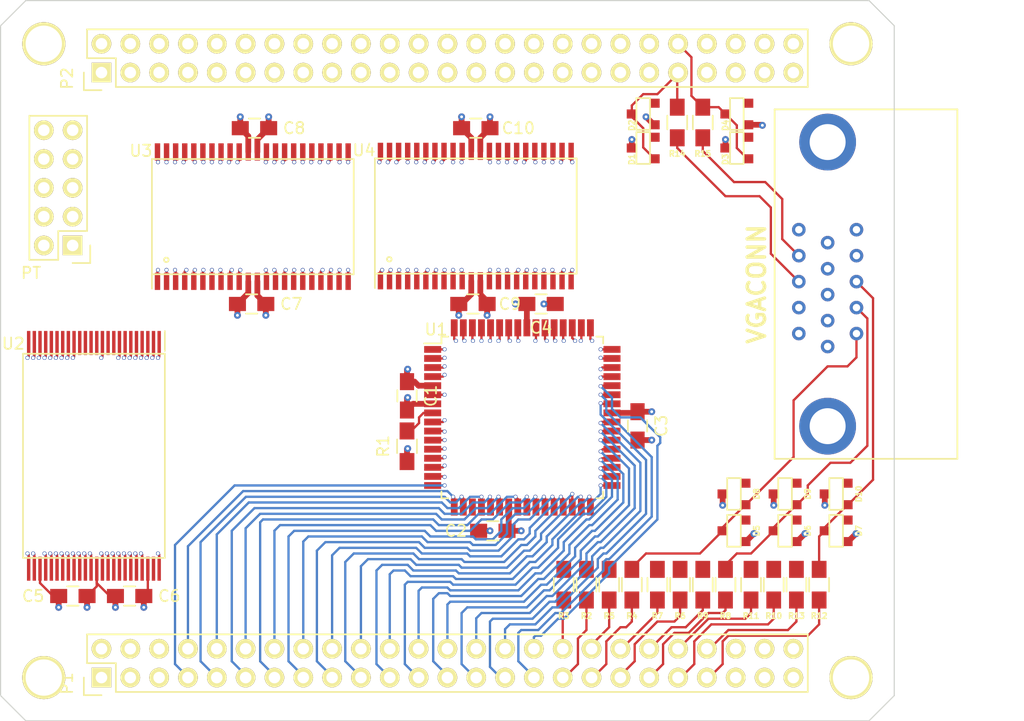
<source format=kicad_pcb>
(kicad_pcb (version 4) (host pcbnew 0.201503050816+5478~22~ubuntu14.04.1-product)
  (title_block (title "68k Computer Prototype") (comment 1 "Footprint size test"))
  (layers (0 F.Cu signal) (1 GND.Cu power hide) (2 VCC.Cu power hide) (31 B.Cu signal) (34 B.Paste user) (35 F.Paste user) (36 B.SilkS user) (37 F.SilkS user) (38 B.Mask user) (39 F.Mask user) (44 Edge.Cuts user))
  (net 0 "")
  (net 1 VCC)
  (net 2 GND)
  (net 3 RED)
  (net 4 GREEN)
  (net 5 BLUE)
  (net 6 GREEN0)
  (net 7 GREEN1)
  (net 8 GREEN2)
  (net 9 GREEN3)
  (net 10 BLUE0)
  (net 11 BLUE1)
  (net 12 BLUE2)
  (net 13 BLUE3)
  (net 14 ~BERR)
  (net 15 ~IPL2)
  (net 16 ~IPL1)
  (net 17 ~IPL0)
  (net 18 FC2)
  (net 19 FC1)
  (net 20 FC0)
  (net 21 A1)
  (net 22 A2)
  (net 23 A3)
  (net 24 A4)
  (net 25 A5)
  (net 26 A6)
  (net 27 A7)
  (net 28 A8)
  (net 29 A9)
  (net 30 A10)
  (net 31 A11)
  (net 32 LA12)
  (net 33 LA13)
  (net 34 LA14)
  (net 35 LA15)
  (net 36 LA16)
  (net 37 LA17)
  (net 38 LA18)
  (net 39 LA19)
  (net 40 LA20)
  (net 41 LA21)
  (net 42 LA22)
  (net 43 LA23)
  (net 44 HSYNC)
  (net 45 VSYNC)
  (net 46 RED0)
  (net 47 RED1)
  (net 48 RED2)
  (net 49 RED3)
  (net 50 PA12)
  (net 51 PA13)
  (net 52 PA14)
  (net 53 PA15)
  (net 54 PA16)
  (net 55 PA17)
  (net 56 PA18)
  (net 57 PA19)
  (net 58 ~RE)
  (net 59 ~WE)
  (net 60 CLK)
  (net 61 R/~W)
  (net 62 ~LDS)
  (net 63 ~UDS)
  (net 64 ~AS)
  (net 65 D0)
  (net 66 D1)
  (net 67 D2)
  (net 68 D3)
  (net 69 D4)
  (net 70 D5)
  (net 71 D6)
  (net 72 D7)
  (net 73 D8)
  (net 74 D9)
  (net 75 D10)
  (net 76 D11)
  (net 77 D12)
  (net 78 D13)
  (net 79 D14)
  (net 80 D15)
  (net 81 ~BR)
  (net 82 ~BG)
  (net 83 ~CSRAM1)
  (net 84 ~CSRAM2)
  (net 85 ~AVEC)
  (net 86 ~CSROM)
  (net 87 ~RESET)
  (net 88 ~HALT)
  (net 89 "Net-(R1-Pad2)")
  (net 90 ~DTACK)
  (net 91 "Net-(P3-Pad13)")
  (net 92 "Net-(P3-Pad14)")
  (module Capacitors_SMD:C_0805_HandSoldering (layer F.Cu) (at 148.205 95.81 270)
    (fp_text reference C1 (at 0 -2.1 270) (layer F.SilkS))
    (fp_text value 0.1uF)
    (pad 1 smd rect (at -1.25 0 270) (size 1.5 1.25) (layers F.Cu F.Paste F.Mask) (net 1 VCC))
    (pad 2 smd rect (at 1.25 0 270) (size 1.5 1.25) (layers F.Cu F.Paste F.Mask) (net 2 GND))
  )
  (module Capacitors_SMD:C_0805_HandSoldering (layer F.Cu) (at 155.765 107.71)
    (fp_text reference C2 (at -3.25 0) (layer F.SilkS))
    (fp_text value 0.1uF)
    (pad 1 smd rect (at -1.25 0) (size 1.5 1.25) (layers F.Cu F.Paste F.Mask) (net 1 VCC))
    (pad 2 smd rect (at 1.25 0) (size 1.5 1.25) (layers F.Cu F.Paste F.Mask) (net 2 GND))
  )
  (module Capacitors_SMD:C_0805_HandSoldering (layer F.Cu) (at 168.515 98.46 270)
    (fp_text reference C3 (at 0 -2.1 270) (layer F.SilkS))
    (fp_text value 0.1uF)
    (pad 1 smd rect (at -1.25 0 270) (size 1.5 1.25) (layers F.Cu F.Paste F.Mask) (net 1 VCC))
    (pad 2 smd rect (at 1.25 0 270) (size 1.5 1.25) (layers F.Cu F.Paste F.Mask) (net 2 GND))
  )
  (module Capacitors_SMD:C_0805_HandSoldering (layer F.Cu) (at 160.015 87.71 180)
    (fp_text reference C4 (at 0 -2.1 180) (layer F.SilkS))
    (fp_text value 0.1uF)
    (pad 1 smd rect (at -1.25 0 180) (size 1.5 1.25) (layers F.Cu F.Paste F.Mask) (net 1 VCC))
    (pad 2 smd rect (at 1.25 0 180) (size 1.5 1.25) (layers F.Cu F.Paste F.Mask) (net 2 GND))
  )
  (module Capacitors_SMD:C_0805_HandSoldering (layer F.Cu) (at 118.765 113.46 180)
    (fp_text reference C5 (at 3.5 0 180) (layer F.SilkS))
    (fp_text value 0.1uF)
    (pad 1 smd rect (at -1.25 0 180) (size 1.5 1.25) (layers F.Cu F.Paste F.Mask) (net 1 VCC))
    (pad 2 smd rect (at 1.25 0 180) (size 1.5 1.25) (layers F.Cu F.Paste F.Mask) (net 2 GND))
  )
  (module Capacitors_SMD:C_0805_HandSoldering (layer F.Cu) (at 123.765 113.46)
    (fp_text reference C6 (at 3.5 0) (layer F.SilkS))
    (fp_text value 0.1uF)
    (pad 1 smd rect (at -1.25 0) (size 1.5 1.25) (layers F.Cu F.Paste F.Mask) (net 1 VCC))
    (pad 2 smd rect (at 1.25 0) (size 1.5 1.25) (layers F.Cu F.Paste F.Mask) (net 2 GND))
  )
  (module Capacitors_SMD:C_0805_HandSoldering (layer F.Cu) (at 134.515 87.71)
    (fp_text reference C7 (at 3.5 0) (layer F.SilkS))
    (fp_text value 0.1uF)
    (pad 1 smd rect (at -1.25 0) (size 1.5 1.25) (layers F.Cu F.Paste F.Mask) (net 1 VCC))
    (pad 2 smd rect (at 1.25 0) (size 1.5 1.25) (layers F.Cu F.Paste F.Mask) (net 2 GND))
  )
  (module Capacitors_SMD:C_0805_HandSoldering (layer F.Cu) (at 134.765 72.21 180)
    (fp_text reference C8 (at -3.5 0 180) (layer F.SilkS))
    (fp_text value 0.1uF)
    (pad 1 smd rect (at -1.25 0 180) (size 1.5 1.25) (layers F.Cu F.Paste F.Mask) (net 1 VCC))
    (pad 2 smd rect (at 1.25 0 180) (size 1.5 1.25) (layers F.Cu F.Paste F.Mask) (net 2 GND))
  )
  (module Capacitors_SMD:C_0805_HandSoldering (layer F.Cu) (at 154.015 87.71)
    (fp_text reference C9 (at 3.25 0) (layer F.SilkS))
    (fp_text value 0.1uF)
    (pad 1 smd rect (at -1.25 0) (size 1.5 1.25) (layers F.Cu F.Paste F.Mask) (net 1 VCC))
    (pad 2 smd rect (at 1.25 0) (size 1.5 1.25) (layers F.Cu F.Paste F.Mask) (net 2 GND))
  )
  (module Capacitors_SMD:C_0805_HandSoldering (layer F.Cu) (at 154.265 72.21 180)
    (fp_text reference C10 (at -3.75 0 180) (layer F.SilkS))
    (fp_text value 0.1uF)
    (pad 1 smd rect (at -1.25 0 180) (size 1.5 1.25) (layers F.Cu F.Paste F.Mask) (net 1 VCC))
    (pad 2 smd rect (at 1.25 0 180) (size 1.5 1.25) (layers F.Cu F.Paste F.Mask) (net 2 GND))
  )
  (module Pin_Headers:Pin_Header_Straight_2x25 (layer F.Cu) (at 121.285 120.65 90)
    (fp_text reference P1 (at -0.5207 -3.03022 90) (layer F.SilkS))
    (fp_text value CONN_25X2)
    (pad 1 thru_hole rect (at 0 0 90) (size 1.7272 1.7272) (drill 1.016) (layers *.Cu *.Mask F.SilkS))
    (pad 2 thru_hole oval (at 2.54 0 90) (size 1.7272 1.7272) (drill 1.016) (layers *.Cu *.Mask F.SilkS) (net 2 GND))
    (pad 3 thru_hole oval (at 0 2.54 90) (size 1.7272 1.7272) (drill 1.016) (layers *.Cu *.Mask F.SilkS) (net 1 VCC))
    (pad 4 thru_hole oval (at 2.54 2.54 90) (size 1.7272 1.7272) (drill 1.016) (layers *.Cu *.Mask F.SilkS) (net 2 GND))
    (pad 5 thru_hole oval (at 0 5.08 90) (size 1.7272 1.7272) (drill 1.016) (layers *.Cu *.Mask F.SilkS))
    (pad 6 thru_hole oval (at 2.54 5.08 90) (size 1.7272 1.7272) (drill 1.016) (layers *.Cu *.Mask F.SilkS))
    (pad 7 thru_hole oval (at 0 7.62 90) (size 1.7272 1.7272) (drill 1.016) (layers *.Cu *.Mask F.SilkS) (net 18 FC2))
    (pad 8 thru_hole oval (at 2.54 7.62 90) (size 1.7272 1.7272) (drill 1.016) (layers *.Cu *.Mask F.SilkS) (net 19 FC1))
    (pad 9 thru_hole oval (at 0 10.16 90) (size 1.7272 1.7272) (drill 1.016) (layers *.Cu *.Mask F.SilkS) (net 20 FC0))
    (pad 10 thru_hole oval (at 2.54 10.16 90) (size 1.7272 1.7272) (drill 1.016) (layers *.Cu *.Mask F.SilkS) (net 21 A1))
    (pad 11 thru_hole oval (at 0 12.7 90) (size 1.7272 1.7272) (drill 1.016) (layers *.Cu *.Mask F.SilkS) (net 22 A2))
    (pad 12 thru_hole oval (at 2.54 12.7 90) (size 1.7272 1.7272) (drill 1.016) (layers *.Cu *.Mask F.SilkS) (net 23 A3))
    (pad 13 thru_hole oval (at 0 15.24 90) (size 1.7272 1.7272) (drill 1.016) (layers *.Cu *.Mask F.SilkS) (net 24 A4))
    (pad 14 thru_hole oval (at 2.54 15.24 90) (size 1.7272 1.7272) (drill 1.016) (layers *.Cu *.Mask F.SilkS) (net 25 A5))
    (pad 15 thru_hole oval (at 0 17.78 90) (size 1.7272 1.7272) (drill 1.016) (layers *.Cu *.Mask F.SilkS) (net 26 A6))
    (pad 16 thru_hole oval (at 2.54 17.78 90) (size 1.7272 1.7272) (drill 1.016) (layers *.Cu *.Mask F.SilkS) (net 27 A7))
    (pad 17 thru_hole oval (at 0 20.32 90) (size 1.7272 1.7272) (drill 1.016) (layers *.Cu *.Mask F.SilkS) (net 28 A8))
    (pad 18 thru_hole oval (at 2.54 20.32 90) (size 1.7272 1.7272) (drill 1.016) (layers *.Cu *.Mask F.SilkS) (net 29 A9))
    (pad 19 thru_hole oval (at 0 22.86 90) (size 1.7272 1.7272) (drill 1.016) (layers *.Cu *.Mask F.SilkS) (net 30 A10))
    (pad 20 thru_hole oval (at 2.54 22.86 90) (size 1.7272 1.7272) (drill 1.016) (layers *.Cu *.Mask F.SilkS) (net 31 A11))
    (pad 21 thru_hole oval (at 0 25.4 90) (size 1.7272 1.7272) (drill 1.016) (layers *.Cu *.Mask F.SilkS) (net 32 LA12))
    (pad 22 thru_hole oval (at 2.54 25.4 90) (size 1.7272 1.7272) (drill 1.016) (layers *.Cu *.Mask F.SilkS) (net 33 LA13))
    (pad 23 thru_hole oval (at 0 27.94 90) (size 1.7272 1.7272) (drill 1.016) (layers *.Cu *.Mask F.SilkS) (net 34 LA14))
    (pad 24 thru_hole oval (at 2.54 27.94 90) (size 1.7272 1.7272) (drill 1.016) (layers *.Cu *.Mask F.SilkS) (net 35 LA15))
    (pad 25 thru_hole oval (at 0 30.48 90) (size 1.7272 1.7272) (drill 1.016) (layers *.Cu *.Mask F.SilkS) (net 36 LA16))
    (pad 26 thru_hole oval (at 2.54 30.48 90) (size 1.7272 1.7272) (drill 1.016) (layers *.Cu *.Mask F.SilkS) (net 37 LA17))
    (pad 27 thru_hole oval (at 0 33.02 90) (size 1.7272 1.7272) (drill 1.016) (layers *.Cu *.Mask F.SilkS) (net 38 LA18))
    (pad 28 thru_hole oval (at 2.54 33.02 90) (size 1.7272 1.7272) (drill 1.016) (layers *.Cu *.Mask F.SilkS) (net 39 LA19))
    (pad 29 thru_hole oval (at 0 35.56 90) (size 1.7272 1.7272) (drill 1.016) (layers *.Cu *.Mask F.SilkS) (net 40 LA20))
    (pad 30 thru_hole oval (at 2.54 35.56 90) (size 1.7272 1.7272) (drill 1.016) (layers *.Cu *.Mask F.SilkS) (net 41 LA21))
    (pad 31 thru_hole oval (at 0 38.1 90) (size 1.7272 1.7272) (drill 1.016) (layers *.Cu *.Mask F.SilkS) (net 42 LA22))
    (pad 32 thru_hole oval (at 2.54 38.1 90) (size 1.7272 1.7272) (drill 1.016) (layers *.Cu *.Mask F.SilkS) (net 43 LA23))
    (pad 33 thru_hole oval (at 0 40.64 90) (size 1.7272 1.7272) (drill 1.016) (layers *.Cu *.Mask F.SilkS) (net 46 RED0))
    (pad 34 thru_hole oval (at 2.54 40.64 90) (size 1.7272 1.7272) (drill 1.016) (layers *.Cu *.Mask F.SilkS) (net 47 RED1))
    (pad 35 thru_hole oval (at 0 43.18 90) (size 1.7272 1.7272) (drill 1.016) (layers *.Cu *.Mask F.SilkS) (net 48 RED2))
    (pad 36 thru_hole oval (at 2.54 43.18 90) (size 1.7272 1.7272) (drill 1.016) (layers *.Cu *.Mask F.SilkS) (net 49 RED3))
    (pad 37 thru_hole oval (at 0 45.72 90) (size 1.7272 1.7272) (drill 1.016) (layers *.Cu *.Mask F.SilkS) (net 6 GREEN0))
    (pad 38 thru_hole oval (at 2.54 45.72 90) (size 1.7272 1.7272) (drill 1.016) (layers *.Cu *.Mask F.SilkS) (net 7 GREEN1))
    (pad 39 thru_hole oval (at 0 48.26 90) (size 1.7272 1.7272) (drill 1.016) (layers *.Cu *.Mask F.SilkS) (net 8 GREEN2))
    (pad 40 thru_hole oval (at 2.54 48.26 90) (size 1.7272 1.7272) (drill 1.016) (layers *.Cu *.Mask F.SilkS) (net 9 GREEN3))
    (pad 41 thru_hole oval (at 0 50.8 90) (size 1.7272 1.7272) (drill 1.016) (layers *.Cu *.Mask F.SilkS) (net 10 BLUE0))
    (pad 42 thru_hole oval (at 2.54 50.8 90) (size 1.7272 1.7272) (drill 1.016) (layers *.Cu *.Mask F.SilkS) (net 11 BLUE1))
    (pad 43 thru_hole oval (at 0 53.34 90) (size 1.7272 1.7272) (drill 1.016) (layers *.Cu *.Mask F.SilkS) (net 12 BLUE2))
    (pad 44 thru_hole oval (at 2.54 53.34 90) (size 1.7272 1.7272) (drill 1.016) (layers *.Cu *.Mask F.SilkS) (net 13 BLUE3))
    (pad 45 thru_hole oval (at 0 55.88 90) (size 1.7272 1.7272) (drill 1.016) (layers *.Cu *.Mask F.SilkS))
    (pad 46 thru_hole oval (at 2.54 55.88 90) (size 1.7272 1.7272) (drill 1.016) (layers *.Cu *.Mask F.SilkS))
    (pad 47 thru_hole oval (at 0 58.42 90) (size 1.7272 1.7272) (drill 1.016) (layers *.Cu *.Mask F.SilkS))
    (pad 48 thru_hole oval (at 2.54 58.42 90) (size 1.7272 1.7272) (drill 1.016) (layers *.Cu *.Mask F.SilkS))
    (pad 49 thru_hole oval (at 0 60.96 90) (size 1.7272 1.7272) (drill 1.016) (layers *.Cu *.Mask F.SilkS))
    (pad 50 thru_hole oval (at 2.54 60.96 90) (size 1.7272 1.7272) (drill 1.016) (layers *.Cu *.Mask F.SilkS))
  )
  (module Pin_Headers:Pin_Header_Straight_2x25 (layer F.Cu) (at 121.285 67.31 90)
    (fp_text reference P2 (at -0.5207 -3.03022 90) (layer F.SilkS))
    (fp_text value CONN_25X2)
    (pad 1 thru_hole rect (at 0 0 90) (size 1.7272 1.7272) (drill 1.016) (layers *.Cu *.Mask F.SilkS))
    (pad 2 thru_hole oval (at 2.54 0 90) (size 1.7272 1.7272) (drill 1.016) (layers *.Cu *.Mask F.SilkS) (net 2 GND))
    (pad 3 thru_hole oval (at 0 2.54 90) (size 1.7272 1.7272) (drill 1.016) (layers *.Cu *.Mask F.SilkS) (net 1 VCC))
    (pad 4 thru_hole oval (at 2.54 2.54 90) (size 1.7272 1.7272) (drill 1.016) (layers *.Cu *.Mask F.SilkS) (net 2 GND))
    (pad 5 thru_hole oval (at 0 5.08 90) (size 1.7272 1.7272) (drill 1.016) (layers *.Cu *.Mask F.SilkS) (net 50 PA12))
    (pad 6 thru_hole oval (at 2.54 5.08 90) (size 1.7272 1.7272) (drill 1.016) (layers *.Cu *.Mask F.SilkS) (net 51 PA13))
    (pad 7 thru_hole oval (at 0 7.62 90) (size 1.7272 1.7272) (drill 1.016) (layers *.Cu *.Mask F.SilkS) (net 52 PA14))
    (pad 8 thru_hole oval (at 2.54 7.62 90) (size 1.7272 1.7272) (drill 1.016) (layers *.Cu *.Mask F.SilkS) (net 53 PA15))
    (pad 9 thru_hole oval (at 0 10.16 90) (size 1.7272 1.7272) (drill 1.016) (layers *.Cu *.Mask F.SilkS) (net 54 PA16))
    (pad 10 thru_hole oval (at 2.54 10.16 90) (size 1.7272 1.7272) (drill 1.016) (layers *.Cu *.Mask F.SilkS) (net 55 PA17))
    (pad 11 thru_hole oval (at 0 12.7 90) (size 1.7272 1.7272) (drill 1.016) (layers *.Cu *.Mask F.SilkS) (net 56 PA18))
    (pad 12 thru_hole oval (at 2.54 12.7 90) (size 1.7272 1.7272) (drill 1.016) (layers *.Cu *.Mask F.SilkS) (net 57 PA19))
    (pad 13 thru_hole oval (at 0 15.24 90) (size 1.7272 1.7272) (drill 1.016) (layers *.Cu *.Mask F.SilkS) (net 58 ~RE))
    (pad 14 thru_hole oval (at 2.54 15.24 90) (size 1.7272 1.7272) (drill 1.016) (layers *.Cu *.Mask F.SilkS) (net 59 ~WE))
    (pad 15 thru_hole oval (at 0 17.78 90) (size 1.7272 1.7272) (drill 1.016) (layers *.Cu *.Mask F.SilkS) (net 17 ~IPL0))
    (pad 16 thru_hole oval (at 2.54 17.78 90) (size 1.7272 1.7272) (drill 1.016) (layers *.Cu *.Mask F.SilkS) (net 16 ~IPL1))
    (pad 17 thru_hole oval (at 0 20.32 90) (size 1.7272 1.7272) (drill 1.016) (layers *.Cu *.Mask F.SilkS) (net 15 ~IPL2))
    (pad 18 thru_hole oval (at 2.54 20.32 90) (size 1.7272 1.7272) (drill 1.016) (layers *.Cu *.Mask F.SilkS) (net 14 ~BERR))
    (pad 19 thru_hole oval (at 0 22.86 90) (size 1.7272 1.7272) (drill 1.016) (layers *.Cu *.Mask F.SilkS) (net 60 CLK))
    (pad 20 thru_hole oval (at 2.54 22.86 90) (size 1.7272 1.7272) (drill 1.016) (layers *.Cu *.Mask F.SilkS) (net 90 ~DTACK))
    (pad 21 thru_hole oval (at 0 25.4 90) (size 1.7272 1.7272) (drill 1.016) (layers *.Cu *.Mask F.SilkS) (net 61 R/~W))
    (pad 22 thru_hole oval (at 2.54 25.4 90) (size 1.7272 1.7272) (drill 1.016) (layers *.Cu *.Mask F.SilkS) (net 62 ~LDS))
    (pad 23 thru_hole oval (at 0 27.94 90) (size 1.7272 1.7272) (drill 1.016) (layers *.Cu *.Mask F.SilkS) (net 63 ~UDS))
    (pad 24 thru_hole oval (at 2.54 27.94 90) (size 1.7272 1.7272) (drill 1.016) (layers *.Cu *.Mask F.SilkS) (net 64 ~AS))
    (pad 25 thru_hole oval (at 0 30.48 90) (size 1.7272 1.7272) (drill 1.016) (layers *.Cu *.Mask F.SilkS) (net 65 D0))
    (pad 26 thru_hole oval (at 2.54 30.48 90) (size 1.7272 1.7272) (drill 1.016) (layers *.Cu *.Mask F.SilkS) (net 66 D1))
    (pad 27 thru_hole oval (at 0 33.02 90) (size 1.7272 1.7272) (drill 1.016) (layers *.Cu *.Mask F.SilkS) (net 67 D2))
    (pad 28 thru_hole oval (at 2.54 33.02 90) (size 1.7272 1.7272) (drill 1.016) (layers *.Cu *.Mask F.SilkS) (net 68 D3))
    (pad 29 thru_hole oval (at 0 35.56 90) (size 1.7272 1.7272) (drill 1.016) (layers *.Cu *.Mask F.SilkS) (net 69 D4))
    (pad 30 thru_hole oval (at 2.54 35.56 90) (size 1.7272 1.7272) (drill 1.016) (layers *.Cu *.Mask F.SilkS) (net 70 D5))
    (pad 31 thru_hole oval (at 0 38.1 90) (size 1.7272 1.7272) (drill 1.016) (layers *.Cu *.Mask F.SilkS) (net 71 D6))
    (pad 32 thru_hole oval (at 2.54 38.1 90) (size 1.7272 1.7272) (drill 1.016) (layers *.Cu *.Mask F.SilkS) (net 72 D7))
    (pad 33 thru_hole oval (at 0 40.64 90) (size 1.7272 1.7272) (drill 1.016) (layers *.Cu *.Mask F.SilkS) (net 73 D8))
    (pad 34 thru_hole oval (at 2.54 40.64 90) (size 1.7272 1.7272) (drill 1.016) (layers *.Cu *.Mask F.SilkS) (net 74 D9))
    (pad 35 thru_hole oval (at 0 43.18 90) (size 1.7272 1.7272) (drill 1.016) (layers *.Cu *.Mask F.SilkS) (net 75 D10))
    (pad 36 thru_hole oval (at 2.54 43.18 90) (size 1.7272 1.7272) (drill 1.016) (layers *.Cu *.Mask F.SilkS) (net 76 D11))
    (pad 37 thru_hole oval (at 0 45.72 90) (size 1.7272 1.7272) (drill 1.016) (layers *.Cu *.Mask F.SilkS) (net 77 D12))
    (pad 38 thru_hole oval (at 2.54 45.72 90) (size 1.7272 1.7272) (drill 1.016) (layers *.Cu *.Mask F.SilkS) (net 78 D13))
    (pad 39 thru_hole oval (at 0 48.26 90) (size 1.7272 1.7272) (drill 1.016) (layers *.Cu *.Mask F.SilkS) (net 79 D14))
    (pad 40 thru_hole oval (at 2.54 48.26 90) (size 1.7272 1.7272) (drill 1.016) (layers *.Cu *.Mask F.SilkS) (net 80 D15))
    (pad 41 thru_hole oval (at 0 50.8 90) (size 1.7272 1.7272) (drill 1.016) (layers *.Cu *.Mask F.SilkS) (net 44 HSYNC))
    (pad 42 thru_hole oval (at 2.54 50.8 90) (size 1.7272 1.7272) (drill 1.016) (layers *.Cu *.Mask F.SilkS) (net 45 VSYNC))
    (pad 43 thru_hole oval (at 0 53.34 90) (size 1.7272 1.7272) (drill 1.016) (layers *.Cu *.Mask F.SilkS) (net 81 ~BR))
    (pad 44 thru_hole oval (at 2.54 53.34 90) (size 1.7272 1.7272) (drill 1.016) (layers *.Cu *.Mask F.SilkS) (net 82 ~BG))
    (pad 45 thru_hole oval (at 0 55.88 90) (size 1.7272 1.7272) (drill 1.016) (layers *.Cu *.Mask F.SilkS) (net 83 ~CSRAM1))
    (pad 46 thru_hole oval (at 2.54 55.88 90) (size 1.7272 1.7272) (drill 1.016) (layers *.Cu *.Mask F.SilkS) (net 84 ~CSRAM2))
    (pad 47 thru_hole oval (at 0 58.42 90) (size 1.7272 1.7272) (drill 1.016) (layers *.Cu *.Mask F.SilkS) (net 85 ~AVEC))
    (pad 48 thru_hole oval (at 2.54 58.42 90) (size 1.7272 1.7272) (drill 1.016) (layers *.Cu *.Mask F.SilkS) (net 86 ~CSROM))
    (pad 49 thru_hole oval (at 0 60.96 90) (size 1.7272 1.7272) (drill 1.016) (layers *.Cu *.Mask F.SilkS) (net 87 ~RESET))
    (pad 50 thru_hole oval (at 2.54 60.96 90) (size 1.7272 1.7272) (drill 1.016) (layers *.Cu *.Mask F.SilkS) (net 88 ~HALT))
  )
  (module Resistors_SMD:R_0805_HandSoldering (layer F.Cu) (at 148.205 100.255 90)
    (fp_text reference R1 (at 0 -2.1 90) (layer F.SilkS))
    (fp_text value 10k)
    (pad 1 smd rect (at -1.35 0 90) (size 1.5 1.3) (layers F.Cu F.Paste F.Mask) (net 1 VCC))
    (pad 2 smd rect (at 1.35 0 90) (size 1.5 1.3) (layers F.Cu F.Paste F.Mask) (net 89 "Net-(R1-Pad2)"))
  )
  (module Resistors_SMD:R_0805_HandSoldering (layer F.Cu) (at 164.015 112.46 270)
    (fp_text reference R2 (at 2.75 0 360) (layer F.SilkS) (effects (font (size 0.5 0.5) (thickness 0.125))))
    (fp_text value 4k7)
    (pad 1 smd rect (at -1.35 0 270) (size 1.5 1.3) (layers F.Cu F.Paste F.Mask) (net 3 RED))
    (pad 2 smd rect (at 1.35 0 270) (size 1.5 1.3) (layers F.Cu F.Paste F.Mask) (net 46 RED0))
  )
  (module Resistors_SMD:R_0805_HandSoldering (layer F.Cu) (at 162.015 112.46 270)
    (fp_text reference R3 (at 2.75 0 360) (layer F.SilkS) (effects (font (size 0.5 0.5) (thickness 0.125))))
    (fp_text value 2k2)
    (pad 1 smd rect (at -1.35 0 270) (size 1.5 1.3) (layers F.Cu F.Paste F.Mask) (net 3 RED))
    (pad 2 smd rect (at 1.35 0 270) (size 1.5 1.3) (layers F.Cu F.Paste F.Mask) (net 47 RED1))
  )
  (module Resistors_SMD:R_0805_HandSoldering (layer F.Cu) (at 168.015 112.46 270)
    (fp_text reference R4 (at 2.75 0 360) (layer F.SilkS) (effects (font (size 0.5 0.5) (thickness 0.125))))
    (fp_text value 1k)
    (pad 1 smd rect (at -1.35 0 270) (size 1.5 1.3) (layers F.Cu F.Paste F.Mask) (net 3 RED))
    (pad 2 smd rect (at 1.35 0 270) (size 1.5 1.3) (layers F.Cu F.Paste F.Mask) (net 48 RED2))
  )
  (module Resistors_SMD:R_0805_HandSoldering (layer F.Cu) (at 166.015 112.46 270)
    (fp_text reference R5 (at 2.75 0 360) (layer F.SilkS) (effects (font (size 0.5 0.5) (thickness 0.125))))
    (fp_text value 560)
    (pad 1 smd rect (at -1.35 0 270) (size 1.5 1.3) (layers F.Cu F.Paste F.Mask) (net 3 RED))
    (pad 2 smd rect (at 1.35 0 270) (size 1.5 1.3) (layers F.Cu F.Paste F.Mask) (net 49 RED3))
  )
  (module Resistors_SMD:R_0805_HandSoldering (layer F.Cu) (at 172.265 112.46 270)
    (fp_text reference R6 (at 2.75 0 360) (layer F.SilkS) (effects (font (size 0.5 0.5) (thickness 0.125))))
    (fp_text value 4k7)
    (pad 1 smd rect (at -1.35 0 270) (size 1.5 1.3) (layers F.Cu F.Paste F.Mask) (net 4 GREEN))
    (pad 2 smd rect (at 1.35 0 270) (size 1.5 1.3) (layers F.Cu F.Paste F.Mask) (net 6 GREEN0))
  )
  (module Resistors_SMD:R_0805_HandSoldering (layer F.Cu) (at 170.265 112.46 270)
    (fp_text reference R7 (at 2.75 0 360) (layer F.SilkS) (effects (font (size 0.5 0.5) (thickness 0.125))))
    (fp_text value 2k2)
    (pad 1 smd rect (at -1.35 0 270) (size 1.5 1.3) (layers F.Cu F.Paste F.Mask) (net 4 GREEN))
    (pad 2 smd rect (at 1.35 0 270) (size 1.5 1.3) (layers F.Cu F.Paste F.Mask) (net 7 GREEN1))
  )
  (module Resistors_SMD:R_0805_HandSoldering (layer F.Cu) (at 176.265 112.46 270)
    (fp_text reference R8 (at 2.75 0 360) (layer F.SilkS) (effects (font (size 0.5 0.5) (thickness 0.125))))
    (fp_text value 1k)
    (pad 1 smd rect (at -1.35 0 270) (size 1.5 1.3) (layers F.Cu F.Paste F.Mask) (net 4 GREEN))
    (pad 2 smd rect (at 1.35 0 270) (size 1.5 1.3) (layers F.Cu F.Paste F.Mask) (net 8 GREEN2))
  )
  (module Resistors_SMD:R_0805_HandSoldering (layer F.Cu) (at 174.265 112.46 270)
    (fp_text reference R9 (at 2.75 0 360) (layer F.SilkS) (effects (font (size 0.5 0.5) (thickness 0.125))))
    (fp_text value 560)
    (pad 1 smd rect (at -1.35 0 270) (size 1.5 1.3) (layers F.Cu F.Paste F.Mask) (net 4 GREEN))
    (pad 2 smd rect (at 1.35 0 270) (size 1.5 1.3) (layers F.Cu F.Paste F.Mask) (net 9 GREEN3))
  )
  (module Resistors_SMD:R_0805_HandSoldering (layer F.Cu) (at 180.515 112.46 270)
    (fp_text reference R10 (at 2.75 0 360) (layer F.SilkS) (effects (font (size 0.5 0.5) (thickness 0.125))))
    (fp_text value 4k7)
    (pad 1 smd rect (at -1.35 0 270) (size 1.5 1.3) (layers F.Cu F.Paste F.Mask) (net 5 BLUE))
    (pad 2 smd rect (at 1.35 0 270) (size 1.5 1.3) (layers F.Cu F.Paste F.Mask) (net 10 BLUE0))
  )
  (module Resistors_SMD:R_0805_HandSoldering (layer F.Cu) (at 178.515 112.46 270)
    (fp_text reference R11 (at 2.75 0 360) (layer F.SilkS) (effects (font (size 0.5 0.5) (thickness 0.125))))
    (fp_text value 2k2)
    (pad 1 smd rect (at -1.35 0 270) (size 1.5 1.3) (layers F.Cu F.Paste F.Mask) (net 5 BLUE))
    (pad 2 smd rect (at 1.35 0 270) (size 1.5 1.3) (layers F.Cu F.Paste F.Mask) (net 11 BLUE1))
  )
  (module Resistors_SMD:R_0805_HandSoldering (layer F.Cu) (at 184.515 112.46 270)
    (fp_text reference R12 (at 2.75 0 360) (layer F.SilkS) (effects (font (size 0.5 0.5) (thickness 0.125))))
    (fp_text value 1k)
    (pad 1 smd rect (at -1.35 0 270) (size 1.5 1.3) (layers F.Cu F.Paste F.Mask) (net 5 BLUE))
    (pad 2 smd rect (at 1.35 0 270) (size 1.5 1.3) (layers F.Cu F.Paste F.Mask) (net 12 BLUE2))
  )
  (module Resistors_SMD:R_0805_HandSoldering (layer F.Cu) (at 182.515 112.46 270)
    (fp_text reference R13 (at 2.75 0 360) (layer F.SilkS) (effects (font (size 0.5 0.5) (thickness 0.125))))
    (fp_text value 560)
    (pad 1 smd rect (at -1.35 0 270) (size 1.5 1.3) (layers F.Cu F.Paste F.Mask) (net 5 BLUE))
    (pad 2 smd rect (at 1.35 0 270) (size 1.5 1.3) (layers F.Cu F.Paste F.Mask) (net 13 BLUE3))
  )
  (module QFP:LQFP-64_14x14mm_Pitch0.8mm (layer F.Cu) (at 158.365 97.715)
    (fp_text reference U1 (at -7.6 -7.755) (layer F.SilkS))
    (fp_text value MC68SEC000)
    (pad 1 smd rect (at -7.9 -6) (size 1.5 0.6) (layers F.Cu F.Paste F.Mask) (net 61 R/~W))
    (pad 2 smd rect (at -7.9 -5.2) (size 1.5 0.6) (layers F.Cu F.Paste F.Mask) (net 90 ~DTACK))
    (pad 3 smd rect (at -7.9 -4.4) (size 1.5 0.6) (layers F.Cu F.Paste F.Mask) (net 82 ~BG))
    (pad 4 smd rect (at -7.9 -3.6) (size 1.5 0.6) (layers F.Cu F.Paste F.Mask) (net 81 ~BR))
    (pad 5 smd rect (at -7.9 -2.8) (size 1.5 0.6) (layers F.Cu F.Paste F.Mask) (net 1 VCC))
    (pad 6 smd rect (at -7.9 -2) (size 1.5 0.6) (layers F.Cu F.Paste F.Mask) (net 60 CLK))
    (pad 7 smd rect (at -7.9 -1.2) (size 1.5 0.6) (layers F.Cu F.Paste F.Mask) (net 2 GND))
    (pad 8 smd rect (at -7.9 -0.4) (size 1.5 0.6) (layers F.Cu F.Paste F.Mask) (net 89 "Net-(R1-Pad2)"))
    (pad 9 smd rect (at -7.9 0.4) (size 1.5 0.6) (layers F.Cu F.Paste F.Mask) (net 88 ~HALT))
    (pad 10 smd rect (at -7.9 1.2) (size 1.5 0.6) (layers F.Cu F.Paste F.Mask) (net 87 ~RESET))
    (pad 11 smd rect (at -7.9 2) (size 1.5 0.6) (layers F.Cu F.Paste F.Mask) (net 85 ~AVEC))
    (pad 12 smd rect (at -7.9 2.8) (size 1.5 0.6) (layers F.Cu F.Paste F.Mask) (net 14 ~BERR))
    (pad 13 smd rect (at -7.9 3.6) (size 1.5 0.6) (layers F.Cu F.Paste F.Mask) (net 15 ~IPL2))
    (pad 14 smd rect (at -7.9 4.4) (size 1.5 0.6) (layers F.Cu F.Paste F.Mask) (net 16 ~IPL1))
    (pad 15 smd rect (at -7.9 5.2) (size 1.5 0.6) (layers F.Cu F.Paste F.Mask) (net 17 ~IPL0))
    (pad 16 smd rect (at -7.9 6) (size 1.5 0.6) (layers F.Cu F.Paste F.Mask) (net 18 FC2))
    (pad 17 smd rect (at -6 7.9 90) (size 1.5 0.6) (layers F.Cu F.Paste F.Mask) (net 19 FC1))
    (pad 18 smd rect (at -5.2 7.9 90) (size 1.5 0.6) (layers F.Cu F.Paste F.Mask) (net 20 FC0))
    (pad 19 smd rect (at -4.4 7.9 90) (size 1.5 0.6) (layers F.Cu F.Paste F.Mask))
    (pad 20 smd rect (at -3.6 7.9 90) (size 1.5 0.6) (layers F.Cu F.Paste F.Mask) (net 21 A1))
    (pad 21 smd rect (at -2.8 7.9 90) (size 1.5 0.6) (layers F.Cu F.Paste F.Mask) (net 22 A2))
    (pad 22 smd rect (at -2 7.9 90) (size 1.5 0.6) (layers F.Cu F.Paste F.Mask) (net 23 A3))
    (pad 23 smd rect (at -1.2 7.9 90) (size 1.5 0.6) (layers F.Cu F.Paste F.Mask) (net 2 GND))
    (pad 24 smd rect (at -0.4 7.9 90) (size 1.5 0.6) (layers F.Cu F.Paste F.Mask) (net 24 A4))
    (pad 25 smd rect (at 0.4 7.9 90) (size 1.5 0.6) (layers F.Cu F.Paste F.Mask) (net 25 A5))
    (pad 26 smd rect (at 1.2 7.9 90) (size 1.5 0.6) (layers F.Cu F.Paste F.Mask) (net 26 A6))
    (pad 27 smd rect (at 2 7.9 90) (size 1.5 0.6) (layers F.Cu F.Paste F.Mask) (net 27 A7))
    (pad 28 smd rect (at 2.8 7.9 90) (size 1.5 0.6) (layers F.Cu F.Paste F.Mask) (net 28 A8))
    (pad 29 smd rect (at 3.6 7.9 90) (size 1.5 0.6) (layers F.Cu F.Paste F.Mask) (net 29 A9))
    (pad 30 smd rect (at 4.4 7.9 90) (size 1.5 0.6) (layers F.Cu F.Paste F.Mask) (net 30 A10))
    (pad 31 smd rect (at 5.2 7.9 90) (size 1.5 0.6) (layers F.Cu F.Paste F.Mask) (net 31 A11))
    (pad 32 smd rect (at 6 7.9 90) (size 1.5 0.6) (layers F.Cu F.Paste F.Mask) (net 32 LA12))
    (pad 33 smd rect (at 7.9 6) (size 1.5 0.6) (layers F.Cu F.Paste F.Mask) (net 33 LA13))
    (pad 34 smd rect (at 7.9 5.2) (size 1.5 0.6) (layers F.Cu F.Paste F.Mask) (net 34 LA14))
    (pad 35 smd rect (at 7.9 4.4) (size 1.5 0.6) (layers F.Cu F.Paste F.Mask) (net 35 LA15))
    (pad 36 smd rect (at 7.9 3.6) (size 1.5 0.6) (layers F.Cu F.Paste F.Mask) (net 36 LA16))
    (pad 37 smd rect (at 7.9 2.8) (size 1.5 0.6) (layers F.Cu F.Paste F.Mask) (net 37 LA17))
    (pad 38 smd rect (at 7.9 2) (size 1.5 0.6) (layers F.Cu F.Paste F.Mask) (net 38 LA18))
    (pad 39 smd rect (at 7.9 1.2) (size 1.5 0.6) (layers F.Cu F.Paste F.Mask) (net 39 LA19))
    (pad 40 smd rect (at 7.9 0.4) (size 1.5 0.6) (layers F.Cu F.Paste F.Mask) (net 40 LA20))
    (pad 41 smd rect (at 7.9 -0.4) (size 1.5 0.6) (layers F.Cu F.Paste F.Mask) (net 1 VCC))
    (pad 42 smd rect (at 7.9 -1.2) (size 1.5 0.6) (layers F.Cu F.Paste F.Mask) (net 41 LA21))
    (pad 43 smd rect (at 7.9 -2) (size 1.5 0.6) (layers F.Cu F.Paste F.Mask) (net 42 LA22))
    (pad 44 smd rect (at 7.9 -2.8) (size 1.5 0.6) (layers F.Cu F.Paste F.Mask) (net 43 LA23))
    (pad 45 smd rect (at 7.9 -3.6) (size 1.5 0.6) (layers F.Cu F.Paste F.Mask) (net 80 D15))
    (pad 46 smd rect (at 7.9 -4.4) (size 1.5 0.6) (layers F.Cu F.Paste F.Mask) (net 79 D14))
    (pad 47 smd rect (at 7.9 -5.2) (size 1.5 0.6) (layers F.Cu F.Paste F.Mask) (net 78 D13))
    (pad 48 smd rect (at 7.9 -6) (size 1.5 0.6) (layers F.Cu F.Paste F.Mask) (net 77 D12))
    (pad 49 smd rect (at 6 -7.9 90) (size 1.5 0.6) (layers F.Cu F.Paste F.Mask) (net 76 D11))
    (pad 50 smd rect (at 5.2 -7.9 90) (size 1.5 0.6) (layers F.Cu F.Paste F.Mask) (net 75 D10))
    (pad 51 smd rect (at 4.4 -7.9 90) (size 1.5 0.6) (layers F.Cu F.Paste F.Mask) (net 74 D9))
    (pad 52 smd rect (at 3.6 -7.9 90) (size 1.5 0.6) (layers F.Cu F.Paste F.Mask) (net 73 D8))
    (pad 53 smd rect (at 2.8 -7.9 90) (size 1.5 0.6) (layers F.Cu F.Paste F.Mask) (net 72 D7))
    (pad 54 smd rect (at 2 -7.9 90) (size 1.5 0.6) (layers F.Cu F.Paste F.Mask) (net 71 D6))
    (pad 55 smd rect (at 1.2 -7.9 90) (size 1.5 0.6) (layers F.Cu F.Paste F.Mask) (net 70 D5))
    (pad 56 smd rect (at 0.4 -7.9 90) (size 1.5 0.6) (layers F.Cu F.Paste F.Mask) (net 2 GND))
    (pad 57 smd rect (at -0.4 -7.9 90) (size 1.5 0.6) (layers F.Cu F.Paste F.Mask) (net 69 D4))
    (pad 58 smd rect (at -1.2 -7.9 90) (size 1.5 0.6) (layers F.Cu F.Paste F.Mask) (net 68 D3))
    (pad 59 smd rect (at -2 -7.9 90) (size 1.5 0.6) (layers F.Cu F.Paste F.Mask) (net 67 D2))
    (pad 60 smd rect (at -2.8 -7.9 90) (size 1.5 0.6) (layers F.Cu F.Paste F.Mask) (net 66 D1))
    (pad 61 smd rect (at -3.6 -7.9 90) (size 1.5 0.6) (layers F.Cu F.Paste F.Mask) (net 65 D0))
    (pad 62 smd rect (at -4.4 -7.9 90) (size 1.5 0.6) (layers F.Cu F.Paste F.Mask) (net 64 ~AS))
    (pad 63 smd rect (at -5.2 -7.9 90) (size 1.5 0.6) (layers F.Cu F.Paste F.Mask) (net 63 ~UDS))
    (pad 64 smd rect (at -6 -7.9 90) (size 1.5 0.6) (layers F.Cu F.Paste F.Mask) (net 62 ~LDS))
  )
  (module Resistors_SMD:R_0805_HandSoldering (layer F.Cu) (at 172.015 71.71 90)
    (fp_text reference R14 (at -2.75 0 180) (layer F.SilkS) (effects (font (size 0.5 0.5) (thickness 0.125))))
    (fp_text value 180)
    (pad 1 smd rect (at -1.35 0 90) (size 1.5 1.3) (layers F.Cu F.Paste F.Mask) (net 91 "Net-(P3-Pad13)"))
    (pad 2 smd rect (at 1.35 0 90) (size 1.5 1.3) (layers F.Cu F.Paste F.Mask) (net 44 HSYNC))
  )
  (module Resistors_SMD:R_0805_HandSoldering (layer F.Cu) (at 174.265 71.71 90)
    (fp_text reference R15 (at -2.75 0 180) (layer F.SilkS) (effects (font (size 0.5 0.5) (thickness 0.125))))
    (fp_text value 100)
    (pad 1 smd rect (at -1.35 0 90) (size 1.5 1.3) (layers F.Cu F.Paste F.Mask) (net 92 "Net-(P3-Pad14)"))
    (pad 2 smd rect (at 1.35 0 90) (size 1.5 1.3) (layers F.Cu F.Paste F.Mask) (net 45 VSYNC))
  )
  (module Pin_Headers:Pin_Header_Straight_2x05 (layer F.Cu) (at 118.745 82.55 180)
    (fp_text reference PT (at 3.66522 -2.4257 180) (layer F.SilkS))
    (fp_text value Pin_Header_Straight_2x05)
    (pad 1 thru_hole rect (at 0 0 180) (size 1.7272 1.7272) (drill 1.016) (layers *.Cu *.Mask F.SilkS))
    (pad 2 thru_hole oval (at 2.54 0 180) (size 1.7272 1.7272) (drill 1.016) (layers *.Cu *.Mask F.SilkS))
    (pad 3 thru_hole oval (at 0 2.54 180) (size 1.7272 1.7272) (drill 1.016) (layers *.Cu *.Mask F.SilkS))
    (pad 4 thru_hole oval (at 2.54 2.54 180) (size 1.7272 1.7272) (drill 1.016) (layers *.Cu *.Mask F.SilkS))
    (pad 5 thru_hole oval (at 0 5.08 180) (size 1.7272 1.7272) (drill 1.016) (layers *.Cu *.Mask F.SilkS))
    (pad 6 thru_hole oval (at 2.54 5.08 180) (size 1.7272 1.7272) (drill 1.016) (layers *.Cu *.Mask F.SilkS))
    (pad 7 thru_hole oval (at 0 7.62 180) (size 1.7272 1.7272) (drill 1.016) (layers *.Cu *.Mask F.SilkS))
    (pad 8 thru_hole oval (at 2.54 7.62 180) (size 1.7272 1.7272) (drill 1.016) (layers *.Cu *.Mask F.SilkS))
    (pad 9 thru_hole oval (at 0 10.16 180) (size 1.7272 1.7272) (drill 1.016) (layers *.Cu *.Mask F.SilkS))
    (pad 10 thru_hole oval (at 2.54 10.16 180) (size 1.7272 1.7272) (drill 1.016) (layers *.Cu *.Mask F.SilkS))
  )
  (module 68k-computer:HOLE (layer F.Cu) (at 116.205 64.77)
    (fp_text reference MNT1 (at 0 -0.127) (layer F.SilkS) (effects (font (size 0.127 0.127) (thickness 0.03175))))
    (fp_text value HOLE)
    (pad 1 thru_hole circle (at 0 0) (size 3.8 3.8) (drill 3.2) (layers *.Cu *.Mask F.SilkS))
  )
  (module 68k-computer:HOLE (layer F.Cu) (at 187.325 64.77)
    (fp_text reference MNT2 (at 0 -0.127) (layer F.SilkS) (effects (font (size 0.127 0.127) (thickness 0.03175))))
    (fp_text value HOLE)
    (pad 1 thru_hole circle (at 0 0) (size 3.8 3.8) (drill 3.2) (layers *.Cu *.Mask F.SilkS))
  )
  (module 68k-computer:HOLE (layer F.Cu) (at 116.205 120.65)
    (fp_text reference MNT3 (at 0 -0.127) (layer F.SilkS) (effects (font (size 0.127 0.127) (thickness 0.03175))))
    (fp_text value HOLE)
    (pad 1 thru_hole circle (at 0 0) (size 3.8 3.8) (drill 3.2) (layers *.Cu *.Mask F.SilkS))
  )
  (module 68k-computer:HOLE (layer F.Cu) (at 187.325 120.65)
    (fp_text reference MNT4 (at 0 -0.127) (layer F.SilkS) (effects (font (size 0.127 0.127) (thickness 0.03175))))
    (fp_text value HOLE)
    (pad 1 thru_hole circle (at 0 0) (size 3.8 3.8) (drill 3.2) (layers *.Cu *.Mask F.SilkS))
  )
  (module 68k-computer:SOT-23_Diode (layer F.Cu) (at 169.015 73.96 90)
    (fp_text reference D1 (at -1 -1 90) (layer F.SilkS) (effects (font (size 0.5 0.5) (thickness 0.125))))
    (fp_text value DIODE)
    (pad 1 smd rect (at -0.95 1 90) (size 0.8 0.9) (layers F.Cu F.Paste F.Mask) (net 44 HSYNC))
    (pad 3 smd rect (at 0.95 1 90) (size 0.8 0.9) (layers F.Cu F.Paste F.Mask))
    (pad 2 smd rect (at 0 -1 90) (size 0.8 0.9) (layers F.Cu F.Paste F.Mask) (net 1 VCC))
  )
  (module 68k-computer:SOT-23_Diode (layer F.Cu) (at 169.015 70.96 90)
    (fp_text reference D2 (at -1 -1 90) (layer F.SilkS) (effects (font (size 0.5 0.5) (thickness 0.125))))
    (fp_text value DIODE)
    (pad 1 smd rect (at -0.95 1 90) (size 0.8 0.9) (layers F.Cu F.Paste F.Mask) (net 2 GND))
    (pad 3 smd rect (at 0.95 1 90) (size 0.8 0.9) (layers F.Cu F.Paste F.Mask))
    (pad 2 smd rect (at 0 -1 90) (size 0.8 0.9) (layers F.Cu F.Paste F.Mask) (net 44 HSYNC))
  )
  (module 68k-computer:SOT-23_Diode (layer F.Cu) (at 177.265 73.96 90)
    (fp_text reference D3 (at -1 -1 90) (layer F.SilkS) (effects (font (size 0.5 0.5) (thickness 0.125))))
    (fp_text value DIODE)
    (pad 1 smd rect (at -0.95 1 90) (size 0.8 0.9) (layers F.Cu F.Paste F.Mask) (net 45 VSYNC))
    (pad 3 smd rect (at 0.95 1 90) (size 0.8 0.9) (layers F.Cu F.Paste F.Mask))
    (pad 2 smd rect (at 0 -1 90) (size 0.8 0.9) (layers F.Cu F.Paste F.Mask) (net 1 VCC))
  )
  (module 68k-computer:SOT-23_Diode (layer F.Cu) (at 177.265 70.96 90)
    (fp_text reference D4 (at -1 -1 90) (layer F.SilkS) (effects (font (size 0.5 0.5) (thickness 0.125))))
    (fp_text value DIODE)
    (pad 1 smd rect (at -0.95 1 90) (size 0.8 0.9) (layers F.Cu F.Paste F.Mask) (net 2 GND))
    (pad 3 smd rect (at 0.95 1 90) (size 0.8 0.9) (layers F.Cu F.Paste F.Mask))
    (pad 2 smd rect (at 0 -1 90) (size 0.8 0.9) (layers F.Cu F.Paste F.Mask) (net 45 VSYNC))
  )
  (module 68k-computer:SOT-23_Diode (layer F.Cu) (at 177.015 107.71 90)
    (fp_text reference D5 (at 0 2 90) (layer F.SilkS) (effects (font (size 0.5 0.5) (thickness 0.125))))
    (fp_text value DIODE)
    (pad 1 smd rect (at -0.95 1 90) (size 0.8 0.9) (layers F.Cu F.Paste F.Mask) (net 2 GND))
    (pad 3 smd rect (at 0.95 1 90) (size 0.8 0.9) (layers F.Cu F.Paste F.Mask))
    (pad 2 smd rect (at 0 -1 90) (size 0.8 0.9) (layers F.Cu F.Paste F.Mask) (net 3 RED))
  )
  (module 68k-computer:SOT-23_Diode (layer F.Cu) (at 181.515 107.71 90)
    (fp_text reference D6 (at 0 2 90) (layer F.SilkS) (effects (font (size 0.5 0.5) (thickness 0.125))))
    (fp_text value DIODE)
    (pad 1 smd rect (at -0.95 1 90) (size 0.8 0.9) (layers F.Cu F.Paste F.Mask) (net 2 GND))
    (pad 3 smd rect (at 0.95 1 90) (size 0.8 0.9) (layers F.Cu F.Paste F.Mask))
    (pad 2 smd rect (at 0 -1 90) (size 0.8 0.9) (layers F.Cu F.Paste F.Mask) (net 4 GREEN))
  )
  (module 68k-computer:SOT-23_Diode (layer F.Cu) (at 186.015 107.71 90)
    (fp_text reference D7 (at 0 2 90) (layer F.SilkS) (effects (font (size 0.5 0.5) (thickness 0.125))))
    (fp_text value DIODE)
    (pad 1 smd rect (at -0.95 1 90) (size 0.8 0.9) (layers F.Cu F.Paste F.Mask) (net 2 GND))
    (pad 3 smd rect (at 0.95 1 90) (size 0.8 0.9) (layers F.Cu F.Paste F.Mask))
    (pad 2 smd rect (at 0 -1 90) (size 0.8 0.9) (layers F.Cu F.Paste F.Mask) (net 5 BLUE))
  )
  (module 68k-computer:SOT-23_Diode (layer F.Cu) (at 177.015 104.46 90)
    (fp_text reference D8 (at 0 2 90) (layer F.SilkS) (effects (font (size 0.5 0.5) (thickness 0.125))))
    (fp_text value DIODE)
    (pad 1 smd rect (at -0.95 1 90) (size 0.8 0.9) (layers F.Cu F.Paste F.Mask) (net 3 RED))
    (pad 3 smd rect (at 0.95 1 90) (size 0.8 0.9) (layers F.Cu F.Paste F.Mask))
    (pad 2 smd rect (at 0 -1 90) (size 0.8 0.9) (layers F.Cu F.Paste F.Mask) (net 1 VCC))
  )
  (module 68k-computer:SOT-23_Diode (layer F.Cu) (at 181.515 104.46 90)
    (fp_text reference D9 (at 0 2 90) (layer F.SilkS) (effects (font (size 0.5 0.5) (thickness 0.125))))
    (fp_text value DIODE)
    (pad 1 smd rect (at -0.95 1 90) (size 0.8 0.9) (layers F.Cu F.Paste F.Mask) (net 4 GREEN))
    (pad 3 smd rect (at 0.95 1 90) (size 0.8 0.9) (layers F.Cu F.Paste F.Mask))
    (pad 2 smd rect (at 0 -1 90) (size 0.8 0.9) (layers F.Cu F.Paste F.Mask) (net 1 VCC))
  )
  (module 68k-computer:SOT-23_Diode (layer F.Cu) (at 186.015 104.46 90)
    (fp_text reference D10 (at 0 2 90) (layer F.SilkS) (effects (font (size 0.5 0.5) (thickness 0.125))))
    (fp_text value DIODE)
    (pad 1 smd rect (at -0.95 1 90) (size 0.8 0.9) (layers F.Cu F.Paste F.Mask) (net 5 BLUE))
    (pad 3 smd rect (at 0.95 1 90) (size 0.8 0.9) (layers F.Cu F.Paste F.Mask))
    (pad 2 smd rect (at 0 -1 90) (size 0.8 0.9) (layers F.Cu F.Paste F.Mask) (net 1 VCC))
  )
  (module 68k-computer:TSOP-44 (layer F.Cu) (at 134.62 80.01 90)
    (fp_text reference U3 (at 5.8 -9.855 180) (layer F.SilkS))
    (fp_text value RAM_512K_16)
    (pad 1 smd rect (at -5.7054 -8.4 90) (size 1.5174 0.477) (layers F.Cu F.Paste F.Mask) (net 25 A5))
    (pad 2 smd rect (at -5.7054 -7.6 90) (size 1.5174 0.477) (layers F.Cu F.Paste F.Mask) (net 24 A4))
    (pad 3 smd rect (at -5.7054 -6.8 90) (size 1.5174 0.477) (layers F.Cu F.Paste F.Mask) (net 23 A3))
    (pad 4 smd rect (at -5.7054 -6 90) (size 1.5174 0.477) (layers F.Cu F.Paste F.Mask) (net 22 A2))
    (pad 5 smd rect (at -5.7054 -5.2 90) (size 1.5174 0.477) (layers F.Cu F.Paste F.Mask) (net 21 A1))
    (pad 6 smd rect (at -5.7054 -4.4 90) (size 1.5174 0.477) (layers F.Cu F.Paste F.Mask) (net 83 ~CSRAM1))
    (pad 7 smd rect (at -5.7054 -3.6 90) (size 1.5174 0.477) (layers F.Cu F.Paste F.Mask) (net 65 D0))
    (pad 8 smd rect (at -5.7054 -2.8 90) (size 1.5174 0.477) (layers F.Cu F.Paste F.Mask) (net 66 D1))
    (pad 9 smd rect (at -5.7054 -2 90) (size 1.5174 0.477) (layers F.Cu F.Paste F.Mask) (net 67 D2))
    (pad 10 smd rect (at -5.7054 -1.2 90) (size 1.5174 0.477) (layers F.Cu F.Paste F.Mask) (net 68 D3))
    (pad 11 smd rect (at -5.7054 -0.4 90) (size 1.5174 0.477) (layers F.Cu F.Paste F.Mask) (net 1 VCC))
    (pad 12 smd rect (at -5.7054 0.4 90) (size 1.5174 0.477) (layers F.Cu F.Paste F.Mask) (net 2 GND))
    (pad 13 smd rect (at -5.7054 1.2 90) (size 1.5174 0.477) (layers F.Cu F.Paste F.Mask) (net 69 D4))
    (pad 14 smd rect (at -5.7054 2 90) (size 1.5174 0.477) (layers F.Cu F.Paste F.Mask) (net 70 D5))
    (pad 15 smd rect (at -5.7054 2.8 90) (size 1.5174 0.477) (layers F.Cu F.Paste F.Mask) (net 71 D6))
    (pad 16 smd rect (at -5.7054 3.6 90) (size 1.5174 0.477) (layers F.Cu F.Paste F.Mask) (net 72 D7))
    (pad 17 smd rect (at -5.7054 4.4 90) (size 1.5174 0.477) (layers F.Cu F.Paste F.Mask) (net 59 ~WE))
    (pad 18 smd rect (at -5.7054 5.2 90) (size 1.5174 0.477) (layers F.Cu F.Paste F.Mask) (net 55 PA17))
    (pad 19 smd rect (at -5.7054 6 90) (size 1.5174 0.477) (layers F.Cu F.Paste F.Mask) (net 54 PA16))
    (pad 20 smd rect (at -5.7054 6.8 90) (size 1.5174 0.477) (layers F.Cu F.Paste F.Mask) (net 53 PA15))
    (pad 21 smd rect (at -5.7054 7.6 90) (size 1.5174 0.477) (layers F.Cu F.Paste F.Mask) (net 52 PA14))
    (pad 22 smd rect (at -5.7054 8.4 90) (size 1.5174 0.477) (layers F.Cu F.Paste F.Mask) (net 51 PA13))
    (pad 44 smd rect (at 5.7054 -8.4 90) (size 1.5174 0.477) (layers F.Cu F.Paste F.Mask) (net 26 A6))
    (pad 43 smd rect (at 5.7054 -7.6 90) (size 1.5174 0.477) (layers F.Cu F.Paste F.Mask) (net 27 A7))
    (pad 42 smd rect (at 5.7054 -6.8 90) (size 1.5174 0.477) (layers F.Cu F.Paste F.Mask) (net 28 A8))
    (pad 41 smd rect (at 5.7054 -6 90) (size 1.5174 0.477) (layers F.Cu F.Paste F.Mask) (net 58 ~RE))
    (pad 40 smd rect (at 5.7054 -5.2 90) (size 1.5174 0.477) (layers F.Cu F.Paste F.Mask) (net 63 ~UDS))
    (pad 39 smd rect (at 5.7054 -4.4 90) (size 1.5174 0.477) (layers F.Cu F.Paste F.Mask) (net 62 ~LDS))
    (pad 38 smd rect (at 5.7054 -3.6 90) (size 1.5174 0.477) (layers F.Cu F.Paste F.Mask) (net 80 D15))
    (pad 37 smd rect (at 5.7054 -2.8 90) (size 1.5174 0.477) (layers F.Cu F.Paste F.Mask) (net 79 D14))
    (pad 36 smd rect (at 5.7054 -2 90) (size 1.5174 0.477) (layers F.Cu F.Paste F.Mask) (net 78 D13))
    (pad 35 smd rect (at 5.7054 -1.2 90) (size 1.5174 0.477) (layers F.Cu F.Paste F.Mask) (net 77 D12))
    (pad 34 smd rect (at 5.7054 -0.4 90) (size 1.5174 0.477) (layers F.Cu F.Paste F.Mask) (net 2 GND))
    (pad 33 smd rect (at 5.7054 0.4 90) (size 1.5174 0.477) (layers F.Cu F.Paste F.Mask) (net 1 VCC))
    (pad 32 smd rect (at 5.7054 1.2 90) (size 1.5174 0.477) (layers F.Cu F.Paste F.Mask) (net 76 D11))
    (pad 31 smd rect (at 5.7054 2 90) (size 1.5174 0.477) (layers F.Cu F.Paste F.Mask) (net 75 D10))
    (pad 30 smd rect (at 5.7054 2.8 90) (size 1.5174 0.477) (layers F.Cu F.Paste F.Mask) (net 74 D9))
    (pad 29 smd rect (at 5.7054 3.6 90) (size 1.5174 0.477) (layers F.Cu F.Paste F.Mask) (net 73 D8))
    (pad 28 smd rect (at 5.7054 4.4 90) (size 1.5174 0.477) (layers F.Cu F.Paste F.Mask) (net 57 PA19))
    (pad 27 smd rect (at 5.7054 5.2 90) (size 1.5174 0.477) (layers F.Cu F.Paste F.Mask) (net 29 A9))
    (pad 26 smd rect (at 5.7054 6 90) (size 1.5174 0.477) (layers F.Cu F.Paste F.Mask) (net 30 A10))
    (pad 25 smd rect (at 5.7054 6.8 90) (size 1.5174 0.477) (layers F.Cu F.Paste F.Mask) (net 31 A11))
    (pad 24 smd rect (at 5.7054 7.6 90) (size 1.5174 0.477) (layers F.Cu F.Paste F.Mask) (net 50 PA12))
    (pad 23 smd rect (at 5.7054 8.4 90) (size 1.5174 0.477) (layers F.Cu F.Paste F.Mask) (net 56 PA18))
  )
  (module 68k-computer:TSOP-44 (layer F.Cu) (at 154.265 79.96 90)
    (fp_text reference U4 (at 5.8 -9.85 180) (layer F.SilkS))
    (fp_text value RAM_512K_16)
    (pad 1 smd rect (at -5.7054 -8.4 90) (size 1.5174 0.477) (layers F.Cu F.Paste F.Mask) (net 25 A5))
    (pad 2 smd rect (at -5.7054 -7.6 90) (size 1.5174 0.477) (layers F.Cu F.Paste F.Mask) (net 24 A4))
    (pad 3 smd rect (at -5.7054 -6.8 90) (size 1.5174 0.477) (layers F.Cu F.Paste F.Mask) (net 23 A3))
    (pad 4 smd rect (at -5.7054 -6 90) (size 1.5174 0.477) (layers F.Cu F.Paste F.Mask) (net 22 A2))
    (pad 5 smd rect (at -5.7054 -5.2 90) (size 1.5174 0.477) (layers F.Cu F.Paste F.Mask) (net 21 A1))
    (pad 6 smd rect (at -5.7054 -4.4 90) (size 1.5174 0.477) (layers F.Cu F.Paste F.Mask) (net 84 ~CSRAM2))
    (pad 7 smd rect (at -5.7054 -3.6 90) (size 1.5174 0.477) (layers F.Cu F.Paste F.Mask) (net 65 D0))
    (pad 8 smd rect (at -5.7054 -2.8 90) (size 1.5174 0.477) (layers F.Cu F.Paste F.Mask) (net 66 D1))
    (pad 9 smd rect (at -5.7054 -2 90) (size 1.5174 0.477) (layers F.Cu F.Paste F.Mask) (net 67 D2))
    (pad 10 smd rect (at -5.7054 -1.2 90) (size 1.5174 0.477) (layers F.Cu F.Paste F.Mask) (net 68 D3))
    (pad 11 smd rect (at -5.7054 -0.4 90) (size 1.5174 0.477) (layers F.Cu F.Paste F.Mask) (net 1 VCC))
    (pad 12 smd rect (at -5.7054 0.4 90) (size 1.5174 0.477) (layers F.Cu F.Paste F.Mask) (net 2 GND))
    (pad 13 smd rect (at -5.7054 1.2 90) (size 1.5174 0.477) (layers F.Cu F.Paste F.Mask) (net 69 D4))
    (pad 14 smd rect (at -5.7054 2 90) (size 1.5174 0.477) (layers F.Cu F.Paste F.Mask) (net 70 D5))
    (pad 15 smd rect (at -5.7054 2.8 90) (size 1.5174 0.477) (layers F.Cu F.Paste F.Mask) (net 71 D6))
    (pad 16 smd rect (at -5.7054 3.6 90) (size 1.5174 0.477) (layers F.Cu F.Paste F.Mask) (net 72 D7))
    (pad 17 smd rect (at -5.7054 4.4 90) (size 1.5174 0.477) (layers F.Cu F.Paste F.Mask) (net 59 ~WE))
    (pad 18 smd rect (at -5.7054 5.2 90) (size 1.5174 0.477) (layers F.Cu F.Paste F.Mask) (net 55 PA17))
    (pad 19 smd rect (at -5.7054 6 90) (size 1.5174 0.477) (layers F.Cu F.Paste F.Mask) (net 54 PA16))
    (pad 20 smd rect (at -5.7054 6.8 90) (size 1.5174 0.477) (layers F.Cu F.Paste F.Mask) (net 53 PA15))
    (pad 21 smd rect (at -5.7054 7.6 90) (size 1.5174 0.477) (layers F.Cu F.Paste F.Mask) (net 52 PA14))
    (pad 22 smd rect (at -5.7054 8.4 90) (size 1.5174 0.477) (layers F.Cu F.Paste F.Mask) (net 51 PA13))
    (pad 44 smd rect (at 5.7054 -8.4 90) (size 1.5174 0.477) (layers F.Cu F.Paste F.Mask) (net 26 A6))
    (pad 43 smd rect (at 5.7054 -7.6 90) (size 1.5174 0.477) (layers F.Cu F.Paste F.Mask) (net 27 A7))
    (pad 42 smd rect (at 5.7054 -6.8 90) (size 1.5174 0.477) (layers F.Cu F.Paste F.Mask) (net 28 A8))
    (pad 41 smd rect (at 5.7054 -6 90) (size 1.5174 0.477) (layers F.Cu F.Paste F.Mask) (net 58 ~RE))
    (pad 40 smd rect (at 5.7054 -5.2 90) (size 1.5174 0.477) (layers F.Cu F.Paste F.Mask) (net 63 ~UDS))
    (pad 39 smd rect (at 5.7054 -4.4 90) (size 1.5174 0.477) (layers F.Cu F.Paste F.Mask) (net 62 ~LDS))
    (pad 38 smd rect (at 5.7054 -3.6 90) (size 1.5174 0.477) (layers F.Cu F.Paste F.Mask) (net 80 D15))
    (pad 37 smd rect (at 5.7054 -2.8 90) (size 1.5174 0.477) (layers F.Cu F.Paste F.Mask) (net 79 D14))
    (pad 36 smd rect (at 5.7054 -2 90) (size 1.5174 0.477) (layers F.Cu F.Paste F.Mask) (net 78 D13))
    (pad 35 smd rect (at 5.7054 -1.2 90) (size 1.5174 0.477) (layers F.Cu F.Paste F.Mask) (net 77 D12))
    (pad 34 smd rect (at 5.7054 -0.4 90) (size 1.5174 0.477) (layers F.Cu F.Paste F.Mask) (net 2 GND))
    (pad 33 smd rect (at 5.7054 0.4 90) (size 1.5174 0.477) (layers F.Cu F.Paste F.Mask) (net 1 VCC))
    (pad 32 smd rect (at 5.7054 1.2 90) (size 1.5174 0.477) (layers F.Cu F.Paste F.Mask) (net 76 D11))
    (pad 31 smd rect (at 5.7054 2 90) (size 1.5174 0.477) (layers F.Cu F.Paste F.Mask) (net 75 D10))
    (pad 30 smd rect (at 5.7054 2.8 90) (size 1.5174 0.477) (layers F.Cu F.Paste F.Mask) (net 74 D9))
    (pad 29 smd rect (at 5.7054 3.6 90) (size 1.5174 0.477) (layers F.Cu F.Paste F.Mask) (net 73 D8))
    (pad 28 smd rect (at 5.7054 4.4 90) (size 1.5174 0.477) (layers F.Cu F.Paste F.Mask) (net 57 PA19))
    (pad 27 smd rect (at 5.7054 5.2 90) (size 1.5174 0.477) (layers F.Cu F.Paste F.Mask) (net 29 A9))
    (pad 26 smd rect (at 5.7054 6 90) (size 1.5174 0.477) (layers F.Cu F.Paste F.Mask) (net 30 A10))
    (pad 25 smd rect (at 5.7054 6.8 90) (size 1.5174 0.477) (layers F.Cu F.Paste F.Mask) (net 31 A11))
    (pad 24 smd rect (at 5.7054 7.6 90) (size 1.5174 0.477) (layers F.Cu F.Paste F.Mask) (net 50 PA12))
    (pad 23 smd rect (at 5.7054 8.4 90) (size 1.5174 0.477) (layers F.Cu F.Paste F.Mask) (net 56 PA18))
  )
  (module 68k-computer:TSOP-48 (layer F.Cu) (at 120.62 101.1 270)
    (fp_text reference U2 (at -9.89 7.105 360) (layer F.SilkS))
    (fp_text value FLASHROM_512K_16)
    (pad 1 smd rect (at -9.95 -5.75 270) (size 2.121 0.3) (layers F.Cu F.Paste F.Mask) (net 54 PA16))
    (pad 2 smd rect (at -9.95 -5.25 270) (size 2.121 0.3) (layers F.Cu F.Paste F.Mask) (net 53 PA15))
    (pad 3 smd rect (at -9.95 -4.75 270) (size 2.121 0.3) (layers F.Cu F.Paste F.Mask) (net 52 PA14))
    (pad 4 smd rect (at -9.95 -4.25 270) (size 2.121 0.3) (layers F.Cu F.Paste F.Mask) (net 51 PA13))
    (pad 5 smd rect (at -9.95 -3.75 270) (size 2.121 0.3) (layers F.Cu F.Paste F.Mask) (net 50 PA12))
    (pad 6 smd rect (at -9.95 -3.25 270) (size 2.121 0.3) (layers F.Cu F.Paste F.Mask) (net 31 A11))
    (pad 7 smd rect (at -9.95 -2.75 270) (size 2.121 0.3) (layers F.Cu F.Paste F.Mask) (net 30 A10))
    (pad 8 smd rect (at -9.95 -2.25 270) (size 2.121 0.3) (layers F.Cu F.Paste F.Mask) (net 29 A9))
    (pad 9 smd rect (at -9.95 -1.75 270) (size 2.121 0.3) (layers F.Cu F.Paste F.Mask))
    (pad 10 smd rect (at -9.95 -1.25 270) (size 2.121 0.3) (layers F.Cu F.Paste F.Mask))
    (pad 11 smd rect (at -9.95 -0.75 270) (size 2.121 0.3) (layers F.Cu F.Paste F.Mask) (net 59 ~WE))
    (pad 12 smd rect (at -9.95 -0.25 270) (size 2.121 0.3) (layers F.Cu F.Paste F.Mask))
    (pad 13 smd rect (at -9.95 0.25 270) (size 2.121 0.3) (layers F.Cu F.Paste F.Mask))
    (pad 14 smd rect (at -9.95 0.75 270) (size 2.121 0.3) (layers F.Cu F.Paste F.Mask))
    (pad 15 smd rect (at -9.95 1.25 270) (size 2.121 0.3) (layers F.Cu F.Paste F.Mask))
    (pad 16 smd rect (at -9.95 1.75 270) (size 2.121 0.3) (layers F.Cu F.Paste F.Mask) (net 57 PA19))
    (pad 17 smd rect (at -9.95 2.25 270) (size 2.121 0.3) (layers F.Cu F.Paste F.Mask) (net 56 PA18))
    (pad 18 smd rect (at -9.95 2.75 270) (size 2.121 0.3) (layers F.Cu F.Paste F.Mask) (net 28 A8))
    (pad 19 smd rect (at -9.95 3.25 270) (size 2.121 0.3) (layers F.Cu F.Paste F.Mask) (net 27 A7))
    (pad 20 smd rect (at -9.95 3.75 270) (size 2.121 0.3) (layers F.Cu F.Paste F.Mask) (net 26 A6))
    (pad 21 smd rect (at -9.95 4.25 270) (size 2.121 0.3) (layers F.Cu F.Paste F.Mask) (net 25 A5))
    (pad 22 smd rect (at -9.95 4.75 270) (size 2.121 0.3) (layers F.Cu F.Paste F.Mask) (net 24 A4))
    (pad 23 smd rect (at -9.95 5.25 270) (size 2.121 0.3) (layers F.Cu F.Paste F.Mask) (net 23 A3))
    (pad 24 smd rect (at -9.95 5.75 270) (size 2.121 0.3) (layers F.Cu F.Paste F.Mask) (net 22 A2))
    (pad 48 smd rect (at 9.95 -5.75 270) (size 2.121 0.3) (layers F.Cu F.Paste F.Mask) (net 55 PA17))
    (pad 47 smd rect (at 9.95 -5.25 270) (size 2.121 0.3) (layers F.Cu F.Paste F.Mask))
    (pad 46 smd rect (at 9.95 -4.75 270) (size 2.121 0.3) (layers F.Cu F.Paste F.Mask) (net 2 GND))
    (pad 45 smd rect (at 9.95 -4.25 270) (size 2.121 0.3) (layers F.Cu F.Paste F.Mask) (net 80 D15))
    (pad 44 smd rect (at 9.95 -3.75 270) (size 2.121 0.3) (layers F.Cu F.Paste F.Mask) (net 72 D7))
    (pad 43 smd rect (at 9.95 -3.25 270) (size 2.121 0.3) (layers F.Cu F.Paste F.Mask) (net 79 D14))
    (pad 42 smd rect (at 9.95 -2.75 270) (size 2.121 0.3) (layers F.Cu F.Paste F.Mask) (net 71 D6))
    (pad 41 smd rect (at 9.95 -2.25 270) (size 2.121 0.3) (layers F.Cu F.Paste F.Mask) (net 78 D13))
    (pad 40 smd rect (at 9.95 -1.75 270) (size 2.121 0.3) (layers F.Cu F.Paste F.Mask) (net 70 D5))
    (pad 39 smd rect (at 9.95 -1.25 270) (size 2.121 0.3) (layers F.Cu F.Paste F.Mask) (net 77 D12))
    (pad 38 smd rect (at 9.95 -0.75 270) (size 2.121 0.3) (layers F.Cu F.Paste F.Mask) (net 69 D4))
    (pad 37 smd rect (at 9.95 -0.25 270) (size 2.121 0.3) (layers F.Cu F.Paste F.Mask) (net 1 VCC))
    (pad 36 smd rect (at 9.95 0.25 270) (size 2.121 0.3) (layers F.Cu F.Paste F.Mask) (net 76 D11))
    (pad 35 smd rect (at 9.95 0.75 270) (size 2.121 0.3) (layers F.Cu F.Paste F.Mask) (net 68 D3))
    (pad 34 smd rect (at 9.95 1.25 270) (size 2.121 0.3) (layers F.Cu F.Paste F.Mask) (net 75 D10))
    (pad 33 smd rect (at 9.95 1.75 270) (size 2.121 0.3) (layers F.Cu F.Paste F.Mask) (net 67 D2))
    (pad 32 smd rect (at 9.95 2.25 270) (size 2.121 0.3) (layers F.Cu F.Paste F.Mask) (net 74 D9))
    (pad 31 smd rect (at 9.95 2.75 270) (size 2.121 0.3) (layers F.Cu F.Paste F.Mask) (net 66 D1))
    (pad 30 smd rect (at 9.95 3.25 270) (size 2.121 0.3) (layers F.Cu F.Paste F.Mask) (net 73 D8))
    (pad 29 smd rect (at 9.95 3.75 270) (size 2.121 0.3) (layers F.Cu F.Paste F.Mask) (net 65 D0))
    (pad 28 smd rect (at 9.95 4.25 270) (size 2.121 0.3) (layers F.Cu F.Paste F.Mask) (net 58 ~RE))
    (pad 27 smd rect (at 9.95 4.75 270) (size 2.121 0.3) (layers F.Cu F.Paste F.Mask) (net 2 GND))
    (pad 26 smd rect (at 9.95 5.25 270) (size 2.121 0.3) (layers F.Cu F.Paste F.Mask) (net 86 ~CSROM))
    (pad 25 smd rect (at 9.95 5.75 270) (size 2.121 0.3) (layers F.Cu F.Paste F.Mask) (net 21 A1))
  )
  (module 68k-computer:DB_15F-VGA (layer F.Cu) (at 185.265 85.96 270)
    (fp_text reference P3)
    (fp_text value VGACONN (at 0 6.25 270) (layer F.SilkS) (effects (font (thickness 0.3048))))
    (pad "" thru_hole circle (at 12.525 0 270) (size 5.00126 5.00126) (drill 3.17) (layers *.Cu *.Mask))
    (pad 3 thru_hole circle (at -0.22 -2.54 270) (size 1.19888 1.19888) (drill 0.65024) (layers *.Cu *.Mask) (net 5 BLUE))
    (pad 2 thru_hole circle (at 2.07 -2.54 270) (size 1.19888 1.19888) (drill 0.65024) (layers *.Cu *.Mask) (net 4 GREEN))
    (pad 1 thru_hole circle (at 4.36 -2.54 270) (size 1.19888 1.19888) (drill 0.65024) (layers *.Cu *.Mask) (net 3 RED))
    (pad 4 thru_hole circle (at -2.51 -2.54 270) (size 1.19888 1.19888) (drill 0.65024) (layers *.Cu *.Mask))
    (pad 5 thru_hole circle (at -4.8 -2.54 270) (size 1.19888 1.19888) (drill 0.65024) (layers *.Cu *.Mask) (net 2 GND))
    (pad 9 thru_hole circle (at -1.356 0 270) (size 1.19888 1.19888) (drill 0.65024) (layers *.Cu *.Mask))
    (pad 8 thru_hole circle (at 0.925 0 270) (size 1.19888 1.19888) (drill 0.65024) (layers *.Cu *.Mask) (net 2 GND))
    (pad 7 thru_hole circle (at 3.215 0 270) (size 1.19888 1.19888) (drill 0.65024) (layers *.Cu *.Mask) (net 2 GND))
    (pad 6 thru_hole circle (at 5.505 0 270) (size 1.19888 1.19888) (drill 0.65024) (layers *.Cu *.Mask) (net 2 GND))
    (pad "" thru_hole circle (at -12.525 0 270) (size 5.00126 5.00126) (drill 3.17) (layers *.Cu *.Mask))
    (pad 10 thru_hole circle (at -3.655 0 270) (size 1.19888 1.19888) (drill 0.65024) (layers *.Cu *.Mask) (net 2 GND))
    (pad 11 thru_hole circle (at 4.36 2.54 270) (size 1.19888 1.19888) (drill 0.65024) (layers *.Cu *.Mask))
    (pad 12 thru_hole circle (at 2.07 2.54 270) (size 1.19888 1.19888) (drill 0.65024) (layers *.Cu *.Mask))
    (pad 13 thru_hole circle (at -0.22 2.54 270) (size 1.19888 1.19888) (drill 0.65024) (layers *.Cu *.Mask) (net 91 "Net-(P3-Pad13)"))
    (pad 14 thru_hole circle (at -2.51 2.54 270) (size 1.19888 1.19888) (drill 0.65024) (layers *.Cu *.Mask) (net 92 "Net-(P3-Pad14)"))
    (pad 15 thru_hole circle (at -4.8 2.54 270) (size 1.19888 1.19888) (drill 0.65024) (layers *.Cu *.Mask))
  )
  (gr_line (start 114.6175 124.46) (end 188.9125 124.46) (angle 90) (layer Edge.Cuts) (width 0.1))
  (gr_line (start 114.6175 60.96) (end 188.9125 60.96) (angle 90) (layer Edge.Cuts) (width 0.1))
  (gr_line (start 191.135 63.1825) (end 191.135 122.2375) (angle 90) (layer Edge.Cuts) (width 0.1))
  (gr_line (start 112.395 63.1825) (end 112.395 122.2375) (angle 90) (layer Edge.Cuts) (width 0.1))
  (gr_line (start 112.395 122.2375) (end 114.6175 124.46) (angle 90) (layer Edge.Cuts) (width 0.1))
  (gr_line (start 188.9125 60.96) (end 191.135 63.1825) (angle 90) (layer Edge.Cuts) (width 0.1))
  (gr_line (start 191.135 122.2375) (end 188.9125 124.46) (angle 90) (layer Edge.Cuts) (width 0.1))
  (gr_line (start 112.395 63.1825) (end 114.6175 60.96) (angle 90) (layer Edge.Cuts) (width 0.1))
  (segment (start 168.015 73.96) (end 168.015 73.21) (width 0.508) (layer F.Cu) (net 1))
  (via (at 168.015 73.21) (size 0.6096) (layers F.Cu B.Cu) (net 1))
  (segment (start 176.265 73.96) (end 176.265 73.21) (width 0.508) (layer F.Cu) (net 1))
  (via (at 176.265 73.21) (size 0.6096) (layers F.Cu B.Cu) (net 1))
  (segment (start 122.515 113.46) (end 122.515 114.46) (width 0.508) (layer F.Cu) (net 1))
  (via (at 122.515 114.46) (size 0.6096) (layers F.Cu B.Cu) (net 1))
  (segment (start 120.015 113.46) (end 120.015 114.46) (width 0.508) (layer F.Cu) (net 1))
  (via (at 120.015 114.46) (size 0.6096) (layers F.Cu B.Cu) (net 1))
  (segment (start 120.87 111.05) (end 120.87 112.315) (width 0.2032) (layer F.Cu) (net 1))
  (segment (start 120.87 112.315) (end 122.015 113.46) (width 0.2032) (layer F.Cu) (net 1))
  (segment (start 122.015 113.46) (end 122.515 113.46) (width 0.2032) (layer F.Cu) (net 1))
  (segment (start 120.87 111.05) (end 120.87 112.605) (width 0.2032) (layer F.Cu) (net 1))
  (segment (start 120.87 112.605) (end 120.015 113.46) (width 0.2032) (layer F.Cu) (net 1))
  (segment (start 136.015 72.21) (end 136.015 71.21) (width 0.508) (layer F.Cu) (net 1))
  (via (at 136.015 71.21) (size 0.6096) (layers F.Cu B.Cu) (net 1))
  (segment (start 135.02 74.3046) (end 135.02 73.205) (width 0.508) (layer F.Cu) (net 1))
  (segment (start 135.02 73.205) (end 136.015 72.21) (width 0.508) (layer F.Cu) (net 1))
  (segment (start 133.265 87.71) (end 133.265 88.71) (width 0.508) (layer F.Cu) (net 1))
  (via (at 133.265 88.71) (size 0.6096) (layers F.Cu B.Cu) (net 1))
  (segment (start 134.22 85.7154) (end 134.22 86.755) (width 0.508) (layer F.Cu) (net 1))
  (segment (start 134.22 86.755) (end 133.265 87.71) (width 0.508) (layer F.Cu) (net 1))
  (segment (start 155.515 72.21) (end 155.515 71.21) (width 0.508) (layer F.Cu) (net 1))
  (via (at 155.515 71.21) (size 0.6096) (layers F.Cu B.Cu) (net 1))
  (segment (start 154.665 74.2546) (end 154.665 73.06) (width 0.508) (layer F.Cu) (net 1))
  (segment (start 154.665 73.06) (end 155.515 72.21) (width 0.508) (layer F.Cu) (net 1))
  (segment (start 152.765 87.71) (end 152.765 88.71) (width 0.508) (layer F.Cu) (net 1))
  (via (at 152.765 88.71) (size 0.6096) (layers F.Cu B.Cu) (net 1))
  (segment (start 152.765 87.71) (end 153.015 87.71) (width 0.508) (layer F.Cu) (net 1))
  (segment (start 153.015 87.71) (end 153.865 86.86) (width 0.508) (layer F.Cu) (net 1))
  (segment (start 153.865 86.86) (end 153.865 85.6654) (width 0.508) (layer F.Cu) (net 1))
  (segment (start 161.265 87.71) (end 160.265 87.71) (width 0.508) (layer F.Cu) (net 1))
  (via (at 160.265 87.71) (size 0.6096) (layers F.Cu B.Cu) (net 1))
  (segment (start 148.205 94.56) (end 148.205 93.52) (width 0.508) (layer F.Cu) (net 1))
  (via (at 148.265 93.46) (size 0.6096) (layers F.Cu B.Cu) (net 1))
  (segment (start 148.205 93.52) (end 148.265 93.46) (width 0.508) (layer F.Cu) (net 1))
  (segment (start 154.515 107.71) (end 155.515 107.71) (width 0.508) (layer F.Cu) (net 1))
  (via (at 155.515 107.71) (size 0.6096) (layers F.Cu B.Cu) (net 1))
  (segment (start 148.205 101.605) (end 148.205 100.52) (width 0.508) (layer F.Cu) (net 1))
  (via (at 148.265 100.46) (size 0.6096) (layers F.Cu B.Cu) (net 1))
  (segment (start 148.205 100.52) (end 148.265 100.46) (width 0.508) (layer F.Cu) (net 1))
  (segment (start 148.205 94.56) (end 148.865 94.56) (width 0.508) (layer F.Cu) (net 1))
  (segment (start 149.22 94.915) (end 150.465 94.915) (width 0.508) (layer F.Cu) (net 1))
  (segment (start 148.865 94.56) (end 149.22 94.915) (width 0.508) (layer F.Cu) (net 1))
  (segment (start 168.515 97.21) (end 169.765 97.21) (width 0.508) (layer F.Cu) (net 1))
  (via (at 169.765 97.21) (size 0.6096) (layers F.Cu B.Cu) (net 1))
  (segment (start 166.265 97.315) (end 168.41 97.315) (width 0.508) (layer F.Cu) (net 1))
  (segment (start 168.41 97.315) (end 168.515 97.21) (width 0.508) (layer F.Cu) (net 1))
  (segment (start 185.015 104.46) (end 185.015 105.46) (width 0.508) (layer F.Cu) (net 1))
  (via (at 185.015 105.46) (size 0.6096) (layers F.Cu B.Cu) (net 1))
  (segment (start 180.515 104.46) (end 180.515 105.46) (width 0.508) (layer F.Cu) (net 1))
  (via (at 180.515 105.46) (size 0.6096) (layers F.Cu B.Cu) (net 1))
  (segment (start 176.015 104.46) (end 176.015 105.46) (width 0.508) (layer F.Cu) (net 1))
  (via (at 176.015 105.46) (size 0.6096) (layers F.Cu B.Cu) (net 1))
  (segment (start 125.015 113.46) (end 125.015 114.46) (width 0.508) (layer F.Cu) (net 2))
  (via (at 125.015 114.46) (size 0.6096) (layers F.Cu B.Cu) (net 2))
  (segment (start 117.515 113.46) (end 117.515 114.46) (width 0.508) (layer F.Cu) (net 2))
  (via (at 117.515 114.46) (size 0.6096) (layers F.Cu B.Cu) (net 2))
  (segment (start 125.37 111.05) (end 125.37 113.105) (width 0.2032) (layer F.Cu) (net 2))
  (segment (start 125.37 113.105) (end 125.015 113.46) (width 0.2032) (layer F.Cu) (net 2))
  (segment (start 115.87 111.05) (end 115.87 112.315) (width 0.2032) (layer F.Cu) (net 2))
  (segment (start 115.87 112.315) (end 117.015 113.46) (width 0.2032) (layer F.Cu) (net 2))
  (segment (start 117.015 113.46) (end 117.515 113.46) (width 0.2032) (layer F.Cu) (net 2))
  (segment (start 133.515 72.21) (end 133.515 71.21) (width 0.508) (layer F.Cu) (net 2))
  (via (at 133.515 71.21) (size 0.6096) (layers F.Cu B.Cu) (net 2))
  (segment (start 134.22 74.3046) (end 134.22 72.915) (width 0.508) (layer F.Cu) (net 2))
  (segment (start 134.22 72.915) (end 133.515 72.21) (width 0.508) (layer F.Cu) (net 2))
  (segment (start 135.765 87.71) (end 135.765 88.71) (width 0.508) (layer F.Cu) (net 2))
  (via (at 135.765 88.71) (size 0.6096) (layers F.Cu B.Cu) (net 2))
  (segment (start 135.02 85.7154) (end 135.02 86.965) (width 0.508) (layer F.Cu) (net 2))
  (segment (start 135.02 86.965) (end 135.765 87.71) (width 0.508) (layer F.Cu) (net 2))
  (segment (start 153.015 72.21) (end 153.015 71.21) (width 0.508) (layer F.Cu) (net 2))
  (via (at 153.015 71.21) (size 0.6096) (layers F.Cu B.Cu) (net 2))
  (segment (start 153.865 74.2546) (end 153.865 73.06) (width 0.508) (layer F.Cu) (net 2))
  (segment (start 153.865 73.06) (end 153.015 72.21) (width 0.508) (layer F.Cu) (net 2))
  (segment (start 155.265 87.71) (end 155.265 88.71) (width 0.508) (layer F.Cu) (net 2))
  (via (at 155.265 88.71) (size 0.6096) (layers F.Cu B.Cu) (net 2))
  (segment (start 155.265 87.71) (end 155.265 87.46) (width 0.508) (layer F.Cu) (net 2))
  (segment (start 155.265 87.46) (end 154.665 86.86) (width 0.508) (layer F.Cu) (net 2))
  (segment (start 154.665 86.86) (end 154.665 85.6654) (width 0.508) (layer F.Cu) (net 2))
  (segment (start 158.765 87.71) (end 157.765 87.71) (width 0.508) (layer F.Cu) (net 2))
  (via (at 157.765 87.71) (size 0.6096) (layers F.Cu B.Cu) (net 2))
  (segment (start 158.765 89.815) (end 158.765 87.71) (width 0.508) (layer F.Cu) (net 2))
  (segment (start 148.205 97.06) (end 148.205 96.02) (width 0.508) (layer F.Cu) (net 2))
  (via (at 148.265 95.96) (size 0.6096) (layers F.Cu B.Cu) (net 2))
  (segment (start 148.205 96.02) (end 148.265 95.96) (width 0.508) (layer F.Cu) (net 2))
  (segment (start 157.015 107.71) (end 158.265 107.71) (width 0.508) (layer F.Cu) (net 2))
  (via (at 158.265 107.71) (size 0.6096) (layers F.Cu B.Cu) (net 2))
  (segment (start 150.465 96.515) (end 148.75 96.515) (width 0.508) (layer F.Cu) (net 2))
  (segment (start 148.75 96.515) (end 148.205 97.06) (width 0.508) (layer F.Cu) (net 2))
  (segment (start 157.165 105.615) (end 157.165 107.56) (width 0.508) (layer F.Cu) (net 2))
  (segment (start 157.165 107.56) (end 157.015 107.71) (width 0.508) (layer F.Cu) (net 2))
  (segment (start 187.015 108.66) (end 187.065 108.66) (width 0.508) (layer F.Cu) (net 2))
  (segment (start 187.065 108.66) (end 187.765 107.96) (width 0.508) (layer F.Cu) (net 2))
  (via (at 187.765 107.96) (size 0.6096) (layers F.Cu B.Cu) (net 2))
  (segment (start 182.515 108.66) (end 182.565 108.66) (width 0.508) (layer F.Cu) (net 2))
  (segment (start 182.565 108.66) (end 183.265 107.96) (width 0.508) (layer F.Cu) (net 2))
  (via (at 183.265 107.96) (size 0.6096) (layers F.Cu B.Cu) (net 2))
  (segment (start 178.015 108.66) (end 178.065 108.66) (width 0.508) (layer F.Cu) (net 2))
  (segment (start 178.065 108.66) (end 178.765 107.96) (width 0.508) (layer F.Cu) (net 2))
  (via (at 178.765 107.96) (size 0.6096) (layers F.Cu B.Cu) (net 2))
  (segment (start 168.515 99.71) (end 169.765 99.71) (width 0.508) (layer F.Cu) (net 2))
  (via (at 169.765 99.71) (size 0.6096) (layers F.Cu B.Cu) (net 2))
  (segment (start 170.015 71.91) (end 169.965 71.91) (width 0.508) (layer F.Cu) (net 2))
  (segment (start 169.965 71.91) (end 169.265 71.21) (width 0.508) (layer F.Cu) (net 2))
  (via (at 169.265 71.21) (size 0.6096) (layers F.Cu B.Cu) (net 2))
  (segment (start 178.265 71.91) (end 179.465 71.91) (width 0.508) (layer F.Cu) (net 2))
  (via (at 179.515 71.96) (size 0.6096) (layers F.Cu B.Cu) (net 2))
  (segment (start 179.465 71.91) (end 179.515 71.96) (width 0.508) (layer F.Cu) (net 2))
  (segment (start 168.015 111.11) (end 168.015 110.96) (width 0.2032) (layer F.Cu) (net 3))
  (segment (start 168.015 110.96) (end 169.265 109.71) (width 0.2032) (layer F.Cu) (net 3))
  (segment (start 169.265 109.71) (end 174.015 109.71) (width 0.2032) (layer F.Cu) (net 3))
  (segment (start 174.015 109.71) (end 176.015 107.71) (width 0.2032) (layer F.Cu) (net 3))
  (segment (start 176.015 107.71) (end 176.015 107.41) (width 0.2032) (layer F.Cu) (net 3))
  (segment (start 176.015 107.41) (end 178.015 105.41) (width 0.2032) (layer F.Cu) (net 3))
  (segment (start 178.015 105.41) (end 178.065 105.41) (width 0.2032) (layer F.Cu) (net 3))
  (segment (start 178.065 105.41) (end 182.265 101.21) (width 0.2032) (layer F.Cu) (net 3))
  (segment (start 182.265 101.21) (end 182.265 96.21) (width 0.2032) (layer F.Cu) (net 3))
  (segment (start 182.265 96.21) (end 185.265 93.21) (width 0.2032) (layer F.Cu) (net 3))
  (segment (start 185.265 93.21) (end 187.015 93.21) (width 0.2032) (layer F.Cu) (net 3))
  (segment (start 187.015 93.21) (end 187.805 92.42) (width 0.2032) (layer F.Cu) (net 3))
  (segment (start 187.805 92.42) (end 187.805 90.32) (width 0.2032) (layer F.Cu) (net 3))
  (segment (start 176.265 111.11) (end 176.265 110.71) (width 0.2032) (layer F.Cu) (net 4))
  (segment (start 176.265 110.71) (end 177.265 109.71) (width 0.2032) (layer F.Cu) (net 4))
  (segment (start 178.515 109.71) (end 180.515 107.71) (width 0.2032) (layer F.Cu) (net 4))
  (segment (start 177.265 109.71) (end 178.515 109.71) (width 0.2032) (layer F.Cu) (net 4))
  (segment (start 176.265 111.11) (end 176.615 111.11) (width 0.2032) (layer F.Cu) (net 4))
  (segment (start 180.515 107.71) (end 180.515 107.41) (width 0.2032) (layer F.Cu) (net 4))
  (segment (start 180.515 107.41) (end 182.515 105.41) (width 0.2032) (layer F.Cu) (net 4))
  (segment (start 182.515 105.41) (end 182.565 105.41) (width 0.2032) (layer F.Cu) (net 4))
  (segment (start 182.565 105.41) (end 183.515 104.46) (width 0.2032) (layer F.Cu) (net 4))
  (segment (start 183.515 104.46) (end 183.515 103.71) (width 0.2032) (layer F.Cu) (net 4))
  (segment (start 183.515 103.71) (end 185.515 101.71) (width 0.2032) (layer F.Cu) (net 4))
  (segment (start 185.515 101.71) (end 187.265 101.71) (width 0.2032) (layer F.Cu) (net 4))
  (segment (start 187.265 101.71) (end 188.765 100.21) (width 0.2032) (layer F.Cu) (net 4))
  (segment (start 188.765 100.21) (end 188.765 88.99) (width 0.2032) (layer F.Cu) (net 4))
  (segment (start 188.765 88.99) (end 187.805 88.03) (width 0.2032) (layer F.Cu) (net 4))
  (segment (start 184.515 111.11) (end 184.515 108.21) (width 0.2032) (layer F.Cu) (net 5))
  (segment (start 184.515 108.21) (end 185.015 107.71) (width 0.2032) (layer F.Cu) (net 5))
  (segment (start 185.015 107.71) (end 185.015 107.41) (width 0.2032) (layer F.Cu) (net 5))
  (segment (start 185.015 107.41) (end 187.015 105.41) (width 0.2032) (layer F.Cu) (net 5))
  (segment (start 187.015 105.41) (end 187.065 105.41) (width 0.2032) (layer F.Cu) (net 5))
  (segment (start 187.065 105.41) (end 189.265 103.21) (width 0.2032) (layer F.Cu) (net 5))
  (segment (start 189.265 87.2) (end 187.805 85.74) (width 0.2032) (layer F.Cu) (net 5))
  (segment (start 189.265 103.21) (end 189.265 87.2) (width 0.2032) (layer F.Cu) (net 5))
  (segment (start 187.015 105.41) (end 187.315 105.41) (width 0.2032) (layer F.Cu) (net 5))
  (segment (start 167.005 120.65) (end 167.005 120.47) (width 0.2032) (layer F.Cu) (net 6))
  (segment (start 167.005 120.47) (end 168.265 119.21) (width 0.2032) (layer F.Cu) (net 6))
  (segment (start 172.265 115.21) (end 172.265 113.81) (width 0.2032) (layer F.Cu) (net 6))
  (segment (start 171.765 115.71) (end 172.265 115.21) (width 0.2032) (layer F.Cu) (net 6))
  (segment (start 170.265 115.71) (end 171.765 115.71) (width 0.2032) (layer F.Cu) (net 6))
  (segment (start 168.265 117.71) (end 170.265 115.71) (width 0.2032) (layer F.Cu) (net 6))
  (segment (start 168.265 119.21) (end 168.265 117.71) (width 0.2032) (layer F.Cu) (net 6))
  (segment (start 167.005 120.65) (end 167.075 120.65) (width 0.2032) (layer F.Cu) (net 6))
  (segment (start 167.005 118.11) (end 167.115 118.11) (width 0.2032) (layer F.Cu) (net 7))
  (segment (start 167.115 118.11) (end 170.265 114.96) (width 0.2032) (layer F.Cu) (net 7))
  (segment (start 170.265 114.96) (end 170.265 113.81) (width 0.2032) (layer F.Cu) (net 7))
  (segment (start 169.545 120.65) (end 169.575 120.65) (width 0.2032) (layer F.Cu) (net 8))
  (segment (start 169.575 120.65) (end 170.765 119.46) (width 0.2032) (layer F.Cu) (net 8))
  (segment (start 170.765 119.46) (end 170.765 117.71) (width 0.2032) (layer F.Cu) (net 8))
  (segment (start 170.765 117.71) (end 171.765 116.71) (width 0.2032) (layer F.Cu) (net 8))
  (segment (start 171.765 116.71) (end 173.015 116.71) (width 0.2032) (layer F.Cu) (net 8))
  (segment (start 173.015 116.71) (end 174.765 114.96) (width 0.2032) (layer F.Cu) (net 8))
  (segment (start 174.765 114.96) (end 176.015 114.96) (width 0.2032) (layer F.Cu) (net 8))
  (segment (start 176.015 114.96) (end 176.265 114.71) (width 0.2032) (layer F.Cu) (net 8))
  (segment (start 176.265 114.71) (end 176.265 113.81) (width 0.2032) (layer F.Cu) (net 8))
  (segment (start 169.545 118.11) (end 169.615 118.11) (width 0.2032) (layer F.Cu) (net 9))
  (segment (start 169.615 118.11) (end 171.515 116.21) (width 0.2032) (layer F.Cu) (net 9))
  (segment (start 171.515 116.21) (end 172.765 116.21) (width 0.2032) (layer F.Cu) (net 9))
  (segment (start 172.765 116.21) (end 174.265 114.71) (width 0.2032) (layer F.Cu) (net 9))
  (segment (start 174.265 114.71) (end 174.265 113.81) (width 0.2032) (layer F.Cu) (net 9))
  (segment (start 172.085 120.65) (end 172.325 120.65) (width 0.2032) (layer F.Cu) (net 10))
  (segment (start 172.325 120.65) (end 173.515 119.46) (width 0.2032) (layer F.Cu) (net 10))
  (segment (start 180.515 115.46) (end 180.515 113.81) (width 0.2032) (layer F.Cu) (net 10))
  (segment (start 180.015 115.96) (end 180.515 115.46) (width 0.2032) (layer F.Cu) (net 10))
  (segment (start 175.015 115.96) (end 180.015 115.96) (width 0.2032) (layer F.Cu) (net 10))
  (segment (start 173.515 117.46) (end 175.015 115.96) (width 0.2032) (layer F.Cu) (net 10))
  (segment (start 173.515 119.46) (end 173.515 117.46) (width 0.2032) (layer F.Cu) (net 10))
  (segment (start 172.085 120.65) (end 172.575 120.65) (width 0.2032) (layer F.Cu) (net 10))
  (segment (start 172.085 118.11) (end 172.115 118.11) (width 0.2032) (layer F.Cu) (net 11))
  (segment (start 172.115 118.11) (end 174.765 115.46) (width 0.2032) (layer F.Cu) (net 11))
  (segment (start 178.515 114.96) (end 178.515 113.81) (width 0.2032) (layer F.Cu) (net 11))
  (segment (start 178.015 115.46) (end 178.515 114.96) (width 0.2032) (layer F.Cu) (net 11))
  (segment (start 174.765 115.46) (end 178.015 115.46) (width 0.2032) (layer F.Cu) (net 11))
  (segment (start 174.625 120.65) (end 174.825 120.65) (width 0.2032) (layer F.Cu) (net 12))
  (segment (start 174.825 120.65) (end 176.015 119.46) (width 0.2032) (layer F.Cu) (net 12))
  (segment (start 184.515 115.96) (end 184.515 113.81) (width 0.2032) (layer F.Cu) (net 12))
  (segment (start 183.515 116.96) (end 184.515 115.96) (width 0.2032) (layer F.Cu) (net 12))
  (segment (start 176.515 116.96) (end 183.515 116.96) (width 0.2032) (layer F.Cu) (net 12))
  (segment (start 176.015 117.46) (end 176.515 116.96) (width 0.2032) (layer F.Cu) (net 12))
  (segment (start 176.015 119.46) (end 176.015 117.46) (width 0.2032) (layer F.Cu) (net 12))
  (segment (start 174.625 120.65) (end 175.075 120.65) (width 0.2032) (layer F.Cu) (net 12))
  (segment (start 174.625 118.11) (end 174.865 118.11) (width 0.2032) (layer F.Cu) (net 13))
  (segment (start 174.865 118.11) (end 176.515 116.46) (width 0.2032) (layer F.Cu) (net 13))
  (segment (start 182.515 115.71) (end 182.515 113.81) (width 0.2032) (layer F.Cu) (net 13))
  (segment (start 181.765 116.46) (end 182.515 115.71) (width 0.2032) (layer F.Cu) (net 13))
  (segment (start 176.515 116.46) (end 181.765 116.46) (width 0.2032) (layer F.Cu) (net 13))
  (segment (start 150.465 100.515) (end 151.46 100.515) (width 0.2032) (layer F.Cu) (net 14))
  (via (at 151.515 100.46) (size 0.3556) (layers F.Cu B.Cu) (net 14))
  (segment (start 151.46 100.515) (end 151.515 100.46) (width 0.2032) (layer F.Cu) (net 14))
  (segment (start 150.465 101.315) (end 151.41 101.315) (width 0.2032) (layer F.Cu) (net 15))
  (via (at 151.515 101.21) (size 0.3556) (layers F.Cu B.Cu) (net 15))
  (segment (start 151.41 101.315) (end 151.515 101.21) (width 0.2032) (layer F.Cu) (net 15))
  (segment (start 150.465 102.115) (end 151.36 102.115) (width 0.2032) (layer F.Cu) (net 16))
  (via (at 151.515 101.96) (size 0.3556) (layers F.Cu B.Cu) (net 16))
  (segment (start 151.36 102.115) (end 151.515 101.96) (width 0.2032) (layer F.Cu) (net 16))
  (segment (start 150.465 102.915) (end 151.47 102.915) (width 0.2032) (layer F.Cu) (net 17))
  (via (at 151.515 102.96) (size 0.3556) (layers F.Cu B.Cu) (net 17))
  (segment (start 151.47 102.915) (end 151.515 102.96) (width 0.2032) (layer F.Cu) (net 17))
  (segment (start 128.905 120.65) (end 128.905 120.6) (width 0.2032) (layer B.Cu) (net 18))
  (segment (start 128.905 120.6) (end 127.765 119.46) (width 0.2032) (layer B.Cu) (net 18))
  (segment (start 151.51 103.715) (end 150.465 103.715) (width 0.2032) (layer F.Cu) (net 18))
  (segment (start 151.515 103.71) (end 151.51 103.715) (width 0.2032) (layer F.Cu) (net 18))
  (via (at 151.515 103.71) (size 0.3556) (layers F.Cu B.Cu) (net 18))
  (segment (start 133.015 103.71) (end 151.515 103.71) (width 0.2032) (layer B.Cu) (net 18))
  (segment (start 127.765 108.96) (end 133.015 103.71) (width 0.2032) (layer B.Cu) (net 18))
  (segment (start 127.765 119.46) (end 127.765 108.96) (width 0.2032) (layer B.Cu) (net 18))
  (segment (start 128.905 120.65) (end 128.705 120.65) (width 0.2032) (layer B.Cu) (net 18))
  (segment (start 128.905 118.11) (end 128.905 109.07) (width 0.2032) (layer B.Cu) (net 19))
  (segment (start 152.365 104.81) (end 152.365 105.615) (width 0.2032) (layer F.Cu) (net 19))
  (segment (start 152.265 104.71) (end 152.365 104.81) (width 0.2032) (layer F.Cu) (net 19))
  (via (at 152.265 104.71) (size 0.3556) (layers F.Cu B.Cu) (net 19))
  (segment (start 151.765 104.21) (end 152.265 104.71) (width 0.2032) (layer B.Cu) (net 19))
  (segment (start 133.765 104.21) (end 151.765 104.21) (width 0.2032) (layer B.Cu) (net 19))
  (segment (start 128.905 109.07) (end 133.765 104.21) (width 0.2032) (layer B.Cu) (net 19))
  (segment (start 128.905 118.11) (end 128.905 117.6) (width 0.2032) (layer B.Cu) (net 19))
  (segment (start 131.445 120.65) (end 131.445 120.64) (width 0.2032) (layer B.Cu) (net 20))
  (segment (start 131.445 120.64) (end 130.015 119.21) (width 0.2032) (layer B.Cu) (net 20))
  (segment (start 153.165 104.86) (end 153.165 105.615) (width 0.2032) (layer F.Cu) (net 20))
  (segment (start 153.015 104.71) (end 153.165 104.86) (width 0.2032) (layer F.Cu) (net 20))
  (via (at 153.015 104.71) (size 0.3556) (layers F.Cu B.Cu) (net 20))
  (segment (start 152.515 105.21) (end 153.015 104.71) (width 0.2032) (layer B.Cu) (net 20))
  (segment (start 152.015 105.21) (end 152.515 105.21) (width 0.2032) (layer B.Cu) (net 20))
  (segment (start 151.515 104.71) (end 152.015 105.21) (width 0.2032) (layer B.Cu) (net 20))
  (segment (start 134.015 104.71) (end 151.515 104.71) (width 0.2032) (layer B.Cu) (net 20))
  (segment (start 130.015 108.71) (end 134.015 104.71) (width 0.2032) (layer B.Cu) (net 20))
  (segment (start 130.015 119.21) (end 130.015 108.71) (width 0.2032) (layer B.Cu) (net 20))
  (segment (start 131.445 118.11) (end 131.445 108.03) (width 0.2032) (layer B.Cu) (net 21))
  (segment (start 154.765 104.71) (end 154.765 105.615) (width 0.2032) (layer F.Cu) (net 21))
  (via (at 154.765 104.71) (size 0.3556) (layers F.Cu B.Cu) (net 21))
  (segment (start 153.765 104.71) (end 154.765 104.71) (width 0.2032) (layer B.Cu) (net 21))
  (segment (start 152.765 105.71) (end 153.765 104.71) (width 0.2032) (layer B.Cu) (net 21))
  (segment (start 151.765 105.71) (end 152.765 105.71) (width 0.2032) (layer B.Cu) (net 21))
  (segment (start 151.265 105.21) (end 151.765 105.71) (width 0.2032) (layer B.Cu) (net 21))
  (segment (start 134.265 105.21) (end 151.265 105.21) (width 0.2032) (layer B.Cu) (net 21))
  (segment (start 131.445 108.03) (end 134.265 105.21) (width 0.2032) (layer B.Cu) (net 21))
  (segment (start 114.87 111.05) (end 114.87 109.815) (width 0.2032) (layer F.Cu) (net 21))
  (via (at 114.765 109.71) (size 0.3556) (layers F.Cu B.Cu) (net 21))
  (segment (start 114.87 109.815) (end 114.765 109.71) (width 0.2032) (layer F.Cu) (net 21))
  (segment (start 131.445 118.11) (end 131.415 118.11) (width 0.2032) (layer B.Cu) (net 21))
  (segment (start 129.42 85.7154) (end 129.42 84.805) (width 0.2032) (layer F.Cu) (net 21))
  (via (at 129.515 84.71) (size 0.3556) (layers F.Cu B.Cu) (net 21))
  (segment (start 129.42 84.805) (end 129.515 84.71) (width 0.2032) (layer F.Cu) (net 21))
  (segment (start 149.065 85.6654) (end 149.065 84.76) (width 0.2032) (layer F.Cu) (net 21))
  (via (at 149.015 84.71) (size 0.3556) (layers F.Cu B.Cu) (net 21))
  (segment (start 149.065 84.76) (end 149.015 84.71) (width 0.2032) (layer F.Cu) (net 21))
  (segment (start 133.985 120.65) (end 133.985 120.43) (width 0.2032) (layer B.Cu) (net 22))
  (segment (start 133.985 120.43) (end 132.765 119.21) (width 0.2032) (layer B.Cu) (net 22))
  (segment (start 155.565 104.76) (end 155.565 105.615) (width 0.2032) (layer F.Cu) (net 22))
  (segment (start 155.515 104.71) (end 155.565 104.76) (width 0.2032) (layer F.Cu) (net 22))
  (via (at 155.515 104.71) (size 0.3556) (layers F.Cu B.Cu) (net 22))
  (segment (start 155.015 105.21) (end 155.515 104.71) (width 0.2032) (layer B.Cu) (net 22))
  (segment (start 154.015 105.21) (end 155.015 105.21) (width 0.2032) (layer B.Cu) (net 22))
  (segment (start 153.015 106.21) (end 154.015 105.21) (width 0.2032) (layer B.Cu) (net 22))
  (segment (start 151.515 106.21) (end 153.015 106.21) (width 0.2032) (layer B.Cu) (net 22))
  (segment (start 151.015 105.71) (end 151.515 106.21) (width 0.2032) (layer B.Cu) (net 22))
  (segment (start 134.765 105.71) (end 151.015 105.71) (width 0.2032) (layer B.Cu) (net 22))
  (segment (start 132.765 107.71) (end 134.765 105.71) (width 0.2032) (layer B.Cu) (net 22))
  (segment (start 132.765 119.21) (end 132.765 107.71) (width 0.2032) (layer B.Cu) (net 22))
  (segment (start 114.87 91.15) (end 114.87 92.355) (width 0.2032) (layer F.Cu) (net 22))
  (via (at 114.765 92.46) (size 0.3556) (layers F.Cu B.Cu) (net 22))
  (segment (start 114.87 92.355) (end 114.765 92.46) (width 0.2032) (layer F.Cu) (net 22))
  (segment (start 128.62 85.7154) (end 128.62 84.855) (width 0.2032) (layer F.Cu) (net 22))
  (via (at 128.765 84.71) (size 0.3556) (layers F.Cu B.Cu) (net 22))
  (segment (start 128.62 84.855) (end 128.765 84.71) (width 0.2032) (layer F.Cu) (net 22))
  (segment (start 148.265 85.6654) (end 148.265 84.71) (width 0.2032) (layer F.Cu) (net 22))
  (via (at 148.265 84.71) (size 0.3556) (layers F.Cu B.Cu) (net 22))
  (segment (start 133.985 118.11) (end 133.985 107.49) (width 0.2032) (layer B.Cu) (net 23))
  (segment (start 156.365 104.81) (end 156.365 105.615) (width 0.2032) (layer F.Cu) (net 23))
  (segment (start 156.265 104.71) (end 156.365 104.81) (width 0.2032) (layer F.Cu) (net 23))
  (via (at 156.265 104.71) (size 0.3556) (layers F.Cu B.Cu) (net 23))
  (segment (start 155.265 105.71) (end 156.265 104.71) (width 0.2032) (layer B.Cu) (net 23))
  (segment (start 154.265 105.71) (end 155.265 105.71) (width 0.2032) (layer B.Cu) (net 23))
  (segment (start 153.265 106.71) (end 154.265 105.71) (width 0.2032) (layer B.Cu) (net 23))
  (segment (start 151.265 106.71) (end 153.265 106.71) (width 0.2032) (layer B.Cu) (net 23))
  (segment (start 150.765 106.21) (end 151.265 106.71) (width 0.2032) (layer B.Cu) (net 23))
  (segment (start 135.265 106.21) (end 150.765 106.21) (width 0.2032) (layer B.Cu) (net 23))
  (segment (start 133.985 107.49) (end 135.265 106.21) (width 0.2032) (layer B.Cu) (net 23))
  (segment (start 115.37 91.15) (end 115.37 92.355) (width 0.2032) (layer F.Cu) (net 23))
  (via (at 115.265 92.46) (size 0.3556) (layers F.Cu B.Cu) (net 23))
  (segment (start 115.37 92.355) (end 115.265 92.46) (width 0.2032) (layer F.Cu) (net 23))
  (segment (start 127.82 85.7154) (end 127.82 84.765) (width 0.2032) (layer F.Cu) (net 23))
  (via (at 127.765 84.71) (size 0.3556) (layers F.Cu B.Cu) (net 23))
  (segment (start 127.82 84.765) (end 127.765 84.71) (width 0.2032) (layer F.Cu) (net 23))
  (segment (start 147.465 85.6654) (end 147.465 84.76) (width 0.2032) (layer F.Cu) (net 23))
  (via (at 147.515 84.71) (size 0.3556) (layers F.Cu B.Cu) (net 23))
  (segment (start 147.465 84.76) (end 147.515 84.71) (width 0.2032) (layer F.Cu) (net 23))
  (segment (start 136.525 120.65) (end 136.525 120.47) (width 0.2032) (layer B.Cu) (net 24))
  (segment (start 136.525 120.47) (end 135.265 119.21) (width 0.2032) (layer B.Cu) (net 24))
  (segment (start 157.765 104.71) (end 157.965 104.91) (width 0.2032) (layer F.Cu) (net 24))
  (via (at 157.765 104.71) (size 0.3556) (layers F.Cu B.Cu) (net 24))
  (segment (start 157.015 104.71) (end 157.765 104.71) (width 0.2032) (layer B.Cu) (net 24))
  (segment (start 155.515 106.21) (end 157.015 104.71) (width 0.2032) (layer B.Cu) (net 24))
  (segment (start 154.515 106.21) (end 155.515 106.21) (width 0.2032) (layer B.Cu) (net 24))
  (segment (start 153.515 107.21) (end 154.515 106.21) (width 0.2032) (layer B.Cu) (net 24))
  (segment (start 151.015 107.21) (end 153.515 107.21) (width 0.2032) (layer B.Cu) (net 24))
  (segment (start 150.515 106.71) (end 151.015 107.21) (width 0.2032) (layer B.Cu) (net 24))
  (segment (start 135.515 106.71) (end 150.515 106.71) (width 0.2032) (layer B.Cu) (net 24))
  (segment (start 135.265 106.96) (end 135.515 106.71) (width 0.2032) (layer B.Cu) (net 24))
  (segment (start 135.265 119.21) (end 135.265 106.96) (width 0.2032) (layer B.Cu) (net 24))
  (segment (start 157.965 104.91) (end 157.965 105.615) (width 0.2032) (layer F.Cu) (net 24))
  (segment (start 136.525 120.65) (end 136.455 120.65) (width 0.2032) (layer B.Cu) (net 24))
  (segment (start 115.87 91.15) (end 115.87 92.355) (width 0.2032) (layer F.Cu) (net 24))
  (via (at 115.765 92.46) (size 0.3556) (layers F.Cu B.Cu) (net 24))
  (segment (start 115.87 92.355) (end 115.765 92.46) (width 0.2032) (layer F.Cu) (net 24))
  (segment (start 127.02 85.7154) (end 127.02 84.715) (width 0.2032) (layer F.Cu) (net 24))
  (via (at 127.015 84.71) (size 0.3556) (layers F.Cu B.Cu) (net 24))
  (segment (start 127.02 84.715) (end 127.015 84.71) (width 0.2032) (layer F.Cu) (net 24))
  (segment (start 146.665 85.6654) (end 146.665 84.81) (width 0.2032) (layer F.Cu) (net 24))
  (via (at 146.765 84.71) (size 0.3556) (layers F.Cu B.Cu) (net 24))
  (segment (start 146.665 84.81) (end 146.765 84.71) (width 0.2032) (layer F.Cu) (net 24))
  (segment (start 158.765 105.615) (end 158.765 104.71) (width 0.2032) (layer F.Cu) (net 25))
  (segment (start 136.525 107.7) (end 137.015 107.21) (width 0.2032) (layer B.Cu) (net 25))
  (segment (start 137.015 107.21) (end 150.265 107.21) (width 0.2032) (layer B.Cu) (net 25))
  (segment (start 150.265 107.21) (end 150.765 107.71) (width 0.2032) (layer B.Cu) (net 25))
  (segment (start 150.765 107.71) (end 153.765 107.71) (width 0.2032) (layer B.Cu) (net 25))
  (segment (start 153.765 107.71) (end 154.765 106.71) (width 0.2032) (layer B.Cu) (net 25))
  (segment (start 154.765 106.71) (end 155.765 106.71) (width 0.2032) (layer B.Cu) (net 25))
  (segment (start 155.765 106.71) (end 157.265 105.21) (width 0.2032) (layer B.Cu) (net 25))
  (segment (start 157.265 105.21) (end 158.265 105.21) (width 0.2032) (layer B.Cu) (net 25))
  (segment (start 158.265 105.21) (end 158.765 104.71) (width 0.2032) (layer B.Cu) (net 25))
  (via (at 158.765 104.71) (size 0.3556) (layers F.Cu B.Cu) (net 25))
  (segment (start 136.525 107.7) (end 136.525 118.11) (width 0.2032) (layer B.Cu) (net 25))
  (segment (start 116.37 91.15) (end 116.37 92.355) (width 0.2032) (layer F.Cu) (net 25))
  (via (at 116.265 92.46) (size 0.3556) (layers F.Cu B.Cu) (net 25))
  (segment (start 116.37 92.355) (end 116.265 92.46) (width 0.2032) (layer F.Cu) (net 25))
  (segment (start 126.22 85.7154) (end 126.22 84.755) (width 0.2032) (layer F.Cu) (net 25))
  (via (at 126.265 84.71) (size 0.3556) (layers F.Cu B.Cu) (net 25))
  (segment (start 126.22 84.755) (end 126.265 84.71) (width 0.2032) (layer F.Cu) (net 25))
  (segment (start 145.865 85.6654) (end 145.865 84.86) (width 0.2032) (layer F.Cu) (net 25))
  (via (at 146.015 84.71) (size 0.3556) (layers F.Cu B.Cu) (net 25))
  (segment (start 145.865 84.86) (end 146.015 84.71) (width 0.2032) (layer F.Cu) (net 25))
  (segment (start 139.065 120.65) (end 139.065 120.51) (width 0.2032) (layer B.Cu) (net 26))
  (segment (start 139.065 120.51) (end 137.765 119.21) (width 0.2032) (layer B.Cu) (net 26))
  (segment (start 159.565 104.76) (end 159.565 105.615) (width 0.2032) (layer F.Cu) (net 26))
  (segment (start 159.515 104.71) (end 159.565 104.76) (width 0.2032) (layer F.Cu) (net 26))
  (via (at 159.515 104.71) (size 0.3556) (layers F.Cu B.Cu) (net 26))
  (segment (start 158.515 105.71) (end 159.515 104.71) (width 0.2032) (layer B.Cu) (net 26))
  (segment (start 157.515 105.71) (end 158.515 105.71) (width 0.2032) (layer B.Cu) (net 26))
  (segment (start 156.515 106.71) (end 157.515 105.71) (width 0.2032) (layer B.Cu) (net 26))
  (segment (start 156.515 107.71) (end 156.515 106.71) (width 0.2032) (layer B.Cu) (net 26))
  (segment (start 155.765 108.46) (end 156.515 107.71) (width 0.2032) (layer B.Cu) (net 26))
  (segment (start 154.265 108.46) (end 155.765 108.46) (width 0.2032) (layer B.Cu) (net 26))
  (segment (start 154.015 108.21) (end 154.265 108.46) (width 0.2032) (layer B.Cu) (net 26))
  (segment (start 150.265 108.21) (end 154.015 108.21) (width 0.2032) (layer B.Cu) (net 26))
  (segment (start 149.765 107.71) (end 150.265 108.21) (width 0.2032) (layer B.Cu) (net 26))
  (segment (start 138.265 107.71) (end 149.765 107.71) (width 0.2032) (layer B.Cu) (net 26))
  (segment (start 137.765 108.21) (end 138.265 107.71) (width 0.2032) (layer B.Cu) (net 26))
  (segment (start 137.765 119.21) (end 137.765 108.21) (width 0.2032) (layer B.Cu) (net 26))
  (segment (start 139.065 120.65) (end 138.955 120.65) (width 0.2032) (layer B.Cu) (net 26))
  (segment (start 116.87 91.15) (end 116.87 92.355) (width 0.2032) (layer F.Cu) (net 26))
  (via (at 116.765 92.46) (size 0.3556) (layers F.Cu B.Cu) (net 26))
  (segment (start 116.87 92.355) (end 116.765 92.46) (width 0.2032) (layer F.Cu) (net 26))
  (segment (start 126.22 74.3046) (end 126.22 75.165) (width 0.2032) (layer F.Cu) (net 26))
  (via (at 126.265 75.21) (size 0.3556) (layers F.Cu B.Cu) (net 26))
  (segment (start 126.22 75.165) (end 126.265 75.21) (width 0.2032) (layer F.Cu) (net 26))
  (segment (start 145.865 74.2546) (end 145.865 75.11) (width 0.2032) (layer F.Cu) (net 26))
  (via (at 145.765 75.21) (size 0.3556) (layers F.Cu B.Cu) (net 26))
  (segment (start 145.865 75.11) (end 145.765 75.21) (width 0.2032) (layer F.Cu) (net 26))
  (segment (start 139.065 118.11) (end 139.065 108.66) (width 0.2032) (layer B.Cu) (net 27))
  (segment (start 160.365 104.81) (end 160.365 105.615) (width 0.2032) (layer F.Cu) (net 27))
  (segment (start 160.265 104.71) (end 160.365 104.81) (width 0.2032) (layer F.Cu) (net 27))
  (via (at 160.265 104.71) (size 0.3556) (layers F.Cu B.Cu) (net 27))
  (segment (start 158.765 106.21) (end 160.265 104.71) (width 0.2032) (layer B.Cu) (net 27))
  (segment (start 157.765 106.21) (end 158.765 106.21) (width 0.2032) (layer B.Cu) (net 27))
  (segment (start 157.015 106.96) (end 157.765 106.21) (width 0.2032) (layer B.Cu) (net 27))
  (segment (start 157.015 107.96) (end 157.015 106.96) (width 0.2032) (layer B.Cu) (net 27))
  (segment (start 156.015 108.96) (end 157.015 107.96) (width 0.2032) (layer B.Cu) (net 27))
  (segment (start 154.015 108.96) (end 156.015 108.96) (width 0.2032) (layer B.Cu) (net 27))
  (segment (start 153.765 108.71) (end 154.015 108.96) (width 0.2032) (layer B.Cu) (net 27))
  (segment (start 150.015 108.71) (end 153.765 108.71) (width 0.2032) (layer B.Cu) (net 27))
  (segment (start 149.515 108.21) (end 150.015 108.71) (width 0.2032) (layer B.Cu) (net 27))
  (segment (start 139.515 108.21) (end 149.515 108.21) (width 0.2032) (layer B.Cu) (net 27))
  (segment (start 139.065 108.66) (end 139.515 108.21) (width 0.2032) (layer B.Cu) (net 27))
  (segment (start 117.37 91.15) (end 117.37 92.355) (width 0.2032) (layer F.Cu) (net 27))
  (via (at 117.265 92.46) (size 0.3556) (layers F.Cu B.Cu) (net 27))
  (segment (start 117.37 92.355) (end 117.265 92.46) (width 0.2032) (layer F.Cu) (net 27))
  (segment (start 127.02 74.3046) (end 127.02 75.205) (width 0.2032) (layer F.Cu) (net 27))
  (via (at 127.015 75.21) (size 0.3556) (layers F.Cu B.Cu) (net 27))
  (segment (start 127.02 75.205) (end 127.015 75.21) (width 0.2032) (layer F.Cu) (net 27))
  (segment (start 146.665 74.2546) (end 146.665 75.06) (width 0.2032) (layer F.Cu) (net 27))
  (via (at 146.515 75.21) (size 0.3556) (layers F.Cu B.Cu) (net 27))
  (segment (start 146.665 75.06) (end 146.515 75.21) (width 0.2032) (layer F.Cu) (net 27))
  (segment (start 141.605 120.65) (end 141.605 120.55) (width 0.2032) (layer B.Cu) (net 28))
  (segment (start 141.605 120.55) (end 140.265 119.21) (width 0.2032) (layer B.Cu) (net 28))
  (segment (start 161.165 104.86) (end 161.165 105.615) (width 0.2032) (layer F.Cu) (net 28))
  (segment (start 161.015 104.71) (end 161.165 104.86) (width 0.2032) (layer F.Cu) (net 28))
  (via (at 161.015 104.71) (size 0.3556) (layers F.Cu B.Cu) (net 28))
  (segment (start 159.015 106.71) (end 161.015 104.71) (width 0.2032) (layer B.Cu) (net 28))
  (segment (start 158.015 106.71) (end 159.015 106.71) (width 0.2032) (layer B.Cu) (net 28))
  (segment (start 157.515 107.21) (end 158.015 106.71) (width 0.2032) (layer B.Cu) (net 28))
  (segment (start 157.515 108.21) (end 157.515 107.21) (width 0.2032) (layer B.Cu) (net 28))
  (segment (start 156.265 109.46) (end 157.515 108.21) (width 0.2032) (layer B.Cu) (net 28))
  (segment (start 153.765 109.46) (end 156.265 109.46) (width 0.2032) (layer B.Cu) (net 28))
  (segment (start 153.515 109.21) (end 153.765 109.46) (width 0.2032) (layer B.Cu) (net 28))
  (segment (start 149.765 109.21) (end 153.515 109.21) (width 0.2032) (layer B.Cu) (net 28))
  (segment (start 149.265 108.71) (end 149.765 109.21) (width 0.2032) (layer B.Cu) (net 28))
  (segment (start 141.015 108.71) (end 149.265 108.71) (width 0.2032) (layer B.Cu) (net 28))
  (segment (start 140.265 109.46) (end 141.015 108.71) (width 0.2032) (layer B.Cu) (net 28))
  (segment (start 140.265 119.21) (end 140.265 109.46) (width 0.2032) (layer B.Cu) (net 28))
  (segment (start 117.87 91.15) (end 117.87 92.355) (width 0.2032) (layer F.Cu) (net 28))
  (via (at 117.765 92.46) (size 0.3556) (layers F.Cu B.Cu) (net 28))
  (segment (start 117.87 92.355) (end 117.765 92.46) (width 0.2032) (layer F.Cu) (net 28))
  (segment (start 127.82 74.3046) (end 127.82 75.155) (width 0.2032) (layer F.Cu) (net 28))
  (via (at 127.765 75.21) (size 0.3556) (layers F.Cu B.Cu) (net 28))
  (segment (start 127.82 75.155) (end 127.765 75.21) (width 0.2032) (layer F.Cu) (net 28))
  (segment (start 147.465 74.2546) (end 147.465 75.01) (width 0.2032) (layer F.Cu) (net 28))
  (segment (start 147.465 75.01) (end 147.265 75.21) (width 0.2032) (layer F.Cu) (net 28))
  (via (at 147.265 75.21) (size 0.3556) (layers F.Cu B.Cu) (net 28))
  (segment (start 141.605 118.11) (end 141.605 109.87) (width 0.2032) (layer B.Cu) (net 29))
  (segment (start 161.765 104.71) (end 161.965 104.91) (width 0.2032) (layer F.Cu) (net 29))
  (via (at 161.765 104.71) (size 0.3556) (layers F.Cu B.Cu) (net 29))
  (segment (start 159.015 107.46) (end 161.765 104.71) (width 0.2032) (layer B.Cu) (net 29))
  (segment (start 159.015 107.96) (end 159.015 107.46) (width 0.2032) (layer B.Cu) (net 29))
  (segment (start 158.515 108.46) (end 159.015 107.96) (width 0.2032) (layer B.Cu) (net 29))
  (segment (start 158.015 108.46) (end 158.515 108.46) (width 0.2032) (layer B.Cu) (net 29))
  (segment (start 156.515 109.96) (end 158.015 108.46) (width 0.2032) (layer B.Cu) (net 29))
  (segment (start 153.765 109.96) (end 156.515 109.96) (width 0.2032) (layer B.Cu) (net 29))
  (segment (start 153.515 109.71) (end 153.765 109.96) (width 0.2032) (layer B.Cu) (net 29))
  (segment (start 149.515 109.71) (end 153.515 109.71) (width 0.2032) (layer B.Cu) (net 29))
  (segment (start 149.015 109.21) (end 149.515 109.71) (width 0.2032) (layer B.Cu) (net 29))
  (segment (start 142.265 109.21) (end 149.015 109.21) (width 0.2032) (layer B.Cu) (net 29))
  (segment (start 141.605 109.87) (end 142.265 109.21) (width 0.2032) (layer B.Cu) (net 29))
  (segment (start 161.965 104.91) (end 161.965 105.615) (width 0.2032) (layer F.Cu) (net 29))
  (segment (start 122.87 91.15) (end 122.87 92.355) (width 0.2032) (layer F.Cu) (net 29))
  (via (at 122.765 92.46) (size 0.3556) (layers F.Cu B.Cu) (net 29))
  (segment (start 122.87 92.355) (end 122.765 92.46) (width 0.2032) (layer F.Cu) (net 29))
  (segment (start 139.82 74.3046) (end 139.82 75.155) (width 0.2032) (layer F.Cu) (net 29))
  (via (at 139.765 75.21) (size 0.3556) (layers F.Cu B.Cu) (net 29))
  (segment (start 139.82 75.155) (end 139.765 75.21) (width 0.2032) (layer F.Cu) (net 29))
  (segment (start 159.465 74.2546) (end 159.465 75.16) (width 0.2032) (layer F.Cu) (net 29))
  (via (at 159.515 75.21) (size 0.3556) (layers F.Cu B.Cu) (net 29))
  (segment (start 159.465 75.16) (end 159.515 75.21) (width 0.2032) (layer F.Cu) (net 29))
  (segment (start 144.145 120.65) (end 144.145 120.59) (width 0.2032) (layer B.Cu) (net 30))
  (segment (start 144.145 120.59) (end 142.765 119.21) (width 0.2032) (layer B.Cu) (net 30))
  (segment (start 162.765 104.46) (end 162.765 105.615) (width 0.2032) (layer F.Cu) (net 30))
  (via (at 162.765 104.46) (size 0.3556) (layers F.Cu B.Cu) (net 30))
  (segment (start 159.515 107.71) (end 162.765 104.46) (width 0.2032) (layer B.Cu) (net 30))
  (segment (start 159.515 108.21) (end 159.515 107.71) (width 0.2032) (layer B.Cu) (net 30))
  (segment (start 158.765 108.96) (end 159.515 108.21) (width 0.2032) (layer B.Cu) (net 30))
  (segment (start 158.265 108.96) (end 158.765 108.96) (width 0.2032) (layer B.Cu) (net 30))
  (segment (start 156.765 110.46) (end 158.265 108.96) (width 0.2032) (layer B.Cu) (net 30))
  (segment (start 153.265 110.46) (end 156.765 110.46) (width 0.2032) (layer B.Cu) (net 30))
  (segment (start 153.015 110.21) (end 153.265 110.46) (width 0.2032) (layer B.Cu) (net 30))
  (segment (start 149.265 110.21) (end 153.015 110.21) (width 0.2032) (layer B.Cu) (net 30))
  (segment (start 148.765 109.71) (end 149.265 110.21) (width 0.2032) (layer B.Cu) (net 30))
  (segment (start 143.515 109.71) (end 148.765 109.71) (width 0.2032) (layer B.Cu) (net 30))
  (segment (start 142.765 110.46) (end 143.515 109.71) (width 0.2032) (layer B.Cu) (net 30))
  (segment (start 142.765 119.21) (end 142.765 110.46) (width 0.2032) (layer B.Cu) (net 30))
  (segment (start 123.37 91.15) (end 123.37 92.355) (width 0.2032) (layer F.Cu) (net 30))
  (via (at 123.265 92.46) (size 0.3556) (layers F.Cu B.Cu) (net 30))
  (segment (start 123.37 92.355) (end 123.265 92.46) (width 0.2032) (layer F.Cu) (net 30))
  (segment (start 140.62 74.3046) (end 140.62 75.105) (width 0.2032) (layer F.Cu) (net 30))
  (via (at 140.515 75.21) (size 0.3556) (layers F.Cu B.Cu) (net 30))
  (segment (start 140.62 75.105) (end 140.515 75.21) (width 0.2032) (layer F.Cu) (net 30))
  (segment (start 160.265 74.2546) (end 160.265 75.21) (width 0.2032) (layer F.Cu) (net 30))
  (via (at 160.265 75.21) (size 0.3556) (layers F.Cu B.Cu) (net 30))
  (segment (start 144.145 118.11) (end 144.145 110.83) (width 0.2032) (layer B.Cu) (net 31))
  (segment (start 163.565 104.76) (end 163.565 105.615) (width 0.2032) (layer F.Cu) (net 31))
  (segment (start 163.515 104.71) (end 163.565 104.76) (width 0.2032) (layer F.Cu) (net 31))
  (via (at 163.515 104.71) (size 0.3556) (layers F.Cu B.Cu) (net 31))
  (segment (start 163.265 104.71) (end 163.515 104.71) (width 0.2032) (layer B.Cu) (net 31))
  (segment (start 160.015 107.96) (end 163.265 104.71) (width 0.2032) (layer B.Cu) (net 31))
  (segment (start 160.015 108.46) (end 160.015 107.96) (width 0.2032) (layer B.Cu) (net 31))
  (segment (start 159.015 109.46) (end 160.015 108.46) (width 0.2032) (layer B.Cu) (net 31))
  (segment (start 158.515 109.46) (end 159.015 109.46) (width 0.2032) (layer B.Cu) (net 31))
  (segment (start 157.015 110.96) (end 158.515 109.46) (width 0.2032) (layer B.Cu) (net 31))
  (segment (start 153.015 110.96) (end 157.015 110.96) (width 0.2032) (layer B.Cu) (net 31))
  (segment (start 152.765 110.71) (end 153.015 110.96) (width 0.2032) (layer B.Cu) (net 31))
  (segment (start 149.015 110.71) (end 152.765 110.71) (width 0.2032) (layer B.Cu) (net 31))
  (segment (start 148.515 110.21) (end 149.015 110.71) (width 0.2032) (layer B.Cu) (net 31))
  (segment (start 144.765 110.21) (end 148.515 110.21) (width 0.2032) (layer B.Cu) (net 31))
  (segment (start 144.145 110.83) (end 144.765 110.21) (width 0.2032) (layer B.Cu) (net 31))
  (segment (start 123.87 91.15) (end 123.87 92.355) (width 0.2032) (layer F.Cu) (net 31))
  (via (at 123.765 92.46) (size 0.3556) (layers F.Cu B.Cu) (net 31))
  (segment (start 123.87 92.355) (end 123.765 92.46) (width 0.2032) (layer F.Cu) (net 31))
  (segment (start 144.145 118.11) (end 144.365 118.11) (width 0.2032) (layer B.Cu) (net 31))
  (segment (start 141.42 74.3046) (end 141.42 75.055) (width 0.2032) (layer F.Cu) (net 31))
  (segment (start 141.42 75.055) (end 141.265 75.21) (width 0.2032) (layer F.Cu) (net 31))
  (via (at 141.265 75.21) (size 0.3556) (layers F.Cu B.Cu) (net 31))
  (segment (start 161.065 74.2546) (end 161.065 75.16) (width 0.2032) (layer F.Cu) (net 31))
  (via (at 161.015 75.21) (size 0.3556) (layers F.Cu B.Cu) (net 31))
  (segment (start 161.065 75.16) (end 161.015 75.21) (width 0.2032) (layer F.Cu) (net 31))
  (segment (start 146.685 120.65) (end 146.685 120.63) (width 0.2032) (layer B.Cu) (net 32))
  (segment (start 146.685 120.63) (end 145.515 119.46) (width 0.2032) (layer B.Cu) (net 32))
  (segment (start 164.365 104.81) (end 164.365 105.615) (width 0.2032) (layer F.Cu) (net 32))
  (segment (start 164.265 104.71) (end 164.365 104.81) (width 0.2032) (layer F.Cu) (net 32))
  (via (at 164.265 104.71) (size 0.3556) (layers F.Cu B.Cu) (net 32))
  (segment (start 163.765 105.21) (end 164.265 104.71) (width 0.2032) (layer B.Cu) (net 32))
  (segment (start 163.515 105.21) (end 163.765 105.21) (width 0.2032) (layer B.Cu) (net 32))
  (segment (start 160.515 108.21) (end 163.515 105.21) (width 0.2032) (layer B.Cu) (net 32))
  (segment (start 160.515 108.71) (end 160.515 108.21) (width 0.2032) (layer B.Cu) (net 32))
  (segment (start 159.265 109.96) (end 160.515 108.71) (width 0.2032) (layer B.Cu) (net 32))
  (segment (start 158.765 109.96) (end 159.265 109.96) (width 0.2032) (layer B.Cu) (net 32))
  (segment (start 157.265 111.46) (end 158.765 109.96) (width 0.2032) (layer B.Cu) (net 32))
  (segment (start 152.765 111.46) (end 157.265 111.46) (width 0.2032) (layer B.Cu) (net 32))
  (segment (start 152.515 111.21) (end 152.765 111.46) (width 0.2032) (layer B.Cu) (net 32))
  (segment (start 148.765 111.21) (end 152.515 111.21) (width 0.2032) (layer B.Cu) (net 32))
  (segment (start 148.265 110.71) (end 148.765 111.21) (width 0.2032) (layer B.Cu) (net 32))
  (segment (start 146.015 110.71) (end 148.265 110.71) (width 0.2032) (layer B.Cu) (net 32))
  (segment (start 145.515 111.21) (end 146.015 110.71) (width 0.2032) (layer B.Cu) (net 32))
  (segment (start 145.515 119.46) (end 145.515 111.21) (width 0.2032) (layer B.Cu) (net 32))
  (segment (start 146.685 118.11) (end 146.685 111.54) (width 0.2032) (layer B.Cu) (net 33))
  (segment (start 165.27 103.715) (end 166.265 103.715) (width 0.2032) (layer F.Cu) (net 33))
  (segment (start 165.265 103.71) (end 165.27 103.715) (width 0.2032) (layer F.Cu) (net 33))
  (via (at 165.265 103.71) (size 0.3556) (layers F.Cu B.Cu) (net 33))
  (segment (start 165.265 104.46) (end 165.265 103.71) (width 0.2032) (layer B.Cu) (net 33))
  (segment (start 164.015 105.71) (end 165.265 104.46) (width 0.2032) (layer B.Cu) (net 33))
  (segment (start 163.765 105.71) (end 164.015 105.71) (width 0.2032) (layer B.Cu) (net 33))
  (segment (start 161.015 108.46) (end 163.765 105.71) (width 0.2032) (layer B.Cu) (net 33))
  (segment (start 161.015 108.96) (end 161.015 108.46) (width 0.2032) (layer B.Cu) (net 33))
  (segment (start 159.515 110.46) (end 161.015 108.96) (width 0.2032) (layer B.Cu) (net 33))
  (segment (start 159.015 110.46) (end 159.515 110.46) (width 0.2032) (layer B.Cu) (net 33))
  (segment (start 157.515 111.96) (end 159.015 110.46) (width 0.2032) (layer B.Cu) (net 33))
  (segment (start 152.515 111.96) (end 157.515 111.96) (width 0.2032) (layer B.Cu) (net 33))
  (segment (start 152.265 111.71) (end 152.515 111.96) (width 0.2032) (layer B.Cu) (net 33))
  (segment (start 148.515 111.71) (end 152.265 111.71) (width 0.2032) (layer B.Cu) (net 33))
  (segment (start 148.015 111.21) (end 148.515 111.71) (width 0.2032) (layer B.Cu) (net 33))
  (segment (start 147.015 111.21) (end 148.015 111.21) (width 0.2032) (layer B.Cu) (net 33))
  (segment (start 146.685 111.54) (end 147.015 111.21) (width 0.2032) (layer B.Cu) (net 33))
  (segment (start 146.685 118.11) (end 146.685 117.29) (width 0.2032) (layer B.Cu) (net 33))
  (segment (start 149.225 120.65) (end 149.205 120.65) (width 0.2032) (layer B.Cu) (net 34))
  (segment (start 149.205 120.65) (end 148.015 119.46) (width 0.2032) (layer B.Cu) (net 34))
  (segment (start 165.31 102.915) (end 166.265 102.915) (width 0.2032) (layer F.Cu) (net 34))
  (segment (start 165.265 102.96) (end 165.31 102.915) (width 0.2032) (layer F.Cu) (net 34))
  (via (at 165.265 102.96) (size 0.3556) (layers F.Cu B.Cu) (net 34))
  (segment (start 165.765 103.46) (end 165.265 102.96) (width 0.2032) (layer B.Cu) (net 34))
  (segment (start 165.765 104.71) (end 165.765 103.46) (width 0.2032) (layer B.Cu) (net 34))
  (segment (start 164.265 106.21) (end 165.765 104.71) (width 0.2032) (layer B.Cu) (net 34))
  (segment (start 163.765 106.21) (end 164.265 106.21) (width 0.2032) (layer B.Cu) (net 34))
  (segment (start 161.515 108.46) (end 163.765 106.21) (width 0.2032) (layer B.Cu) (net 34))
  (segment (start 161.515 109.21) (end 161.515 108.46) (width 0.2032) (layer B.Cu) (net 34))
  (segment (start 159.765 110.96) (end 161.515 109.21) (width 0.2032) (layer B.Cu) (net 34))
  (segment (start 159.265 110.96) (end 159.765 110.96) (width 0.2032) (layer B.Cu) (net 34))
  (segment (start 157.765 112.46) (end 159.265 110.96) (width 0.2032) (layer B.Cu) (net 34))
  (segment (start 152.265 112.46) (end 157.765 112.46) (width 0.2032) (layer B.Cu) (net 34))
  (segment (start 152.015 112.21) (end 152.265 112.46) (width 0.2032) (layer B.Cu) (net 34))
  (segment (start 148.265 112.21) (end 152.015 112.21) (width 0.2032) (layer B.Cu) (net 34))
  (segment (start 148.015 112.46) (end 148.265 112.21) (width 0.2032) (layer B.Cu) (net 34))
  (segment (start 148.015 119.46) (end 148.015 112.46) (width 0.2032) (layer B.Cu) (net 34))
  (segment (start 149.225 118.11) (end 149.225 113) (width 0.2032) (layer B.Cu) (net 35))
  (segment (start 165.36 102.115) (end 166.265 102.115) (width 0.2032) (layer F.Cu) (net 35))
  (segment (start 165.265 102.21) (end 165.36 102.115) (width 0.2032) (layer F.Cu) (net 35))
  (via (at 165.265 102.21) (size 0.3556) (layers F.Cu B.Cu) (net 35))
  (segment (start 166.265 103.21) (end 165.265 102.21) (width 0.2032) (layer B.Cu) (net 35))
  (segment (start 166.265 104.71) (end 166.265 103.21) (width 0.2032) (layer B.Cu) (net 35))
  (segment (start 164.265 106.71) (end 166.265 104.71) (width 0.2032) (layer B.Cu) (net 35))
  (segment (start 164.015 106.71) (end 164.265 106.71) (width 0.2032) (layer B.Cu) (net 35))
  (segment (start 162.015 108.71) (end 164.015 106.71) (width 0.2032) (layer B.Cu) (net 35))
  (segment (start 162.015 109.46) (end 162.015 108.71) (width 0.2032) (layer B.Cu) (net 35))
  (segment (start 160.015 111.46) (end 162.015 109.46) (width 0.2032) (layer B.Cu) (net 35))
  (segment (start 159.515 111.46) (end 160.015 111.46) (width 0.2032) (layer B.Cu) (net 35))
  (segment (start 158.015 112.96) (end 159.515 111.46) (width 0.2032) (layer B.Cu) (net 35))
  (segment (start 152.015 112.96) (end 158.015 112.96) (width 0.2032) (layer B.Cu) (net 35))
  (segment (start 151.765 112.71) (end 152.015 112.96) (width 0.2032) (layer B.Cu) (net 35))
  (segment (start 149.515 112.71) (end 151.765 112.71) (width 0.2032) (layer B.Cu) (net 35))
  (segment (start 149.225 113) (end 149.515 112.71) (width 0.2032) (layer B.Cu) (net 35))
  (segment (start 149.225 118.11) (end 149.225 118) (width 0.2032) (layer B.Cu) (net 35))
  (segment (start 151.765 120.65) (end 151.765 120.46) (width 0.2032) (layer B.Cu) (net 36))
  (segment (start 151.765 120.46) (end 150.515 119.21) (width 0.2032) (layer B.Cu) (net 36))
  (segment (start 165.41 101.315) (end 166.265 101.315) (width 0.2032) (layer F.Cu) (net 36))
  (segment (start 165.265 101.46) (end 165.41 101.315) (width 0.2032) (layer F.Cu) (net 36))
  (via (at 165.265 101.46) (size 0.3556) (layers F.Cu B.Cu) (net 36))
  (segment (start 166.765 102.96) (end 165.265 101.46) (width 0.2032) (layer B.Cu) (net 36))
  (segment (start 166.765 104.96) (end 166.765 102.96) (width 0.2032) (layer B.Cu) (net 36))
  (segment (start 164.515 107.21) (end 166.765 104.96) (width 0.2032) (layer B.Cu) (net 36))
  (segment (start 164.265 107.21) (end 164.515 107.21) (width 0.2032) (layer B.Cu) (net 36))
  (segment (start 162.515 108.96) (end 164.265 107.21) (width 0.2032) (layer B.Cu) (net 36))
  (segment (start 162.515 109.71) (end 162.515 108.96) (width 0.2032) (layer B.Cu) (net 36))
  (segment (start 160.265 111.96) (end 162.515 109.71) (width 0.2032) (layer B.Cu) (net 36))
  (segment (start 159.765 111.96) (end 160.265 111.96) (width 0.2032) (layer B.Cu) (net 36))
  (segment (start 158.265 113.46) (end 159.765 111.96) (width 0.2032) (layer B.Cu) (net 36))
  (segment (start 152.015 113.46) (end 158.265 113.46) (width 0.2032) (layer B.Cu) (net 36))
  (segment (start 151.765 113.21) (end 152.015 113.46) (width 0.2032) (layer B.Cu) (net 36))
  (segment (start 151.015 113.21) (end 151.765 113.21) (width 0.2032) (layer B.Cu) (net 36))
  (segment (start 150.515 113.71) (end 151.015 113.21) (width 0.2032) (layer B.Cu) (net 36))
  (segment (start 150.515 119.21) (end 150.515 113.71) (width 0.2032) (layer B.Cu) (net 36))
  (segment (start 151.765 120.65) (end 151.705 120.65) (width 0.2032) (layer B.Cu) (net 36))
  (segment (start 151.765 118.11) (end 151.765 114.21) (width 0.2032) (layer B.Cu) (net 37))
  (segment (start 165.46 100.515) (end 166.265 100.515) (width 0.2032) (layer F.Cu) (net 37))
  (segment (start 165.265 100.71) (end 165.46 100.515) (width 0.2032) (layer F.Cu) (net 37))
  (via (at 165.265 100.71) (size 0.3556) (layers F.Cu B.Cu) (net 37))
  (segment (start 167.265 102.71) (end 165.265 100.71) (width 0.2032) (layer B.Cu) (net 37))
  (segment (start 167.265 105.21) (end 167.265 102.71) (width 0.2032) (layer B.Cu) (net 37))
  (segment (start 164.765 107.71) (end 167.265 105.21) (width 0.2032) (layer B.Cu) (net 37))
  (segment (start 164.515 107.71) (end 164.765 107.71) (width 0.2032) (layer B.Cu) (net 37))
  (segment (start 163.015 109.21) (end 164.515 107.71) (width 0.2032) (layer B.Cu) (net 37))
  (segment (start 163.015 109.96) (end 163.015 109.21) (width 0.2032) (layer B.Cu) (net 37))
  (segment (start 160.515 112.46) (end 163.015 109.96) (width 0.2032) (layer B.Cu) (net 37))
  (segment (start 160.015 112.46) (end 160.515 112.46) (width 0.2032) (layer B.Cu) (net 37))
  (segment (start 158.515 113.96) (end 160.015 112.46) (width 0.2032) (layer B.Cu) (net 37))
  (segment (start 152.015 113.96) (end 158.515 113.96) (width 0.2032) (layer B.Cu) (net 37))
  (segment (start 151.765 114.21) (end 152.015 113.96) (width 0.2032) (layer B.Cu) (net 37))
  (segment (start 151.765 118.11) (end 151.765 117.96) (width 0.2032) (layer B.Cu) (net 37))
  (segment (start 154.305 120.65) (end 154.205 120.65) (width 0.2032) (layer B.Cu) (net 38))
  (segment (start 154.205 120.65) (end 153.015 119.46) (width 0.2032) (layer B.Cu) (net 38))
  (segment (start 165.27 99.715) (end 166.265 99.715) (width 0.2032) (layer F.Cu) (net 38))
  (segment (start 165.265 99.71) (end 165.27 99.715) (width 0.2032) (layer F.Cu) (net 38))
  (via (at 165.265 99.71) (size 0.3556) (layers F.Cu B.Cu) (net 38))
  (segment (start 167.765 102.21) (end 165.265 99.71) (width 0.2032) (layer B.Cu) (net 38))
  (segment (start 167.765 105.46) (end 167.765 102.21) (width 0.2032) (layer B.Cu) (net 38))
  (segment (start 165.015 108.21) (end 167.765 105.46) (width 0.2032) (layer B.Cu) (net 38))
  (segment (start 164.765 108.21) (end 165.015 108.21) (width 0.2032) (layer B.Cu) (net 38))
  (segment (start 163.515 109.46) (end 164.765 108.21) (width 0.2032) (layer B.Cu) (net 38))
  (segment (start 163.515 110.21) (end 163.515 109.46) (width 0.2032) (layer B.Cu) (net 38))
  (segment (start 160.765 112.96) (end 163.515 110.21) (width 0.2032) (layer B.Cu) (net 38))
  (segment (start 160.265 112.96) (end 160.765 112.96) (width 0.2032) (layer B.Cu) (net 38))
  (segment (start 158.765 114.46) (end 160.265 112.96) (width 0.2032) (layer B.Cu) (net 38))
  (segment (start 153.515 114.46) (end 158.765 114.46) (width 0.2032) (layer B.Cu) (net 38))
  (segment (start 153.015 114.96) (end 153.515 114.46) (width 0.2032) (layer B.Cu) (net 38))
  (segment (start 153.015 119.46) (end 153.015 114.96) (width 0.2032) (layer B.Cu) (net 38))
  (segment (start 154.305 118.11) (end 154.305 115.42) (width 0.2032) (layer B.Cu) (net 39))
  (segment (start 165.31 98.915) (end 166.265 98.915) (width 0.2032) (layer F.Cu) (net 39))
  (segment (start 165.265 98.96) (end 165.31 98.915) (width 0.2032) (layer F.Cu) (net 39))
  (via (at 165.265 98.96) (size 0.3556) (layers F.Cu B.Cu) (net 39))
  (segment (start 168.265 101.96) (end 165.265 98.96) (width 0.2032) (layer B.Cu) (net 39))
  (segment (start 168.265 105.71) (end 168.265 101.96) (width 0.2032) (layer B.Cu) (net 39))
  (segment (start 165.265 108.71) (end 168.265 105.71) (width 0.2032) (layer B.Cu) (net 39))
  (segment (start 165.015 108.71) (end 165.265 108.71) (width 0.2032) (layer B.Cu) (net 39))
  (segment (start 164.015 109.71) (end 165.015 108.71) (width 0.2032) (layer B.Cu) (net 39))
  (segment (start 164.015 110.46) (end 164.015 109.71) (width 0.2032) (layer B.Cu) (net 39))
  (segment (start 161.015 113.46) (end 164.015 110.46) (width 0.2032) (layer B.Cu) (net 39))
  (segment (start 160.515 113.46) (end 161.015 113.46) (width 0.2032) (layer B.Cu) (net 39))
  (segment (start 159.015 114.96) (end 160.515 113.46) (width 0.2032) (layer B.Cu) (net 39))
  (segment (start 154.765 114.96) (end 159.015 114.96) (width 0.2032) (layer B.Cu) (net 39))
  (segment (start 154.305 115.42) (end 154.765 114.96) (width 0.2032) (layer B.Cu) (net 39))
  (segment (start 154.305 118.11) (end 154.365 118.11) (width 0.2032) (layer B.Cu) (net 39))
  (segment (start 154.305 118.11) (end 154.305 117.42) (width 0.2032) (layer B.Cu) (net 39))
  (segment (start 156.845 120.65) (end 156.455 120.65) (width 0.2032) (layer B.Cu) (net 40))
  (segment (start 156.455 120.65) (end 155.515 119.71) (width 0.2032) (layer B.Cu) (net 40))
  (segment (start 165.36 98.115) (end 166.265 98.115) (width 0.2032) (layer F.Cu) (net 40))
  (segment (start 165.265 98.21) (end 165.36 98.115) (width 0.2032) (layer F.Cu) (net 40))
  (via (at 165.265 98.21) (size 0.3556) (layers F.Cu B.Cu) (net 40))
  (segment (start 168.765 101.71) (end 165.265 98.21) (width 0.2032) (layer B.Cu) (net 40))
  (segment (start 168.765 105.96) (end 168.765 101.71) (width 0.2032) (layer B.Cu) (net 40))
  (segment (start 165.515 109.21) (end 168.765 105.96) (width 0.2032) (layer B.Cu) (net 40))
  (segment (start 165.265 109.21) (end 165.515 109.21) (width 0.2032) (layer B.Cu) (net 40))
  (segment (start 164.515 109.96) (end 165.265 109.21) (width 0.2032) (layer B.Cu) (net 40))
  (segment (start 164.515 110.71) (end 164.515 109.96) (width 0.2032) (layer B.Cu) (net 40))
  (segment (start 161.265 113.96) (end 164.515 110.71) (width 0.2032) (layer B.Cu) (net 40))
  (segment (start 160.765 113.96) (end 161.265 113.96) (width 0.2032) (layer B.Cu) (net 40))
  (segment (start 159.265 115.46) (end 160.765 113.96) (width 0.2032) (layer B.Cu) (net 40))
  (segment (start 155.765 115.46) (end 159.265 115.46) (width 0.2032) (layer B.Cu) (net 40))
  (segment (start 155.515 115.71) (end 155.765 115.46) (width 0.2032) (layer B.Cu) (net 40))
  (segment (start 155.515 119.71) (end 155.515 115.71) (width 0.2032) (layer B.Cu) (net 40))
  (segment (start 156.845 120.65) (end 156.705 120.65) (width 0.2032) (layer B.Cu) (net 40))
  (segment (start 156.845 118.11) (end 156.845 116.38) (width 0.2032) (layer B.Cu) (net 41))
  (segment (start 165.32 96.515) (end 166.265 96.515) (width 0.2032) (layer F.Cu) (net 41))
  (segment (start 165.265 96.46) (end 165.32 96.515) (width 0.2032) (layer F.Cu) (net 41))
  (via (at 165.265 96.46) (size 0.3556) (layers F.Cu B.Cu) (net 41))
  (segment (start 165.265 97.46) (end 165.265 96.46) (width 0.2032) (layer B.Cu) (net 41))
  (segment (start 169.265 101.46) (end 165.265 97.46) (width 0.2032) (layer B.Cu) (net 41))
  (segment (start 169.265 106.21) (end 169.265 101.46) (width 0.2032) (layer B.Cu) (net 41))
  (segment (start 168.265 107.21) (end 169.265 106.21) (width 0.2032) (layer B.Cu) (net 41))
  (segment (start 166.515 108.96) (end 168.265 107.21) (width 0.2032) (layer B.Cu) (net 41))
  (segment (start 165.765 109.71) (end 166.515 108.96) (width 0.2032) (layer B.Cu) (net 41))
  (segment (start 165.515 109.71) (end 165.765 109.71) (width 0.2032) (layer B.Cu) (net 41))
  (segment (start 165.015 110.21) (end 165.515 109.71) (width 0.2032) (layer B.Cu) (net 41))
  (segment (start 165.015 110.96) (end 165.015 110.21) (width 0.2032) (layer B.Cu) (net 41))
  (segment (start 161.515 114.46) (end 165.015 110.96) (width 0.2032) (layer B.Cu) (net 41))
  (segment (start 161.015 114.46) (end 161.515 114.46) (width 0.2032) (layer B.Cu) (net 41))
  (segment (start 159.515 115.96) (end 161.015 114.46) (width 0.2032) (layer B.Cu) (net 41))
  (segment (start 157.265 115.96) (end 159.515 115.96) (width 0.2032) (layer B.Cu) (net 41))
  (segment (start 156.845 116.38) (end 157.265 115.96) (width 0.2032) (layer B.Cu) (net 41))
  (segment (start 156.845 118.11) (end 156.865 118.11) (width 0.2032) (layer B.Cu) (net 41))
  (segment (start 159.385 120.65) (end 159.385 120.58) (width 0.2032) (layer B.Cu) (net 42))
  (segment (start 159.385 120.58) (end 158.015 119.21) (width 0.2032) (layer B.Cu) (net 42))
  (segment (start 165.27 95.715) (end 166.265 95.715) (width 0.2032) (layer F.Cu) (net 42))
  (segment (start 165.265 95.71) (end 165.27 95.715) (width 0.2032) (layer F.Cu) (net 42))
  (via (at 165.265 95.71) (size 0.3556) (layers F.Cu B.Cu) (net 42))
  (segment (start 165.765 96.21) (end 165.265 95.71) (width 0.2032) (layer B.Cu) (net 42))
  (segment (start 165.765 97.21) (end 165.765 96.21) (width 0.2032) (layer B.Cu) (net 42))
  (segment (start 169.765 101.21) (end 165.765 97.21) (width 0.2032) (layer B.Cu) (net 42))
  (segment (start 169.765 106.46) (end 169.765 101.21) (width 0.2032) (layer B.Cu) (net 42))
  (segment (start 166.015 110.21) (end 169.765 106.46) (width 0.2032) (layer B.Cu) (net 42))
  (segment (start 165.765 110.21) (end 166.015 110.21) (width 0.2032) (layer B.Cu) (net 42))
  (segment (start 165.515 110.46) (end 165.765 110.21) (width 0.2032) (layer B.Cu) (net 42))
  (segment (start 165.515 111.21) (end 165.515 110.46) (width 0.2032) (layer B.Cu) (net 42))
  (segment (start 161.765 114.96) (end 165.515 111.21) (width 0.2032) (layer B.Cu) (net 42))
  (segment (start 161.265 114.96) (end 161.765 114.96) (width 0.2032) (layer B.Cu) (net 42))
  (segment (start 159.765 116.46) (end 161.265 114.96) (width 0.2032) (layer B.Cu) (net 42))
  (segment (start 158.265 116.46) (end 159.765 116.46) (width 0.2032) (layer B.Cu) (net 42))
  (segment (start 158.015 116.71) (end 158.265 116.46) (width 0.2032) (layer B.Cu) (net 42))
  (segment (start 158.015 119.21) (end 158.015 116.71) (width 0.2032) (layer B.Cu) (net 42))
  (segment (start 159.385 120.65) (end 159.205 120.65) (width 0.2032) (layer B.Cu) (net 42))
  (segment (start 159.385 118.11) (end 159.385 117.09) (width 0.2032) (layer B.Cu) (net 43))
  (segment (start 165.31 94.915) (end 166.265 94.915) (width 0.2032) (layer F.Cu) (net 43))
  (segment (start 165.265 94.96) (end 165.31 94.915) (width 0.2032) (layer F.Cu) (net 43))
  (via (at 165.265 94.96) (size 0.3556) (layers F.Cu B.Cu) (net 43))
  (segment (start 166.265 95.96) (end 165.265 94.96) (width 0.2032) (layer B.Cu) (net 43))
  (segment (start 166.265 96.96) (end 166.265 95.96) (width 0.2032) (layer B.Cu) (net 43))
  (segment (start 167.015 97.71) (end 166.265 96.96) (width 0.2032) (layer B.Cu) (net 43))
  (segment (start 168.765 97.71) (end 167.015 97.71) (width 0.2032) (layer B.Cu) (net 43))
  (segment (start 170.515 99.46) (end 168.765 97.71) (width 0.2032) (layer B.Cu) (net 43))
  (segment (start 170.515 99.96) (end 170.515 99.46) (width 0.2032) (layer B.Cu) (net 43))
  (segment (start 170.265 100.21) (end 170.515 99.96) (width 0.2032) (layer B.Cu) (net 43))
  (segment (start 170.265 106.71) (end 170.265 100.21) (width 0.2032) (layer B.Cu) (net 43))
  (segment (start 166.015 110.96) (end 170.265 106.71) (width 0.2032) (layer B.Cu) (net 43))
  (segment (start 166.015 111.46) (end 166.015 110.96) (width 0.2032) (layer B.Cu) (net 43))
  (segment (start 162.015 115.46) (end 166.015 111.46) (width 0.2032) (layer B.Cu) (net 43))
  (segment (start 161.515 115.46) (end 162.015 115.46) (width 0.2032) (layer B.Cu) (net 43))
  (segment (start 160.015 116.96) (end 161.515 115.46) (width 0.2032) (layer B.Cu) (net 43))
  (segment (start 159.515 116.96) (end 160.015 116.96) (width 0.2032) (layer B.Cu) (net 43))
  (segment (start 159.385 117.09) (end 159.515 116.96) (width 0.2032) (layer B.Cu) (net 43))
  (segment (start 159.385 118.11) (end 159.385 118.09) (width 0.2032) (layer B.Cu) (net 43))
  (segment (start 172.085 67.31) (end 172.085 67.39) (width 0.2032) (layer F.Cu) (net 44))
  (segment (start 172.085 67.39) (end 170.265 69.21) (width 0.2032) (layer F.Cu) (net 44))
  (segment (start 168.015 70.21) (end 168.015 70.96) (width 0.2032) (layer F.Cu) (net 44))
  (segment (start 169.015 69.21) (end 168.015 70.21) (width 0.2032) (layer F.Cu) (net 44))
  (segment (start 170.265 69.21) (end 169.015 69.21) (width 0.2032) (layer F.Cu) (net 44))
  (segment (start 172.015 70.36) (end 172.015 67.38) (width 0.2032) (layer F.Cu) (net 44))
  (segment (start 172.015 67.38) (end 172.085 67.31) (width 0.2032) (layer F.Cu) (net 44))
  (segment (start 168.015 70.96) (end 168.015 71.21) (width 0.2032) (layer F.Cu) (net 44))
  (segment (start 168.015 71.21) (end 169.015 72.21) (width 0.2032) (layer F.Cu) (net 44))
  (segment (start 169.015 73.91) (end 170.015 74.91) (width 0.2032) (layer F.Cu) (net 44))
  (segment (start 169.015 72.21) (end 169.015 73.91) (width 0.2032) (layer F.Cu) (net 44))
  (segment (start 172.015 70.36) (end 171.865 70.36) (width 0.2032) (layer F.Cu) (net 44))
  (segment (start 178.265 74.91) (end 178.215 74.91) (width 0.2032) (layer F.Cu) (net 45))
  (segment (start 178.215 74.91) (end 177.265 73.96) (width 0.2032) (layer F.Cu) (net 45))
  (segment (start 177.265 73.96) (end 177.265 71.96) (width 0.2032) (layer F.Cu) (net 45))
  (segment (start 177.265 71.96) (end 176.265 70.96) (width 0.2032) (layer F.Cu) (net 45))
  (segment (start 174.265 70.36) (end 175.665 70.36) (width 0.2032) (layer F.Cu) (net 45))
  (segment (start 175.665 70.36) (end 176.265 70.96) (width 0.2032) (layer F.Cu) (net 45))
  (segment (start 172.085 64.77) (end 172.085 64.78) (width 0.2032) (layer F.Cu) (net 45))
  (segment (start 172.085 64.78) (end 173.265 65.96) (width 0.2032) (layer F.Cu) (net 45))
  (segment (start 173.265 65.96) (end 173.265 69.36) (width 0.2032) (layer F.Cu) (net 45))
  (segment (start 173.265 69.36) (end 174.265 70.36) (width 0.2032) (layer F.Cu) (net 45))
  (segment (start 161.925 120.65) (end 162.075 120.65) (width 0.2032) (layer F.Cu) (net 46))
  (segment (start 162.075 120.65) (end 163.265 119.46) (width 0.2032) (layer F.Cu) (net 46))
  (segment (start 164.015 116.46) (end 164.015 113.81) (width 0.2032) (layer F.Cu) (net 46))
  (segment (start 163.265 117.21) (end 164.015 116.46) (width 0.2032) (layer F.Cu) (net 46))
  (segment (start 163.265 119.46) (end 163.265 117.21) (width 0.2032) (layer F.Cu) (net 46))
  (segment (start 161.925 120.65) (end 161.925 120.55) (width 0.2032) (layer F.Cu) (net 46))
  (segment (start 161.925 118.11) (end 161.925 113.9) (width 0.2032) (layer F.Cu) (net 47))
  (segment (start 161.925 113.9) (end 162.015 113.81) (width 0.2032) (layer F.Cu) (net 47))
  (segment (start 164.465 120.65) (end 164.575 120.65) (width 0.2032) (layer F.Cu) (net 48))
  (segment (start 164.575 120.65) (end 165.765 119.46) (width 0.2032) (layer F.Cu) (net 48))
  (segment (start 168.015 115.71) (end 168.015 113.81) (width 0.2032) (layer F.Cu) (net 48))
  (segment (start 167.515 116.21) (end 168.015 115.71) (width 0.2032) (layer F.Cu) (net 48))
  (segment (start 167.015 116.21) (end 167.515 116.21) (width 0.2032) (layer F.Cu) (net 48))
  (segment (start 165.765 117.46) (end 167.015 116.21) (width 0.2032) (layer F.Cu) (net 48))
  (segment (start 165.765 119.46) (end 165.765 117.46) (width 0.2032) (layer F.Cu) (net 48))
  (segment (start 164.465 118.11) (end 164.465 117.76) (width 0.2032) (layer F.Cu) (net 49))
  (segment (start 164.465 117.76) (end 166.015 116.21) (width 0.2032) (layer F.Cu) (net 49))
  (segment (start 166.015 116.21) (end 166.015 113.81) (width 0.2032) (layer F.Cu) (net 49))
  (segment (start 124.37 91.15) (end 124.37 92.355) (width 0.2032) (layer F.Cu) (net 50))
  (via (at 124.265 92.46) (size 0.3556) (layers F.Cu B.Cu) (net 50))
  (segment (start 124.37 92.355) (end 124.265 92.46) (width 0.2032) (layer F.Cu) (net 50))
  (segment (start 142.22 74.3046) (end 142.22 75.165) (width 0.2032) (layer F.Cu) (net 50))
  (via (at 142.265 75.21) (size 0.3556) (layers F.Cu B.Cu) (net 50))
  (segment (start 142.22 75.165) (end 142.265 75.21) (width 0.2032) (layer F.Cu) (net 50))
  (segment (start 161.865 74.2546) (end 161.865 75.11) (width 0.2032) (layer F.Cu) (net 50))
  (via (at 161.765 75.21) (size 0.3556) (layers F.Cu B.Cu) (net 50))
  (segment (start 161.865 75.11) (end 161.765 75.21) (width 0.2032) (layer F.Cu) (net 50))
  (segment (start 124.87 91.15) (end 124.87 92.355) (width 0.2032) (layer F.Cu) (net 51))
  (via (at 124.765 92.46) (size 0.3556) (layers F.Cu B.Cu) (net 51))
  (segment (start 124.87 92.355) (end 124.765 92.46) (width 0.2032) (layer F.Cu) (net 51))
  (segment (start 143.02 85.7154) (end 143.02 84.715) (width 0.2032) (layer F.Cu) (net 51))
  (via (at 143.015 84.71) (size 0.3556) (layers F.Cu B.Cu) (net 51))
  (segment (start 143.02 84.715) (end 143.015 84.71) (width 0.2032) (layer F.Cu) (net 51))
  (segment (start 162.665 85.6654) (end 162.665 84.81) (width 0.2032) (layer F.Cu) (net 51))
  (via (at 162.765 84.71) (size 0.3556) (layers F.Cu B.Cu) (net 51))
  (segment (start 162.665 84.81) (end 162.765 84.71) (width 0.2032) (layer F.Cu) (net 51))
  (segment (start 125.37 91.15) (end 125.37 92.355) (width 0.2032) (layer F.Cu) (net 52))
  (via (at 125.265 92.46) (size 0.3556) (layers F.Cu B.Cu) (net 52))
  (segment (start 125.37 92.355) (end 125.265 92.46) (width 0.2032) (layer F.Cu) (net 52))
  (segment (start 142.22 85.7154) (end 142.22 84.755) (width 0.2032) (layer F.Cu) (net 52))
  (via (at 142.265 84.71) (size 0.3556) (layers F.Cu B.Cu) (net 52))
  (segment (start 142.22 84.755) (end 142.265 84.71) (width 0.2032) (layer F.Cu) (net 52))
  (segment (start 161.865 85.6654) (end 161.865 84.86) (width 0.2032) (layer F.Cu) (net 52))
  (via (at 162.015 84.71) (size 0.3556) (layers F.Cu B.Cu) (net 52))
  (segment (start 161.865 84.86) (end 162.015 84.71) (width 0.2032) (layer F.Cu) (net 52))
  (segment (start 125.87 91.15) (end 125.87 92.355) (width 0.2032) (layer F.Cu) (net 53))
  (via (at 125.765 92.46) (size 0.3556) (layers F.Cu B.Cu) (net 53))
  (segment (start 125.87 92.355) (end 125.765 92.46) (width 0.2032) (layer F.Cu) (net 53))
  (segment (start 141.42 85.7154) (end 141.42 84.805) (width 0.2032) (layer F.Cu) (net 53))
  (via (at 141.515 84.71) (size 0.3556) (layers F.Cu B.Cu) (net 53))
  (segment (start 141.42 84.805) (end 141.515 84.71) (width 0.2032) (layer F.Cu) (net 53))
  (segment (start 161.065 85.6654) (end 161.065 84.76) (width 0.2032) (layer F.Cu) (net 53))
  (via (at 161.015 84.71) (size 0.3556) (layers F.Cu B.Cu) (net 53))
  (segment (start 161.065 84.76) (end 161.015 84.71) (width 0.2032) (layer F.Cu) (net 53))
  (segment (start 126.37 91.15) (end 126.37 92.355) (width 0.2032) (layer F.Cu) (net 54))
  (via (at 126.265 92.46) (size 0.3556) (layers F.Cu B.Cu) (net 54))
  (segment (start 126.37 92.355) (end 126.265 92.46) (width 0.2032) (layer F.Cu) (net 54))
  (segment (start 140.62 85.7154) (end 140.62 84.855) (width 0.2032) (layer F.Cu) (net 54))
  (via (at 140.765 84.71) (size 0.3556) (layers F.Cu B.Cu) (net 54))
  (segment (start 140.62 84.855) (end 140.765 84.71) (width 0.2032) (layer F.Cu) (net 54))
  (segment (start 160.265 85.6654) (end 160.265 84.71) (width 0.2032) (layer F.Cu) (net 54))
  (via (at 160.265 84.71) (size 0.3556) (layers F.Cu B.Cu) (net 54))
  (segment (start 126.37 111.05) (end 126.37 109.815) (width 0.2032) (layer F.Cu) (net 55))
  (via (at 126.265 109.71) (size 0.3556) (layers F.Cu B.Cu) (net 55))
  (segment (start 126.37 109.815) (end 126.265 109.71) (width 0.2032) (layer F.Cu) (net 55))
  (segment (start 139.82 85.7154) (end 139.82 84.765) (width 0.2032) (layer F.Cu) (net 55))
  (via (at 139.765 84.71) (size 0.3556) (layers F.Cu B.Cu) (net 55))
  (segment (start 139.82 84.765) (end 139.765 84.71) (width 0.2032) (layer F.Cu) (net 55))
  (segment (start 159.465 85.6654) (end 159.465 84.76) (width 0.2032) (layer F.Cu) (net 55))
  (via (at 159.515 84.71) (size 0.3556) (layers F.Cu B.Cu) (net 55))
  (segment (start 159.465 84.76) (end 159.515 84.71) (width 0.2032) (layer F.Cu) (net 55))
  (segment (start 118.37 91.15) (end 118.37 92.355) (width 0.2032) (layer F.Cu) (net 56))
  (via (at 118.265 92.46) (size 0.3556) (layers F.Cu B.Cu) (net 56))
  (segment (start 118.37 92.355) (end 118.265 92.46) (width 0.2032) (layer F.Cu) (net 56))
  (segment (start 143.02 74.3046) (end 143.02 75.205) (width 0.2032) (layer F.Cu) (net 56))
  (via (at 143.015 75.21) (size 0.3556) (layers F.Cu B.Cu) (net 56))
  (segment (start 143.02 75.205) (end 143.015 75.21) (width 0.2032) (layer F.Cu) (net 56))
  (segment (start 162.665 74.2546) (end 162.665 75.11) (width 0.2032) (layer F.Cu) (net 56))
  (via (at 162.765 75.21) (size 0.3556) (layers F.Cu B.Cu) (net 56))
  (segment (start 162.665 75.11) (end 162.765 75.21) (width 0.2032) (layer F.Cu) (net 56))
  (segment (start 118.87 91.15) (end 118.87 92.355) (width 0.2032) (layer F.Cu) (net 57))
  (via (at 118.765 92.46) (size 0.3556) (layers F.Cu B.Cu) (net 57))
  (segment (start 118.87 92.355) (end 118.765 92.46) (width 0.2032) (layer F.Cu) (net 57))
  (segment (start 139.02 74.3046) (end 139.02 75.205) (width 0.2032) (layer F.Cu) (net 57))
  (via (at 139.015 75.21) (size 0.3556) (layers F.Cu B.Cu) (net 57))
  (segment (start 139.02 75.205) (end 139.015 75.21) (width 0.2032) (layer F.Cu) (net 57))
  (segment (start 158.665 74.2546) (end 158.665 75.06) (width 0.2032) (layer F.Cu) (net 57))
  (via (at 158.515 75.21) (size 0.3556) (layers F.Cu B.Cu) (net 57))
  (segment (start 158.665 75.06) (end 158.515 75.21) (width 0.2032) (layer F.Cu) (net 57))
  (segment (start 116.37 111.05) (end 116.37 109.815) (width 0.2032) (layer F.Cu) (net 58))
  (via (at 116.265 109.71) (size 0.3556) (layers F.Cu B.Cu) (net 58))
  (segment (start 116.37 109.815) (end 116.265 109.71) (width 0.2032) (layer F.Cu) (net 58))
  (segment (start 128.62 74.3046) (end 128.62 75.105) (width 0.2032) (layer F.Cu) (net 58))
  (via (at 128.515 75.21) (size 0.3556) (layers F.Cu B.Cu) (net 58))
  (segment (start 128.62 75.105) (end 128.515 75.21) (width 0.2032) (layer F.Cu) (net 58))
  (segment (start 148.265 74.2546) (end 148.265 75.21) (width 0.2032) (layer F.Cu) (net 58))
  (via (at 148.265 75.21) (size 0.3556) (layers F.Cu B.Cu) (net 58))
  (segment (start 121.37 91.15) (end 121.37 92.355) (width 0.2032) (layer F.Cu) (net 59))
  (via (at 121.265 92.46) (size 0.3556) (layers F.Cu B.Cu) (net 59))
  (segment (start 121.37 92.355) (end 121.265 92.46) (width 0.2032) (layer F.Cu) (net 59))
  (segment (start 139.02 85.7154) (end 139.02 84.715) (width 0.2032) (layer F.Cu) (net 59))
  (via (at 139.015 84.71) (size 0.3556) (layers F.Cu B.Cu) (net 59))
  (segment (start 139.02 84.715) (end 139.015 84.71) (width 0.2032) (layer F.Cu) (net 59))
  (segment (start 158.665 85.6654) (end 158.665 84.81) (width 0.2032) (layer F.Cu) (net 59))
  (via (at 158.765 84.71) (size 0.3556) (layers F.Cu B.Cu) (net 59))
  (segment (start 158.665 84.81) (end 158.765 84.71) (width 0.2032) (layer F.Cu) (net 59))
  (segment (start 150.465 95.715) (end 151.51 95.715) (width 0.2032) (layer F.Cu) (net 60))
  (via (at 151.515 95.71) (size 0.3556) (layers F.Cu B.Cu) (net 60))
  (segment (start 151.51 95.715) (end 151.515 95.71) (width 0.2032) (layer F.Cu) (net 60))
  (segment (start 150.465 91.715) (end 151.51 91.715) (width 0.2032) (layer F.Cu) (net 61))
  (via (at 151.515 91.71) (size 0.3556) (layers F.Cu B.Cu) (net 61))
  (segment (start 151.51 91.715) (end 151.515 91.71) (width 0.2032) (layer F.Cu) (net 61))
  (segment (start 130.22 74.3046) (end 130.22 75.165) (width 0.2032) (layer F.Cu) (net 62))
  (via (at 130.265 75.21) (size 0.3556) (layers F.Cu B.Cu) (net 62))
  (segment (start 130.22 75.165) (end 130.265 75.21) (width 0.2032) (layer F.Cu) (net 62))
  (segment (start 149.865 74.2546) (end 149.865 75.11) (width 0.2032) (layer F.Cu) (net 62))
  (via (at 149.765 75.21) (size 0.3556) (layers F.Cu B.Cu) (net 62))
  (segment (start 149.865 75.11) (end 149.765 75.21) (width 0.2032) (layer F.Cu) (net 62))
  (segment (start 152.365 89.815) (end 152.365 90.81) (width 0.2032) (layer F.Cu) (net 62))
  (via (at 152.515 90.96) (size 0.3556) (layers F.Cu B.Cu) (net 62))
  (segment (start 152.365 90.81) (end 152.515 90.96) (width 0.2032) (layer F.Cu) (net 62))
  (segment (start 129.42 74.3046) (end 129.42 75.115) (width 0.2032) (layer F.Cu) (net 63))
  (via (at 129.515 75.21) (size 0.3556) (layers F.Cu B.Cu) (net 63))
  (segment (start 129.42 75.115) (end 129.515 75.21) (width 0.2032) (layer F.Cu) (net 63))
  (segment (start 149.065 74.2546) (end 149.065 75.16) (width 0.2032) (layer F.Cu) (net 63))
  (via (at 149.015 75.21) (size 0.3556) (layers F.Cu B.Cu) (net 63))
  (segment (start 149.065 75.16) (end 149.015 75.21) (width 0.2032) (layer F.Cu) (net 63))
  (segment (start 153.165 89.815) (end 153.165 90.86) (width 0.2032) (layer F.Cu) (net 63))
  (via (at 153.265 90.96) (size 0.3556) (layers F.Cu B.Cu) (net 63))
  (segment (start 153.165 90.86) (end 153.265 90.96) (width 0.2032) (layer F.Cu) (net 63))
  (segment (start 153.965 89.815) (end 153.965 90.91) (width 0.2032) (layer F.Cu) (net 64))
  (via (at 154.015 90.96) (size 0.3556) (layers F.Cu B.Cu) (net 64))
  (segment (start 153.965 90.91) (end 154.015 90.96) (width 0.2032) (layer F.Cu) (net 64))
  (segment (start 116.87 111.05) (end 116.87 109.815) (width 0.2032) (layer F.Cu) (net 65))
  (via (at 116.765 109.71) (size 0.3556) (layers F.Cu B.Cu) (net 65))
  (segment (start 116.87 109.815) (end 116.765 109.71) (width 0.2032) (layer F.Cu) (net 65))
  (segment (start 131.02 85.7154) (end 131.02 84.715) (width 0.2032) (layer F.Cu) (net 65))
  (via (at 131.015 84.71) (size 0.3556) (layers F.Cu B.Cu) (net 65))
  (segment (start 131.02 84.715) (end 131.015 84.71) (width 0.2032) (layer F.Cu) (net 65))
  (segment (start 150.665 85.6654) (end 150.665 84.81) (width 0.2032) (layer F.Cu) (net 65))
  (via (at 150.765 84.71) (size 0.3556) (layers F.Cu B.Cu) (net 65))
  (segment (start 150.665 84.81) (end 150.765 84.71) (width 0.2032) (layer F.Cu) (net 65))
  (segment (start 154.765 89.815) (end 154.765 90.96) (width 0.2032) (layer F.Cu) (net 65))
  (via (at 154.765 90.96) (size 0.3556) (layers F.Cu B.Cu) (net 65))
  (segment (start 117.87 111.05) (end 117.87 109.815) (width 0.2032) (layer F.Cu) (net 66))
  (via (at 117.765 109.71) (size 0.3556) (layers F.Cu B.Cu) (net 66))
  (segment (start 117.87 109.815) (end 117.765 109.71) (width 0.2032) (layer F.Cu) (net 66))
  (segment (start 131.82 85.7154) (end 131.82 84.765) (width 0.2032) (layer F.Cu) (net 66))
  (via (at 131.765 84.71) (size 0.3556) (layers F.Cu B.Cu) (net 66))
  (segment (start 131.82 84.765) (end 131.765 84.71) (width 0.2032) (layer F.Cu) (net 66))
  (segment (start 151.465 85.6654) (end 151.465 84.76) (width 0.2032) (layer F.Cu) (net 66))
  (via (at 151.515 84.71) (size 0.3556) (layers F.Cu B.Cu) (net 66))
  (segment (start 151.465 84.76) (end 151.515 84.71) (width 0.2032) (layer F.Cu) (net 66))
  (segment (start 155.565 89.815) (end 155.565 90.91) (width 0.2032) (layer F.Cu) (net 66))
  (via (at 155.515 90.96) (size 0.3556) (layers F.Cu B.Cu) (net 66))
  (segment (start 155.565 90.91) (end 155.515 90.96) (width 0.2032) (layer F.Cu) (net 66))
  (segment (start 118.87 111.05) (end 118.87 109.815) (width 0.2032) (layer F.Cu) (net 67))
  (via (at 118.765 109.71) (size 0.3556) (layers F.Cu B.Cu) (net 67))
  (segment (start 118.87 109.815) (end 118.765 109.71) (width 0.2032) (layer F.Cu) (net 67))
  (segment (start 132.62 85.7154) (end 132.62 84.855) (width 0.2032) (layer F.Cu) (net 67))
  (via (at 132.765 84.71) (size 0.3556) (layers F.Cu B.Cu) (net 67))
  (segment (start 132.62 84.855) (end 132.765 84.71) (width 0.2032) (layer F.Cu) (net 67))
  (segment (start 152.265 85.6654) (end 152.265 84.71) (width 0.2032) (layer F.Cu) (net 67))
  (via (at 152.265 84.71) (size 0.3556) (layers F.Cu B.Cu) (net 67))
  (segment (start 156.365 89.815) (end 156.365 90.86) (width 0.2032) (layer F.Cu) (net 67))
  (via (at 156.265 90.96) (size 0.3556) (layers F.Cu B.Cu) (net 67))
  (segment (start 156.365 90.86) (end 156.265 90.96) (width 0.2032) (layer F.Cu) (net 67))
  (segment (start 119.87 111.05) (end 119.87 109.815) (width 0.2032) (layer F.Cu) (net 68))
  (via (at 119.765 109.71) (size 0.3556) (layers F.Cu B.Cu) (net 68))
  (segment (start 119.87 109.815) (end 119.765 109.71) (width 0.2032) (layer F.Cu) (net 68))
  (segment (start 133.42 85.7154) (end 133.42 84.805) (width 0.2032) (layer F.Cu) (net 68))
  (via (at 133.515 84.71) (size 0.3556) (layers F.Cu B.Cu) (net 68))
  (segment (start 133.42 84.805) (end 133.515 84.71) (width 0.2032) (layer F.Cu) (net 68))
  (segment (start 153.065 85.6654) (end 153.065 84.76) (width 0.2032) (layer F.Cu) (net 68))
  (via (at 153.015 84.71) (size 0.3556) (layers F.Cu B.Cu) (net 68))
  (segment (start 153.065 84.76) (end 153.015 84.71) (width 0.2032) (layer F.Cu) (net 68))
  (segment (start 157.165 89.815) (end 157.165 90.86) (width 0.2032) (layer F.Cu) (net 68))
  (via (at 157.265 90.96) (size 0.3556) (layers F.Cu B.Cu) (net 68))
  (segment (start 157.165 90.86) (end 157.265 90.96) (width 0.2032) (layer F.Cu) (net 68))
  (segment (start 121.37 111.05) (end 121.37 109.815) (width 0.2032) (layer F.Cu) (net 69))
  (via (at 121.265 109.71) (size 0.3556) (layers F.Cu B.Cu) (net 69))
  (segment (start 121.37 109.815) (end 121.265 109.71) (width 0.2032) (layer F.Cu) (net 69))
  (segment (start 135.82 85.7154) (end 135.82 84.765) (width 0.2032) (layer F.Cu) (net 69))
  (via (at 135.765 84.71) (size 0.3556) (layers F.Cu B.Cu) (net 69))
  (segment (start 135.82 84.765) (end 135.765 84.71) (width 0.2032) (layer F.Cu) (net 69))
  (segment (start 155.465 85.6654) (end 155.465 84.76) (width 0.2032) (layer F.Cu) (net 69))
  (via (at 155.515 84.71) (size 0.3556) (layers F.Cu B.Cu) (net 69))
  (segment (start 155.465 84.76) (end 155.515 84.71) (width 0.2032) (layer F.Cu) (net 69))
  (segment (start 157.965 89.815) (end 157.965 90.91) (width 0.2032) (layer F.Cu) (net 69))
  (via (at 158.015 90.96) (size 0.3556) (layers F.Cu B.Cu) (net 69))
  (segment (start 157.965 90.91) (end 158.015 90.96) (width 0.2032) (layer F.Cu) (net 69))
  (segment (start 122.37 111.05) (end 122.37 109.815) (width 0.2032) (layer F.Cu) (net 70))
  (via (at 122.265 109.71) (size 0.3556) (layers F.Cu B.Cu) (net 70))
  (segment (start 122.37 109.815) (end 122.265 109.71) (width 0.2032) (layer F.Cu) (net 70))
  (segment (start 136.62 85.7154) (end 136.62 84.815) (width 0.2032) (layer F.Cu) (net 70))
  (via (at 136.515 84.71) (size 0.3556) (layers F.Cu B.Cu) (net 70))
  (segment (start 136.62 84.815) (end 136.515 84.71) (width 0.2032) (layer F.Cu) (net 70))
  (segment (start 156.265 85.6654) (end 156.265 84.71) (width 0.2032) (layer F.Cu) (net 70))
  (via (at 156.265 84.71) (size 0.3556) (layers F.Cu B.Cu) (net 70))
  (segment (start 159.565 89.815) (end 159.565 90.91) (width 0.2032) (layer F.Cu) (net 70))
  (via (at 159.515 90.96) (size 0.3556) (layers F.Cu B.Cu) (net 70))
  (segment (start 159.565 90.91) (end 159.515 90.96) (width 0.2032) (layer F.Cu) (net 70))
  (segment (start 123.37 111.05) (end 123.37 109.815) (width 0.2032) (layer F.Cu) (net 71))
  (via (at 123.265 109.71) (size 0.3556) (layers F.Cu B.Cu) (net 71))
  (segment (start 123.37 109.815) (end 123.265 109.71) (width 0.2032) (layer F.Cu) (net 71))
  (segment (start 137.42 85.7154) (end 137.42 84.805) (width 0.2032) (layer F.Cu) (net 71))
  (via (at 137.515 84.71) (size 0.3556) (layers F.Cu B.Cu) (net 71))
  (segment (start 137.42 84.805) (end 137.515 84.71) (width 0.2032) (layer F.Cu) (net 71))
  (segment (start 157.065 85.6654) (end 157.065 84.76) (width 0.2032) (layer F.Cu) (net 71))
  (via (at 157.015 84.71) (size 0.3556) (layers F.Cu B.Cu) (net 71))
  (segment (start 157.065 84.76) (end 157.015 84.71) (width 0.2032) (layer F.Cu) (net 71))
  (segment (start 160.365 89.815) (end 160.365 90.81) (width 0.2032) (layer F.Cu) (net 71))
  (via (at 160.515 90.96) (size 0.3556) (layers F.Cu B.Cu) (net 71))
  (segment (start 160.365 90.81) (end 160.515 90.96) (width 0.2032) (layer F.Cu) (net 71))
  (segment (start 124.37 111.05) (end 124.37 109.815) (width 0.2032) (layer F.Cu) (net 72))
  (via (at 124.265 109.71) (size 0.3556) (layers F.Cu B.Cu) (net 72))
  (segment (start 124.37 109.815) (end 124.265 109.71) (width 0.2032) (layer F.Cu) (net 72))
  (segment (start 138.22 85.7154) (end 138.22 84.755) (width 0.2032) (layer F.Cu) (net 72))
  (via (at 138.265 84.71) (size 0.3556) (layers F.Cu B.Cu) (net 72))
  (segment (start 138.22 84.755) (end 138.265 84.71) (width 0.2032) (layer F.Cu) (net 72))
  (segment (start 157.865 85.6654) (end 157.865 84.86) (width 0.2032) (layer F.Cu) (net 72))
  (via (at 158.015 84.71) (size 0.3556) (layers F.Cu B.Cu) (net 72))
  (segment (start 157.865 84.86) (end 158.015 84.71) (width 0.2032) (layer F.Cu) (net 72))
  (segment (start 161.165 89.815) (end 161.165 90.86) (width 0.2032) (layer F.Cu) (net 72))
  (via (at 161.265 90.96) (size 0.3556) (layers F.Cu B.Cu) (net 72))
  (segment (start 161.165 90.86) (end 161.265 90.96) (width 0.2032) (layer F.Cu) (net 72))
  (segment (start 117.37 111.05) (end 117.37 109.815) (width 0.2032) (layer F.Cu) (net 73))
  (via (at 117.265 109.71) (size 0.3556) (layers F.Cu B.Cu) (net 73))
  (segment (start 117.37 109.815) (end 117.265 109.71) (width 0.2032) (layer F.Cu) (net 73))
  (segment (start 138.22 74.3046) (end 138.22 75.165) (width 0.2032) (layer F.Cu) (net 73))
  (via (at 138.265 75.21) (size 0.3556) (layers F.Cu B.Cu) (net 73))
  (segment (start 138.22 75.165) (end 138.265 75.21) (width 0.2032) (layer F.Cu) (net 73))
  (segment (start 157.865 74.2546) (end 157.865 75.11) (width 0.2032) (layer F.Cu) (net 73))
  (via (at 157.765 75.21) (size 0.3556) (layers F.Cu B.Cu) (net 73))
  (segment (start 157.865 75.11) (end 157.765 75.21) (width 0.2032) (layer F.Cu) (net 73))
  (segment (start 161.965 89.815) (end 161.965 90.91) (width 0.2032) (layer F.Cu) (net 73))
  (via (at 162.015 90.96) (size 0.3556) (layers F.Cu B.Cu) (net 73))
  (segment (start 161.965 90.91) (end 162.015 90.96) (width 0.2032) (layer F.Cu) (net 73))
  (segment (start 118.37 111.05) (end 118.37 109.815) (width 0.2032) (layer F.Cu) (net 74))
  (via (at 118.265 109.71) (size 0.3556) (layers F.Cu B.Cu) (net 74))
  (segment (start 118.37 109.815) (end 118.265 109.71) (width 0.2032) (layer F.Cu) (net 74))
  (segment (start 137.42 74.3046) (end 137.42 75.055) (width 0.2032) (layer F.Cu) (net 74))
  (segment (start 137.42 75.055) (end 137.265 75.21) (width 0.2032) (layer F.Cu) (net 74))
  (via (at 137.265 75.21) (size 0.3556) (layers F.Cu B.Cu) (net 74))
  (segment (start 157.065 74.2546) (end 157.065 75.16) (width 0.2032) (layer F.Cu) (net 74))
  (via (at 157.015 75.21) (size 0.3556) (layers F.Cu B.Cu) (net 74))
  (segment (start 157.065 75.16) (end 157.015 75.21) (width 0.2032) (layer F.Cu) (net 74))
  (segment (start 162.765 89.815) (end 162.765 90.71) (width 0.2032) (layer F.Cu) (net 74))
  (via (at 163.015 90.96) (size 0.3556) (layers F.Cu B.Cu) (net 74))
  (segment (start 162.765 90.71) (end 163.015 90.96) (width 0.2032) (layer F.Cu) (net 74))
  (segment (start 119.37 111.05) (end 119.37 109.815) (width 0.2032) (layer F.Cu) (net 75))
  (via (at 119.265 109.71) (size 0.3556) (layers F.Cu B.Cu) (net 75))
  (segment (start 119.37 109.815) (end 119.265 109.71) (width 0.2032) (layer F.Cu) (net 75))
  (segment (start 136.62 74.3046) (end 136.62 75.105) (width 0.2032) (layer F.Cu) (net 75))
  (via (at 136.515 75.21) (size 0.3556) (layers F.Cu B.Cu) (net 75))
  (segment (start 136.62 75.105) (end 136.515 75.21) (width 0.2032) (layer F.Cu) (net 75))
  (segment (start 156.265 74.2546) (end 156.265 75.21) (width 0.2032) (layer F.Cu) (net 75))
  (via (at 156.265 75.21) (size 0.3556) (layers F.Cu B.Cu) (net 75))
  (segment (start 163.565 89.815) (end 163.565 90.91) (width 0.2032) (layer F.Cu) (net 75))
  (via (at 163.515 90.96) (size 0.3556) (layers F.Cu B.Cu) (net 75))
  (segment (start 163.565 90.91) (end 163.515 90.96) (width 0.2032) (layer F.Cu) (net 75))
  (segment (start 120.37 111.05) (end 120.37 109.815) (width 0.2032) (layer F.Cu) (net 76))
  (via (at 120.265 109.71) (size 0.3556) (layers F.Cu B.Cu) (net 76))
  (segment (start 120.37 109.815) (end 120.265 109.71) (width 0.2032) (layer F.Cu) (net 76))
  (segment (start 135.82 74.3046) (end 135.82 75.155) (width 0.2032) (layer F.Cu) (net 76))
  (via (at 135.765 75.21) (size 0.3556) (layers F.Cu B.Cu) (net 76))
  (segment (start 135.82 75.155) (end 135.765 75.21) (width 0.2032) (layer F.Cu) (net 76))
  (segment (start 155.465 74.2546) (end 155.465 75.16) (width 0.2032) (layer F.Cu) (net 76))
  (via (at 155.515 75.21) (size 0.3556) (layers F.Cu B.Cu) (net 76))
  (segment (start 155.465 75.16) (end 155.515 75.21) (width 0.2032) (layer F.Cu) (net 76))
  (segment (start 164.365 89.815) (end 164.365 90.81) (width 0.2032) (layer F.Cu) (net 76))
  (via (at 164.515 90.96) (size 0.3556) (layers F.Cu B.Cu) (net 76))
  (segment (start 164.365 90.81) (end 164.515 90.96) (width 0.2032) (layer F.Cu) (net 76))
  (segment (start 121.87 111.05) (end 121.87 109.815) (width 0.2032) (layer F.Cu) (net 77))
  (via (at 121.765 109.71) (size 0.3556) (layers F.Cu B.Cu) (net 77))
  (segment (start 121.87 109.815) (end 121.765 109.71) (width 0.2032) (layer F.Cu) (net 77))
  (segment (start 133.42 74.3046) (end 133.42 75.055) (width 0.2032) (layer F.Cu) (net 77))
  (segment (start 133.42 75.055) (end 133.265 75.21) (width 0.2032) (layer F.Cu) (net 77))
  (via (at 133.265 75.21) (size 0.3556) (layers F.Cu B.Cu) (net 77))
  (segment (start 153.065 74.2546) (end 153.065 75.16) (width 0.2032) (layer F.Cu) (net 77))
  (via (at 153.015 75.21) (size 0.3556) (layers F.Cu B.Cu) (net 77))
  (segment (start 153.065 75.16) (end 153.015 75.21) (width 0.2032) (layer F.Cu) (net 77))
  (segment (start 166.265 91.715) (end 165.27 91.715) (width 0.2032) (layer F.Cu) (net 77))
  (via (at 165.265 91.71) (size 0.3556) (layers F.Cu B.Cu) (net 77))
  (segment (start 165.27 91.715) (end 165.265 91.71) (width 0.2032) (layer F.Cu) (net 77))
  (segment (start 122.87 111.05) (end 122.87 109.815) (width 0.2032) (layer F.Cu) (net 78))
  (via (at 122.765 109.71) (size 0.3556) (layers F.Cu B.Cu) (net 78))
  (segment (start 122.87 109.815) (end 122.765 109.71) (width 0.2032) (layer F.Cu) (net 78))
  (segment (start 132.62 74.3046) (end 132.62 75.105) (width 0.2032) (layer F.Cu) (net 78))
  (via (at 132.515 75.21) (size 0.3556) (layers F.Cu B.Cu) (net 78))
  (segment (start 132.62 75.105) (end 132.515 75.21) (width 0.2032) (layer F.Cu) (net 78))
  (segment (start 152.265 74.2546) (end 152.265 75.21) (width 0.2032) (layer F.Cu) (net 78))
  (via (at 152.265 75.21) (size 0.3556) (layers F.Cu B.Cu) (net 78))
  (segment (start 166.265 92.515) (end 165.32 92.515) (width 0.2032) (layer F.Cu) (net 78))
  (via (at 165.265 92.46) (size 0.3556) (layers F.Cu B.Cu) (net 78))
  (segment (start 165.32 92.515) (end 165.265 92.46) (width 0.2032) (layer F.Cu) (net 78))
  (segment (start 123.87 111.05) (end 123.87 109.815) (width 0.2032) (layer F.Cu) (net 79))
  (via (at 123.765 109.71) (size 0.3556) (layers F.Cu B.Cu) (net 79))
  (segment (start 123.87 109.815) (end 123.765 109.71) (width 0.2032) (layer F.Cu) (net 79))
  (segment (start 131.82 74.3046) (end 131.82 75.155) (width 0.2032) (layer F.Cu) (net 79))
  (via (at 131.765 75.21) (size 0.3556) (layers F.Cu B.Cu) (net 79))
  (segment (start 131.82 75.155) (end 131.765 75.21) (width 0.2032) (layer F.Cu) (net 79))
  (segment (start 151.465 74.2546) (end 151.465 75.01) (width 0.2032) (layer F.Cu) (net 79))
  (segment (start 151.465 75.01) (end 151.265 75.21) (width 0.2032) (layer F.Cu) (net 79))
  (via (at 151.265 75.21) (size 0.3556) (layers F.Cu B.Cu) (net 79))
  (segment (start 166.265 93.315) (end 165.41 93.315) (width 0.2032) (layer F.Cu) (net 79))
  (via (at 165.265 93.46) (size 0.3556) (layers F.Cu B.Cu) (net 79))
  (segment (start 165.41 93.315) (end 165.265 93.46) (width 0.2032) (layer F.Cu) (net 79))
  (segment (start 124.87 111.05) (end 124.87 109.815) (width 0.2032) (layer F.Cu) (net 80))
  (via (at 124.765 109.71) (size 0.3556) (layers F.Cu B.Cu) (net 80))
  (segment (start 124.87 109.815) (end 124.765 109.71) (width 0.2032) (layer F.Cu) (net 80))
  (segment (start 131.02 74.3046) (end 131.02 75.205) (width 0.2032) (layer F.Cu) (net 80))
  (via (at 131.015 75.21) (size 0.3556) (layers F.Cu B.Cu) (net 80))
  (segment (start 131.02 75.205) (end 131.015 75.21) (width 0.2032) (layer F.Cu) (net 80))
  (segment (start 150.665 74.2546) (end 150.665 75.06) (width 0.2032) (layer F.Cu) (net 80))
  (via (at 150.515 75.21) (size 0.3556) (layers F.Cu B.Cu) (net 80))
  (segment (start 150.665 75.06) (end 150.515 75.21) (width 0.2032) (layer F.Cu) (net 80))
  (segment (start 166.265 94.115) (end 165.36 94.115) (width 0.2032) (layer F.Cu) (net 80))
  (via (at 165.265 94.21) (size 0.3556) (layers F.Cu B.Cu) (net 80))
  (segment (start 165.36 94.115) (end 165.265 94.21) (width 0.2032) (layer F.Cu) (net 80))
  (segment (start 150.465 94.115) (end 151.36 94.115) (width 0.2032) (layer F.Cu) (net 81))
  (via (at 151.515 93.96) (size 0.3556) (layers F.Cu B.Cu) (net 81))
  (segment (start 151.36 94.115) (end 151.515 93.96) (width 0.2032) (layer F.Cu) (net 81))
  (segment (start 150.465 93.315) (end 151.41 93.315) (width 0.2032) (layer F.Cu) (net 82))
  (via (at 151.515 93.21) (size 0.3556) (layers F.Cu B.Cu) (net 82))
  (segment (start 151.41 93.315) (end 151.515 93.21) (width 0.2032) (layer F.Cu) (net 82))
  (segment (start 130.22 85.7154) (end 130.22 84.755) (width 0.2032) (layer F.Cu) (net 83))
  (via (at 130.265 84.71) (size 0.3556) (layers F.Cu B.Cu) (net 83))
  (segment (start 130.22 84.755) (end 130.265 84.71) (width 0.2032) (layer F.Cu) (net 83))
  (segment (start 149.865 85.6654) (end 149.865 84.86) (width 0.2032) (layer F.Cu) (net 84))
  (via (at 150.015 84.71) (size 0.3556) (layers F.Cu B.Cu) (net 84))
  (segment (start 149.865 84.86) (end 150.015 84.71) (width 0.2032) (layer F.Cu) (net 84))
  (segment (start 150.465 99.715) (end 151.51 99.715) (width 0.2032) (layer F.Cu) (net 85))
  (via (at 151.515 99.71) (size 0.3556) (layers F.Cu B.Cu) (net 85))
  (segment (start 151.51 99.715) (end 151.515 99.71) (width 0.2032) (layer F.Cu) (net 85))
  (segment (start 115.37 111.05) (end 115.37 109.815) (width 0.2032) (layer F.Cu) (net 86))
  (via (at 115.265 109.71) (size 0.3556) (layers F.Cu B.Cu) (net 86))
  (segment (start 115.37 109.815) (end 115.265 109.71) (width 0.2032) (layer F.Cu) (net 86))
  (segment (start 150.465 98.915) (end 151.47 98.915) (width 0.2032) (layer F.Cu) (net 87))
  (via (at 151.515 98.96) (size 0.3556) (layers F.Cu B.Cu) (net 87))
  (segment (start 151.47 98.915) (end 151.515 98.96) (width 0.2032) (layer F.Cu) (net 87))
  (segment (start 150.465 98.115) (end 151.36 98.115) (width 0.2032) (layer F.Cu) (net 88))
  (via (at 151.515 97.96) (size 0.3556) (layers F.Cu B.Cu) (net 88))
  (segment (start 151.36 98.115) (end 151.515 97.96) (width 0.2032) (layer F.Cu) (net 88))
  (segment (start 148.205 98.905) (end 148.57 98.905) (width 0.2032) (layer F.Cu) (net 89))
  (segment (start 148.57 98.905) (end 149.265 98.21) (width 0.2032) (layer F.Cu) (net 89))
  (segment (start 149.265 98.21) (end 149.265 97.71) (width 0.2032) (layer F.Cu) (net 89))
  (segment (start 149.265 97.71) (end 149.66 97.315) (width 0.2032) (layer F.Cu) (net 89))
  (segment (start 149.66 97.315) (end 150.465 97.315) (width 0.2032) (layer F.Cu) (net 89))
  (segment (start 150.465 92.515) (end 151.46 92.515) (width 0.2032) (layer F.Cu) (net 90))
  (via (at 151.515 92.46) (size 0.3556) (layers F.Cu B.Cu) (net 90))
  (segment (start 151.46 92.515) (end 151.515 92.46) (width 0.2032) (layer F.Cu) (net 90))
  (segment (start 172.015 73.06) (end 172.015 73.96) (width 0.2032) (layer F.Cu) (net 91))
  (segment (start 180.265 83.28) (end 182.725 85.74) (width 0.2032) (layer F.Cu) (net 91))
  (segment (start 180.265 79.21) (end 180.265 83.28) (width 0.2032) (layer F.Cu) (net 91))
  (segment (start 179.265 78.21) (end 180.265 79.21) (width 0.2032) (layer F.Cu) (net 91))
  (segment (start 176.265 78.21) (end 179.265 78.21) (width 0.2032) (layer F.Cu) (net 91))
  (segment (start 172.015 73.96) (end 176.265 78.21) (width 0.2032) (layer F.Cu) (net 91))
  (segment (start 174.265 73.06) (end 174.265 74.21) (width 0.2032) (layer F.Cu) (net 92))
  (segment (start 181.265 81.99) (end 182.725 83.45) (width 0.2032) (layer F.Cu) (net 92))
  (segment (start 181.265 78.46) (end 181.265 81.99) (width 0.2032) (layer F.Cu) (net 92))
  (segment (start 179.765 76.96) (end 181.265 78.46) (width 0.2032) (layer F.Cu) (net 92))
  (segment (start 177.015 76.96) (end 179.765 76.96) (width 0.2032) (layer F.Cu) (net 92))
  (segment (start 174.265 74.21) (end 177.015 76.96) (width 0.2032) (layer F.Cu) (net 92))
)
</source>
